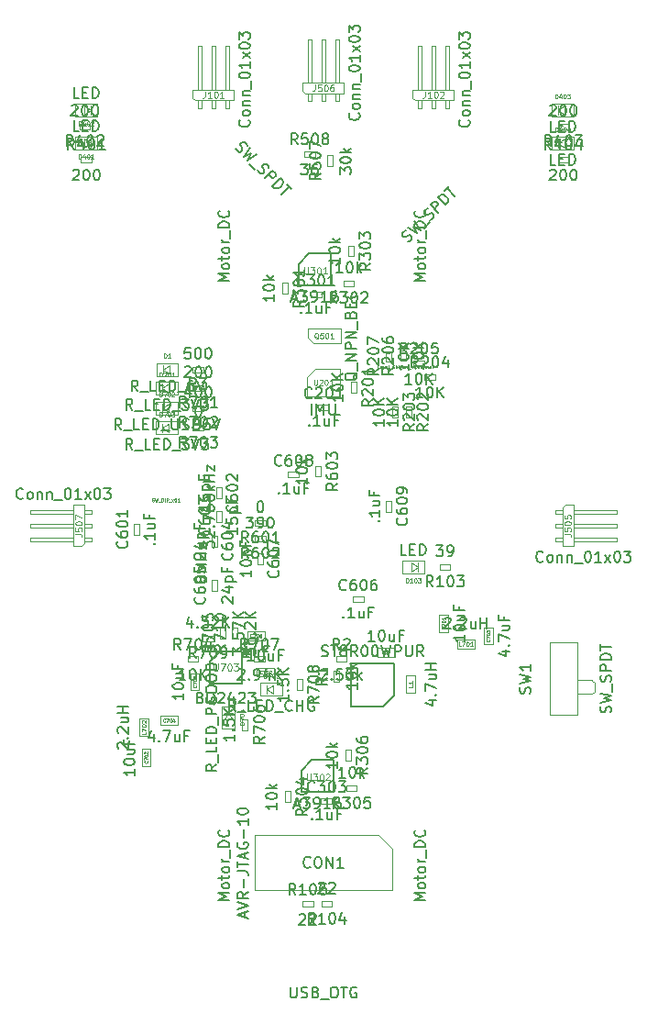
<source format=gbr>
G04 #@! TF.FileFunction,Other,Fab,Top*
%FSLAX46Y46*%
G04 Gerber Fmt 4.6, Leading zero omitted, Abs format (unit mm)*
G04 Created by KiCad (PCBNEW 4.0.7-e2-6376~58~ubuntu16.04.1) date Mon Apr 16 03:32:28 2018*
%MOMM*%
%LPD*%
G01*
G04 APERTURE LIST*
%ADD10C,0.100000*%
%ADD11C,0.150000*%
%ADD12C,0.125000*%
%ADD13C,0.075000*%
%ADD14C,0.090000*%
%ADD15C,0.060000*%
G04 APERTURE END LIST*
D10*
D11*
X146279000Y-113000000D02*
X147279000Y-112000000D01*
X146279000Y-115000000D02*
X146279000Y-113000000D01*
X149279000Y-115000000D02*
X146279000Y-115000000D01*
X149279000Y-112000000D02*
X149279000Y-115000000D01*
X147279000Y-112000000D02*
X149279000Y-112000000D01*
D10*
X155180500Y-149244000D02*
X153580500Y-149244000D01*
X153580500Y-149244000D02*
X153580500Y-148444000D01*
X153580500Y-148444000D02*
X155180500Y-148444000D01*
X155180500Y-148444000D02*
X155180500Y-149244000D01*
X148132000Y-126488000D02*
X148132000Y-125988000D01*
X149132000Y-126488000D02*
X148132000Y-126488000D01*
X149132000Y-125988000D02*
X149132000Y-126488000D01*
X148132000Y-125988000D02*
X149132000Y-125988000D01*
X147391500Y-116074000D02*
X147391500Y-115574000D01*
X148391500Y-116074000D02*
X147391500Y-116074000D01*
X148391500Y-115574000D02*
X148391500Y-116074000D01*
X147391500Y-115574000D02*
X148391500Y-115574000D01*
X148386000Y-162810000D02*
X148386000Y-162310000D01*
X149386000Y-162810000D02*
X148386000Y-162810000D01*
X149386000Y-162310000D02*
X149386000Y-162810000D01*
X148386000Y-162310000D02*
X149386000Y-162310000D01*
X131568000Y-137999000D02*
X131068000Y-137999000D01*
X131568000Y-136999000D02*
X131568000Y-137999000D01*
X131068000Y-136999000D02*
X131568000Y-136999000D01*
X131068000Y-137999000D02*
X131068000Y-136999000D01*
X138688000Y-133654000D02*
X139188000Y-133654000D01*
X138688000Y-134654000D02*
X138688000Y-133654000D01*
X139188000Y-134654000D02*
X138688000Y-134654000D01*
X139188000Y-133654000D02*
X139188000Y-134654000D01*
X139188000Y-136792500D02*
X138688000Y-136792500D01*
X139188000Y-135792500D02*
X139188000Y-136792500D01*
X138688000Y-135792500D02*
X139188000Y-135792500D01*
X138688000Y-136792500D02*
X138688000Y-135792500D01*
X138243500Y-138099000D02*
X138743500Y-138099000D01*
X138243500Y-139099000D02*
X138243500Y-138099000D01*
X138743500Y-139099000D02*
X138243500Y-139099000D01*
X138743500Y-138099000D02*
X138743500Y-139099000D01*
X138743500Y-143142500D02*
X138243500Y-143142500D01*
X138743500Y-142142500D02*
X138743500Y-143142500D01*
X138243500Y-142142500D02*
X138743500Y-142142500D01*
X138243500Y-143142500D02*
X138243500Y-142142500D01*
X151307000Y-144204500D02*
X151307000Y-143704500D01*
X152307000Y-144204500D02*
X151307000Y-144204500D01*
X152307000Y-143704500D02*
X152307000Y-144204500D01*
X151307000Y-143704500D02*
X152307000Y-143704500D01*
X142498000Y-139708000D02*
X142998000Y-139708000D01*
X142498000Y-140708000D02*
X142498000Y-139708000D01*
X142998000Y-140708000D02*
X142498000Y-140708000D01*
X142998000Y-139708000D02*
X142998000Y-140708000D01*
X145317500Y-132711000D02*
X145317500Y-132211000D01*
X146317500Y-132711000D02*
X145317500Y-132711000D01*
X146317500Y-132211000D02*
X146317500Y-132711000D01*
X145317500Y-132211000D02*
X146317500Y-132211000D01*
X154372500Y-134860500D02*
X154872500Y-134860500D01*
X154372500Y-135860500D02*
X154372500Y-134860500D01*
X154872500Y-135860500D02*
X154372500Y-135860500D01*
X154872500Y-134860500D02*
X154872500Y-135860500D01*
X159302500Y-146965000D02*
X159302500Y-145365000D01*
X159302500Y-145365000D02*
X160102500Y-145365000D01*
X160102500Y-145365000D02*
X160102500Y-146965000D01*
X160102500Y-146965000D02*
X159302500Y-146965000D01*
X132607000Y-157747500D02*
X132607000Y-159347500D01*
X132607000Y-159347500D02*
X131807000Y-159347500D01*
X131807000Y-159347500D02*
X131807000Y-157747500D01*
X131807000Y-157747500D02*
X132607000Y-157747500D01*
X163430000Y-148132000D02*
X163430000Y-146532000D01*
X163430000Y-146532000D02*
X164230000Y-146532000D01*
X164230000Y-146532000D02*
X164230000Y-148132000D01*
X164230000Y-148132000D02*
X163430000Y-148132000D01*
X133514500Y-154730500D02*
X135114500Y-154730500D01*
X135114500Y-154730500D02*
X135114500Y-155530500D01*
X135114500Y-155530500D02*
X133514500Y-155530500D01*
X133514500Y-155530500D02*
X133514500Y-154730500D01*
X137115500Y-150762500D02*
X137115500Y-152362500D01*
X137115500Y-152362500D02*
X136315500Y-152362500D01*
X136315500Y-152362500D02*
X136315500Y-150762500D01*
X136315500Y-150762500D02*
X137115500Y-150762500D01*
X141555000Y-146920000D02*
X143155000Y-146920000D01*
X143155000Y-146920000D02*
X143155000Y-147720000D01*
X143155000Y-147720000D02*
X141555000Y-147720000D01*
X141555000Y-147720000D02*
X141555000Y-146920000D01*
X144044000Y-151085500D02*
X142444000Y-151085500D01*
X142444000Y-151085500D02*
X142444000Y-150285500D01*
X142444000Y-150285500D02*
X144044000Y-150285500D01*
X144044000Y-150285500D02*
X144044000Y-151085500D01*
X154940000Y-167005000D02*
X154940000Y-170815000D01*
X154940000Y-170815000D02*
X142240000Y-170815000D01*
X142240000Y-170815000D02*
X142240000Y-165735000D01*
X142240000Y-165735000D02*
X153670000Y-165735000D01*
X153670000Y-165735000D02*
X154940000Y-167005000D01*
X157288000Y-141370000D02*
X157288000Y-140570000D01*
X157288000Y-140970000D02*
X156688000Y-141370000D01*
X156688000Y-140570000D02*
X157288000Y-140970000D01*
X156688000Y-141370000D02*
X156688000Y-140570000D01*
X155888000Y-140370000D02*
X157888000Y-140370000D01*
X155888000Y-141570000D02*
X155888000Y-140370000D01*
X157888000Y-141570000D02*
X155888000Y-141570000D01*
X157888000Y-140370000D02*
X157888000Y-141570000D01*
X127062000Y-102254000D02*
X127062000Y-101454000D01*
X127062000Y-101854000D02*
X126462000Y-102254000D01*
X126462000Y-101454000D02*
X127062000Y-101854000D01*
X126462000Y-102254000D02*
X126462000Y-101454000D01*
X125662000Y-101254000D02*
X127662000Y-101254000D01*
X125662000Y-102454000D02*
X125662000Y-101254000D01*
X127662000Y-102454000D02*
X125662000Y-102454000D01*
X127662000Y-101254000D02*
X127662000Y-102454000D01*
X127062000Y-99206000D02*
X127062000Y-98406000D01*
X127062000Y-98806000D02*
X126462000Y-99206000D01*
X126462000Y-98406000D02*
X127062000Y-98806000D01*
X126462000Y-99206000D02*
X126462000Y-98406000D01*
X125662000Y-98206000D02*
X127662000Y-98206000D01*
X125662000Y-99406000D02*
X125662000Y-98206000D01*
X127662000Y-99406000D02*
X125662000Y-99406000D01*
X127662000Y-98206000D02*
X127662000Y-99406000D01*
X170288000Y-98406000D02*
X170288000Y-99206000D01*
X170288000Y-98806000D02*
X170888000Y-98406000D01*
X170888000Y-99206000D02*
X170288000Y-98806000D01*
X170888000Y-98406000D02*
X170888000Y-99206000D01*
X171688000Y-99406000D02*
X169688000Y-99406000D01*
X171688000Y-98206000D02*
X171688000Y-99406000D01*
X169688000Y-98206000D02*
X171688000Y-98206000D01*
X169688000Y-99406000D02*
X169688000Y-98206000D01*
X170288000Y-101454000D02*
X170288000Y-102254000D01*
X170288000Y-101854000D02*
X170888000Y-101454000D01*
X170888000Y-102254000D02*
X170288000Y-101854000D01*
X170888000Y-101454000D02*
X170888000Y-102254000D01*
X171688000Y-102454000D02*
X169688000Y-102454000D01*
X171688000Y-101254000D02*
X171688000Y-102454000D01*
X169688000Y-101254000D02*
X171688000Y-101254000D01*
X169688000Y-102454000D02*
X169688000Y-101254000D01*
X133732500Y-124060000D02*
X133732500Y-124860000D01*
X133732500Y-124460000D02*
X134332500Y-124060000D01*
X134332500Y-124860000D02*
X133732500Y-124460000D01*
X134332500Y-124060000D02*
X134332500Y-124860000D01*
X135132500Y-125060000D02*
X133132500Y-125060000D01*
X135132500Y-123860000D02*
X135132500Y-125060000D01*
X133132500Y-123860000D02*
X135132500Y-123860000D01*
X133132500Y-125060000D02*
X133132500Y-123860000D01*
X133732500Y-125901500D02*
X133732500Y-126701500D01*
X133732500Y-126301500D02*
X134332500Y-125901500D01*
X134332500Y-126701500D02*
X133732500Y-126301500D01*
X134332500Y-125901500D02*
X134332500Y-126701500D01*
X135132500Y-126901500D02*
X133132500Y-126901500D01*
X135132500Y-125701500D02*
X135132500Y-126901500D01*
X133132500Y-125701500D02*
X135132500Y-125701500D01*
X133132500Y-126901500D02*
X133132500Y-125701500D01*
X133732500Y-127743000D02*
X133732500Y-128543000D01*
X133732500Y-128143000D02*
X134332500Y-127743000D01*
X134332500Y-128543000D02*
X133732500Y-128143000D01*
X134332500Y-127743000D02*
X134332500Y-128543000D01*
X135132500Y-128743000D02*
X133132500Y-128743000D01*
X135132500Y-127543000D02*
X135132500Y-128743000D01*
X133132500Y-127543000D02*
X135132500Y-127543000D01*
X133132500Y-128743000D02*
X133132500Y-127543000D01*
X140227000Y-154456000D02*
X139427000Y-154456000D01*
X139827000Y-154456000D02*
X140227000Y-155056000D01*
X139427000Y-155056000D02*
X139827000Y-154456000D01*
X140227000Y-155056000D02*
X139427000Y-155056000D01*
X139227000Y-155856000D02*
X139227000Y-153856000D01*
X140427000Y-155856000D02*
X139227000Y-155856000D01*
X140427000Y-153856000D02*
X140427000Y-155856000D01*
X139227000Y-153856000D02*
X140427000Y-153856000D01*
X143384500Y-151873000D02*
X143384500Y-152673000D01*
X143384500Y-152273000D02*
X143984500Y-151873000D01*
X143984500Y-152673000D02*
X143384500Y-152273000D01*
X143984500Y-151873000D02*
X143984500Y-152673000D01*
X144784500Y-152873000D02*
X142784500Y-152873000D01*
X144784500Y-151673000D02*
X144784500Y-152873000D01*
X142784500Y-151673000D02*
X144784500Y-151673000D01*
X142784500Y-152873000D02*
X142784500Y-151673000D01*
X136525000Y-97675000D02*
X136525000Y-96925000D01*
X136525000Y-96925000D02*
X140335000Y-96925000D01*
X140335000Y-96925000D02*
X140335000Y-97925000D01*
X140335000Y-97925000D02*
X136775000Y-97925000D01*
X136775000Y-97925000D02*
X136525000Y-97675000D01*
X136960000Y-98625000D02*
X136960000Y-97925000D01*
X136960000Y-98625000D02*
X137360000Y-98625000D01*
X137360000Y-98625000D02*
X137360000Y-97925000D01*
X136960000Y-96925000D02*
X136960000Y-92925000D01*
X136960000Y-92925000D02*
X137360000Y-92925000D01*
X137360000Y-96925000D02*
X137360000Y-92925000D01*
X138230000Y-98625000D02*
X138230000Y-97925000D01*
X138230000Y-98625000D02*
X138630000Y-98625000D01*
X138630000Y-98625000D02*
X138630000Y-97925000D01*
X138230000Y-96925000D02*
X138230000Y-92925000D01*
X138230000Y-92925000D02*
X138630000Y-92925000D01*
X138630000Y-96925000D02*
X138630000Y-92925000D01*
X139500000Y-98625000D02*
X139500000Y-97925000D01*
X139500000Y-98625000D02*
X139900000Y-98625000D01*
X139900000Y-98625000D02*
X139900000Y-97925000D01*
X139500000Y-96925000D02*
X139500000Y-92925000D01*
X139500000Y-92925000D02*
X139900000Y-92925000D01*
X139900000Y-96925000D02*
X139900000Y-92925000D01*
X156845000Y-97675000D02*
X156845000Y-96925000D01*
X156845000Y-96925000D02*
X160655000Y-96925000D01*
X160655000Y-96925000D02*
X160655000Y-97925000D01*
X160655000Y-97925000D02*
X157095000Y-97925000D01*
X157095000Y-97925000D02*
X156845000Y-97675000D01*
X157280000Y-98625000D02*
X157280000Y-97925000D01*
X157280000Y-98625000D02*
X157680000Y-98625000D01*
X157680000Y-98625000D02*
X157680000Y-97925000D01*
X157280000Y-96925000D02*
X157280000Y-92925000D01*
X157280000Y-92925000D02*
X157680000Y-92925000D01*
X157680000Y-96925000D02*
X157680000Y-92925000D01*
X158550000Y-98625000D02*
X158550000Y-97925000D01*
X158550000Y-98625000D02*
X158950000Y-98625000D01*
X158950000Y-98625000D02*
X158950000Y-97925000D01*
X158550000Y-96925000D02*
X158550000Y-92925000D01*
X158550000Y-92925000D02*
X158950000Y-92925000D01*
X158950000Y-96925000D02*
X158950000Y-92925000D01*
X159820000Y-98625000D02*
X159820000Y-97925000D01*
X159820000Y-98625000D02*
X160220000Y-98625000D01*
X160220000Y-98625000D02*
X160220000Y-97925000D01*
X159820000Y-96925000D02*
X159820000Y-92925000D01*
X159820000Y-92925000D02*
X160220000Y-92925000D01*
X160220000Y-96925000D02*
X160220000Y-92925000D01*
X170930000Y-135255000D02*
X171680000Y-135255000D01*
X171680000Y-135255000D02*
X171680000Y-139065000D01*
X171680000Y-139065000D02*
X170680000Y-139065000D01*
X170680000Y-139065000D02*
X170680000Y-135505000D01*
X170680000Y-135505000D02*
X170930000Y-135255000D01*
X169980000Y-135690000D02*
X170680000Y-135690000D01*
X169980000Y-135690000D02*
X169980000Y-136090000D01*
X169980000Y-136090000D02*
X170680000Y-136090000D01*
X171680000Y-135690000D02*
X175680000Y-135690000D01*
X175680000Y-135690000D02*
X175680000Y-136090000D01*
X171680000Y-136090000D02*
X175680000Y-136090000D01*
X169980000Y-136960000D02*
X170680000Y-136960000D01*
X169980000Y-136960000D02*
X169980000Y-137360000D01*
X169980000Y-137360000D02*
X170680000Y-137360000D01*
X171680000Y-136960000D02*
X175680000Y-136960000D01*
X175680000Y-136960000D02*
X175680000Y-137360000D01*
X171680000Y-137360000D02*
X175680000Y-137360000D01*
X169980000Y-138230000D02*
X170680000Y-138230000D01*
X169980000Y-138230000D02*
X169980000Y-138630000D01*
X169980000Y-138630000D02*
X170680000Y-138630000D01*
X171680000Y-138230000D02*
X175680000Y-138230000D01*
X175680000Y-138230000D02*
X175680000Y-138630000D01*
X171680000Y-138630000D02*
X175680000Y-138630000D01*
X146685000Y-97040000D02*
X146685000Y-96290000D01*
X146685000Y-96290000D02*
X150495000Y-96290000D01*
X150495000Y-96290000D02*
X150495000Y-97290000D01*
X150495000Y-97290000D02*
X146935000Y-97290000D01*
X146935000Y-97290000D02*
X146685000Y-97040000D01*
X147120000Y-97990000D02*
X147120000Y-97290000D01*
X147120000Y-97990000D02*
X147520000Y-97990000D01*
X147520000Y-97990000D02*
X147520000Y-97290000D01*
X147120000Y-96290000D02*
X147120000Y-92290000D01*
X147120000Y-92290000D02*
X147520000Y-92290000D01*
X147520000Y-96290000D02*
X147520000Y-92290000D01*
X148390000Y-97990000D02*
X148390000Y-97290000D01*
X148390000Y-97990000D02*
X148790000Y-97990000D01*
X148790000Y-97990000D02*
X148790000Y-97290000D01*
X148390000Y-96290000D02*
X148390000Y-92290000D01*
X148390000Y-92290000D02*
X148790000Y-92290000D01*
X148790000Y-96290000D02*
X148790000Y-92290000D01*
X149660000Y-97990000D02*
X149660000Y-97290000D01*
X149660000Y-97990000D02*
X150060000Y-97990000D01*
X150060000Y-97990000D02*
X150060000Y-97290000D01*
X149660000Y-96290000D02*
X149660000Y-92290000D01*
X149660000Y-92290000D02*
X150060000Y-92290000D01*
X150060000Y-96290000D02*
X150060000Y-92290000D01*
X126250000Y-139065000D02*
X125500000Y-139065000D01*
X125500000Y-139065000D02*
X125500000Y-135255000D01*
X125500000Y-135255000D02*
X126500000Y-135255000D01*
X126500000Y-135255000D02*
X126500000Y-138815000D01*
X126500000Y-138815000D02*
X126250000Y-139065000D01*
X127200000Y-138630000D02*
X126500000Y-138630000D01*
X127200000Y-138630000D02*
X127200000Y-138230000D01*
X127200000Y-138230000D02*
X126500000Y-138230000D01*
X125500000Y-138630000D02*
X121500000Y-138630000D01*
X121500000Y-138630000D02*
X121500000Y-138230000D01*
X125500000Y-138230000D02*
X121500000Y-138230000D01*
X127200000Y-137360000D02*
X126500000Y-137360000D01*
X127200000Y-137360000D02*
X127200000Y-136960000D01*
X127200000Y-136960000D02*
X126500000Y-136960000D01*
X125500000Y-137360000D02*
X121500000Y-137360000D01*
X121500000Y-137360000D02*
X121500000Y-136960000D01*
X125500000Y-136960000D02*
X121500000Y-136960000D01*
X127200000Y-136090000D02*
X126500000Y-136090000D01*
X127200000Y-136090000D02*
X127200000Y-135690000D01*
X127200000Y-135690000D02*
X126500000Y-135690000D01*
X125500000Y-136090000D02*
X121500000Y-136090000D01*
X121500000Y-136090000D02*
X121500000Y-135690000D01*
X125500000Y-135690000D02*
X121500000Y-135690000D01*
X157054500Y-152577000D02*
X156254500Y-152577000D01*
X157054500Y-150977000D02*
X157054500Y-152577000D01*
X156254500Y-150977000D02*
X157054500Y-150977000D01*
X156254500Y-152577000D02*
X156254500Y-150977000D01*
X162546500Y-147682000D02*
X162546500Y-148482000D01*
X160946500Y-147682000D02*
X162546500Y-147682000D01*
X160946500Y-148482000D02*
X160946500Y-147682000D01*
X162546500Y-148482000D02*
X160946500Y-148482000D01*
X131616500Y-154965500D02*
X132416500Y-154965500D01*
X131616500Y-156565500D02*
X131616500Y-154965500D01*
X132416500Y-156565500D02*
X131616500Y-156565500D01*
X132416500Y-154965500D02*
X132416500Y-156565500D01*
X147706000Y-120350000D02*
X150156000Y-120350000D01*
X147136000Y-119800000D02*
X147136000Y-118950000D01*
X147706000Y-120350000D02*
X147136000Y-119800000D01*
X147136000Y-118950000D02*
X150176000Y-118950000D01*
X150176000Y-120350000D02*
X150176000Y-118950000D01*
X150046500Y-151561000D02*
X149546500Y-151561000D01*
X150046500Y-150561000D02*
X150046500Y-151561000D01*
X149546500Y-150561000D02*
X150046500Y-150561000D01*
X149546500Y-151561000D02*
X149546500Y-150561000D01*
X149746500Y-149729000D02*
X149746500Y-149229000D01*
X150746500Y-149729000D02*
X149746500Y-149729000D01*
X150746500Y-149229000D02*
X150746500Y-149729000D01*
X149746500Y-149229000D02*
X150746500Y-149229000D01*
X160324000Y-140720000D02*
X160324000Y-141220000D01*
X159324000Y-140720000D02*
X160324000Y-140720000D01*
X159324000Y-141220000D02*
X159324000Y-140720000D01*
X160324000Y-141220000D02*
X159324000Y-141220000D01*
X149402000Y-171835000D02*
X149402000Y-172335000D01*
X148402000Y-171835000D02*
X149402000Y-171835000D01*
X148402000Y-172335000D02*
X148402000Y-171835000D01*
X149402000Y-172335000D02*
X148402000Y-172335000D01*
X146635000Y-172335000D02*
X146635000Y-171835000D01*
X147635000Y-172335000D02*
X146635000Y-172335000D01*
X147635000Y-171835000D02*
X147635000Y-172335000D01*
X146635000Y-171835000D02*
X147635000Y-171835000D01*
X151134000Y-123902000D02*
X151634000Y-123902000D01*
X151134000Y-124902000D02*
X151134000Y-123902000D01*
X151634000Y-124902000D02*
X151134000Y-124902000D01*
X151634000Y-123902000D02*
X151634000Y-124902000D01*
X156214000Y-126188000D02*
X156714000Y-126188000D01*
X156214000Y-127188000D02*
X156214000Y-126188000D01*
X156714000Y-127188000D02*
X156214000Y-127188000D01*
X156714000Y-126188000D02*
X156714000Y-127188000D01*
X154944000Y-126188000D02*
X155444000Y-126188000D01*
X154944000Y-127188000D02*
X154944000Y-126188000D01*
X155444000Y-127188000D02*
X154944000Y-127188000D01*
X155444000Y-126188000D02*
X155444000Y-127188000D01*
X157938000Y-123694000D02*
X157938000Y-123194000D01*
X158938000Y-123694000D02*
X157938000Y-123694000D01*
X158938000Y-123194000D02*
X158938000Y-123694000D01*
X157938000Y-123194000D02*
X158938000Y-123194000D01*
X156922000Y-122437999D02*
X156922000Y-121937999D01*
X157922000Y-122437999D02*
X156922000Y-122437999D01*
X157922000Y-121937999D02*
X157922000Y-122437999D01*
X156922000Y-121937999D02*
X157922000Y-121937999D01*
X156206000Y-121970000D02*
X155706000Y-121970000D01*
X156206000Y-120970000D02*
X156206000Y-121970000D01*
X155706000Y-120970000D02*
X156206000Y-120970000D01*
X155706000Y-121970000D02*
X155706000Y-120970000D01*
X154850000Y-122050000D02*
X154350000Y-122050000D01*
X154850000Y-121050000D02*
X154850000Y-122050000D01*
X154350000Y-121050000D02*
X154850000Y-121050000D01*
X154350000Y-122050000D02*
X154350000Y-121050000D01*
X144784000Y-114758000D02*
X145284000Y-114758000D01*
X144784000Y-115758000D02*
X144784000Y-114758000D01*
X145284000Y-115758000D02*
X144784000Y-115758000D01*
X145284000Y-114758000D02*
X145284000Y-115758000D01*
X151434000Y-114558000D02*
X151434000Y-115058000D01*
X150434000Y-114558000D02*
X151434000Y-114558000D01*
X150434000Y-115058000D02*
X150434000Y-114558000D01*
X151434000Y-115058000D02*
X150434000Y-115058000D01*
X150880000Y-111318000D02*
X151380000Y-111318000D01*
X150880000Y-112318000D02*
X150880000Y-111318000D01*
X151380000Y-112318000D02*
X150880000Y-112318000D01*
X151380000Y-111318000D02*
X151380000Y-112318000D01*
X145038000Y-161679000D02*
X145538000Y-161679000D01*
X145038000Y-162679000D02*
X145038000Y-161679000D01*
X145538000Y-162679000D02*
X145038000Y-162679000D01*
X145538000Y-161679000D02*
X145538000Y-162679000D01*
X151688000Y-161167000D02*
X151688000Y-161667000D01*
X150688000Y-161167000D02*
X151688000Y-161167000D01*
X150688000Y-161667000D02*
X150688000Y-161167000D01*
X151688000Y-161667000D02*
X150688000Y-161667000D01*
X150626000Y-157869000D02*
X151126000Y-157869000D01*
X150626000Y-158869000D02*
X150626000Y-157869000D01*
X151126000Y-158869000D02*
X150626000Y-158869000D01*
X151126000Y-157869000D02*
X151126000Y-158869000D01*
X126188000Y-103628000D02*
X126188000Y-103128000D01*
X127188000Y-103628000D02*
X126188000Y-103628000D01*
X127188000Y-103128000D02*
X127188000Y-103628000D01*
X126188000Y-103128000D02*
X127188000Y-103128000D01*
X127050000Y-100080000D02*
X127050000Y-100580000D01*
X126050000Y-100080000D02*
X127050000Y-100080000D01*
X126050000Y-100580000D02*
X126050000Y-100080000D01*
X127050000Y-100580000D02*
X126050000Y-100580000D01*
X171246000Y-100080000D02*
X171246000Y-100580000D01*
X170246000Y-100080000D02*
X171246000Y-100080000D01*
X170246000Y-100580000D02*
X170246000Y-100080000D01*
X171246000Y-100580000D02*
X170246000Y-100580000D01*
X170246000Y-103628000D02*
X170246000Y-103128000D01*
X171246000Y-103628000D02*
X170246000Y-103628000D01*
X171246000Y-103128000D02*
X171246000Y-103628000D01*
X170246000Y-103128000D02*
X171246000Y-103128000D01*
X149475000Y-104005000D02*
X148975000Y-104005000D01*
X149475000Y-103005000D02*
X149475000Y-104005000D01*
X148975000Y-103005000D02*
X149475000Y-103005000D01*
X148975000Y-104005000D02*
X148975000Y-103005000D01*
X146820000Y-103120000D02*
X146820000Y-102620000D01*
X147820000Y-103120000D02*
X146820000Y-103120000D01*
X147820000Y-102620000D02*
X147820000Y-103120000D01*
X146820000Y-102620000D02*
X147820000Y-102620000D01*
X143253500Y-136656000D02*
X143253500Y-137156000D01*
X142253500Y-136656000D02*
X143253500Y-136656000D01*
X142253500Y-137156000D02*
X142253500Y-136656000D01*
X143253500Y-137156000D02*
X142253500Y-137156000D01*
X143248000Y-138116500D02*
X143248000Y-138616500D01*
X142248000Y-138116500D02*
X143248000Y-138116500D01*
X142248000Y-138616500D02*
X142248000Y-138116500D01*
X143248000Y-138616500D02*
X142248000Y-138616500D01*
X147832000Y-131638000D02*
X148332000Y-131638000D01*
X147832000Y-132638000D02*
X147832000Y-131638000D01*
X148332000Y-132638000D02*
X147832000Y-132638000D01*
X148332000Y-131638000D02*
X148332000Y-132638000D01*
X137533000Y-124210000D02*
X137533000Y-124710000D01*
X136533000Y-124210000D02*
X137533000Y-124210000D01*
X136533000Y-124710000D02*
X136533000Y-124210000D01*
X137533000Y-124710000D02*
X136533000Y-124710000D01*
X137527500Y-126051500D02*
X137527500Y-126551500D01*
X136527500Y-126051500D02*
X137527500Y-126051500D01*
X136527500Y-126551500D02*
X136527500Y-126051500D01*
X137527500Y-126551500D02*
X136527500Y-126551500D01*
X137527500Y-127893000D02*
X137527500Y-128393000D01*
X136527500Y-127893000D02*
X137527500Y-127893000D01*
X136527500Y-128393000D02*
X136527500Y-127893000D01*
X137527500Y-128393000D02*
X136527500Y-128393000D01*
X136030500Y-149729000D02*
X136030500Y-149229000D01*
X137030500Y-149729000D02*
X136030500Y-149729000D01*
X137030500Y-149229000D02*
X137030500Y-149729000D01*
X136030500Y-149229000D02*
X137030500Y-149229000D01*
X139569000Y-147566000D02*
X139069000Y-147566000D01*
X139569000Y-146566000D02*
X139569000Y-147566000D01*
X139069000Y-146566000D02*
X139569000Y-146566000D01*
X139069000Y-147566000D02*
X139069000Y-146566000D01*
X141101000Y-155017000D02*
X141601000Y-155017000D01*
X141101000Y-156017000D02*
X141101000Y-155017000D01*
X141601000Y-156017000D02*
X141101000Y-156017000D01*
X141601000Y-155017000D02*
X141601000Y-156017000D01*
X142190000Y-149729000D02*
X142190000Y-149229000D01*
X143190000Y-149729000D02*
X142190000Y-149729000D01*
X143190000Y-149229000D02*
X143190000Y-149729000D01*
X142190000Y-149229000D02*
X143190000Y-149229000D01*
X146117500Y-151334000D02*
X146617500Y-151334000D01*
X146117500Y-152334000D02*
X146117500Y-151334000D01*
X146617500Y-152334000D02*
X146117500Y-152334000D01*
X146617500Y-151334000D02*
X146617500Y-152334000D01*
X138422000Y-147324000D02*
X138422000Y-147824000D01*
X137422000Y-147324000D02*
X138422000Y-147324000D01*
X137422000Y-147824000D02*
X137422000Y-147324000D01*
X138422000Y-147824000D02*
X137422000Y-147824000D01*
X140648500Y-147571500D02*
X140148500Y-147571500D01*
X140648500Y-146571500D02*
X140648500Y-147571500D01*
X140148500Y-146571500D02*
X140648500Y-146571500D01*
X140148500Y-147571500D02*
X140148500Y-146571500D01*
X172135000Y-152690000D02*
X173435000Y-152690000D01*
X173435000Y-152690000D02*
X173635000Y-152490000D01*
X173635000Y-152490000D02*
X173635000Y-151640000D01*
X173635000Y-151640000D02*
X173435000Y-151440000D01*
X173435000Y-151440000D02*
X173385000Y-151390000D01*
X173385000Y-151390000D02*
X172085000Y-151390000D01*
X169485000Y-154640000D02*
X172085000Y-154640000D01*
X172085000Y-154640000D02*
X172085000Y-147940000D01*
X172085000Y-147940000D02*
X169485000Y-147940000D01*
X169485000Y-147940000D02*
X169485000Y-154640000D01*
D11*
X154130000Y-153835000D02*
X151130000Y-153835000D01*
X151130000Y-153835000D02*
X151130000Y-149835000D01*
X151130000Y-149835000D02*
X155130000Y-149835000D01*
X155130000Y-149835000D02*
X155130000Y-152835000D01*
X155130000Y-152835000D02*
X154130000Y-153835000D01*
D10*
X147832500Y-122706000D02*
X147082500Y-123456000D01*
X147832500Y-122706000D02*
X150082500Y-122706000D01*
X150082500Y-122706000D02*
X150082500Y-125206000D01*
X150082500Y-125206000D02*
X147082500Y-125206000D01*
X147082500Y-125206000D02*
X147082500Y-123456000D01*
D11*
X146533000Y-159736000D02*
X147533000Y-158736000D01*
X146533000Y-161736000D02*
X146533000Y-159736000D01*
X149533000Y-161736000D02*
X146533000Y-161736000D01*
X149533000Y-158736000D02*
X149533000Y-161736000D01*
X147533000Y-158736000D02*
X149533000Y-158736000D01*
X139073000Y-148741000D02*
X141073000Y-148741000D01*
X141073000Y-148741000D02*
X141073000Y-151741000D01*
X141073000Y-151741000D02*
X138073000Y-151741000D01*
X138073000Y-151741000D02*
X138073000Y-149741000D01*
X138073000Y-149741000D02*
X139073000Y-148741000D01*
D10*
X133750000Y-122350000D02*
X133750000Y-123150000D01*
X133750000Y-122750000D02*
X134350000Y-122350000D01*
X134350000Y-123150000D02*
X133750000Y-122750000D01*
X134350000Y-122350000D02*
X134350000Y-123150000D01*
X135150000Y-123350000D02*
X133150000Y-123350000D01*
X135150000Y-122150000D02*
X135150000Y-123350000D01*
X133150000Y-122150000D02*
X135150000Y-122150000D01*
X133150000Y-123350000D02*
X133150000Y-122150000D01*
X137500000Y-122500000D02*
X137500000Y-123000000D01*
X136500000Y-122500000D02*
X137500000Y-122500000D01*
X136500000Y-123000000D02*
X136500000Y-122500000D01*
X137500000Y-123000000D02*
X136500000Y-123000000D01*
D11*
X145636143Y-116216667D02*
X146112334Y-116216667D01*
X145540905Y-116502381D02*
X145874238Y-115502381D01*
X146207572Y-116502381D01*
X146445667Y-115502381D02*
X147064715Y-115502381D01*
X146731381Y-115883333D01*
X146874239Y-115883333D01*
X146969477Y-115930952D01*
X147017096Y-115978571D01*
X147064715Y-116073810D01*
X147064715Y-116311905D01*
X147017096Y-116407143D01*
X146969477Y-116454762D01*
X146874239Y-116502381D01*
X146588524Y-116502381D01*
X146493286Y-116454762D01*
X146445667Y-116407143D01*
X147540905Y-116502381D02*
X147731381Y-116502381D01*
X147826620Y-116454762D01*
X147874239Y-116407143D01*
X147969477Y-116264286D01*
X148017096Y-116073810D01*
X148017096Y-115692857D01*
X147969477Y-115597619D01*
X147921858Y-115550000D01*
X147826620Y-115502381D01*
X147636143Y-115502381D01*
X147540905Y-115550000D01*
X147493286Y-115597619D01*
X147445667Y-115692857D01*
X147445667Y-115930952D01*
X147493286Y-116026190D01*
X147540905Y-116073810D01*
X147636143Y-116121429D01*
X147826620Y-116121429D01*
X147921858Y-116073810D01*
X147969477Y-116026190D01*
X148017096Y-115930952D01*
X148969477Y-116502381D02*
X148398048Y-116502381D01*
X148683762Y-116502381D02*
X148683762Y-115502381D01*
X148588524Y-115645238D01*
X148493286Y-115740476D01*
X148398048Y-115788095D01*
X149826620Y-115502381D02*
X149636143Y-115502381D01*
X149540905Y-115550000D01*
X149493286Y-115597619D01*
X149398048Y-115740476D01*
X149350429Y-115930952D01*
X149350429Y-116311905D01*
X149398048Y-116407143D01*
X149445667Y-116454762D01*
X149540905Y-116502381D01*
X149731382Y-116502381D01*
X149826620Y-116454762D01*
X149874239Y-116407143D01*
X149921858Y-116311905D01*
X149921858Y-116073810D01*
X149874239Y-115978571D01*
X149826620Y-115930952D01*
X149731382Y-115883333D01*
X149540905Y-115883333D01*
X149445667Y-115930952D01*
X149398048Y-115978571D01*
X149350429Y-116073810D01*
D12*
X146825428Y-113321429D02*
X146825428Y-113807143D01*
X146854000Y-113864286D01*
X146882571Y-113892857D01*
X146939714Y-113921429D01*
X147054000Y-113921429D01*
X147111142Y-113892857D01*
X147139714Y-113864286D01*
X147168285Y-113807143D01*
X147168285Y-113321429D01*
X147396856Y-113321429D02*
X147768285Y-113321429D01*
X147568285Y-113550000D01*
X147653999Y-113550000D01*
X147711142Y-113578571D01*
X147739713Y-113607143D01*
X147768285Y-113664286D01*
X147768285Y-113807143D01*
X147739713Y-113864286D01*
X147711142Y-113892857D01*
X147653999Y-113921429D01*
X147482571Y-113921429D01*
X147425428Y-113892857D01*
X147396856Y-113864286D01*
X148139714Y-113321429D02*
X148196857Y-113321429D01*
X148254000Y-113350000D01*
X148282571Y-113378571D01*
X148311142Y-113435714D01*
X148339714Y-113550000D01*
X148339714Y-113692857D01*
X148311142Y-113807143D01*
X148282571Y-113864286D01*
X148254000Y-113892857D01*
X148196857Y-113921429D01*
X148139714Y-113921429D01*
X148082571Y-113892857D01*
X148054000Y-113864286D01*
X148025428Y-113807143D01*
X147996857Y-113692857D01*
X147996857Y-113550000D01*
X148025428Y-113435714D01*
X148054000Y-113378571D01*
X148082571Y-113350000D01*
X148139714Y-113321429D01*
X148911143Y-113921429D02*
X148568286Y-113921429D01*
X148739714Y-113921429D02*
X148739714Y-113321429D01*
X148682571Y-113407143D01*
X148625429Y-113464286D01*
X148568286Y-113492857D01*
D11*
X153309072Y-147796381D02*
X152737643Y-147796381D01*
X153023357Y-147796381D02*
X153023357Y-146796381D01*
X152928119Y-146939238D01*
X152832881Y-147034476D01*
X152737643Y-147082095D01*
X153928119Y-146796381D02*
X154023358Y-146796381D01*
X154118596Y-146844000D01*
X154166215Y-146891619D01*
X154213834Y-146986857D01*
X154261453Y-147177333D01*
X154261453Y-147415429D01*
X154213834Y-147605905D01*
X154166215Y-147701143D01*
X154118596Y-147748762D01*
X154023358Y-147796381D01*
X153928119Y-147796381D01*
X153832881Y-147748762D01*
X153785262Y-147701143D01*
X153737643Y-147605905D01*
X153690024Y-147415429D01*
X153690024Y-147177333D01*
X153737643Y-146986857D01*
X153785262Y-146891619D01*
X153832881Y-146844000D01*
X153928119Y-146796381D01*
X155118596Y-147129714D02*
X155118596Y-147796381D01*
X154690024Y-147129714D02*
X154690024Y-147653524D01*
X154737643Y-147748762D01*
X154832881Y-147796381D01*
X154975739Y-147796381D01*
X155070977Y-147748762D01*
X155118596Y-147701143D01*
X155928120Y-147272571D02*
X155594786Y-147272571D01*
X155594786Y-147796381D02*
X155594786Y-146796381D01*
X156070977Y-146796381D01*
D13*
X154330500Y-148951143D02*
X154316214Y-148965429D01*
X154273357Y-148979714D01*
X154244786Y-148979714D01*
X154201929Y-148965429D01*
X154173357Y-148936857D01*
X154159072Y-148908286D01*
X154144786Y-148851143D01*
X154144786Y-148808286D01*
X154159072Y-148751143D01*
X154173357Y-148722571D01*
X154201929Y-148694000D01*
X154244786Y-148679714D01*
X154273357Y-148679714D01*
X154316214Y-148694000D01*
X154330500Y-148708286D01*
X154616214Y-148979714D02*
X154444786Y-148979714D01*
X154530500Y-148979714D02*
X154530500Y-148679714D01*
X154501929Y-148722571D01*
X154473357Y-148751143D01*
X154444786Y-148765429D01*
D11*
X147274857Y-127865143D02*
X147322476Y-127912762D01*
X147274857Y-127960381D01*
X147227238Y-127912762D01*
X147274857Y-127865143D01*
X147274857Y-127960381D01*
X148274857Y-127960381D02*
X147703428Y-127960381D01*
X147989142Y-127960381D02*
X147989142Y-126960381D01*
X147893904Y-127103238D01*
X147798666Y-127198476D01*
X147703428Y-127246095D01*
X149132000Y-127293714D02*
X149132000Y-127960381D01*
X148703428Y-127293714D02*
X148703428Y-127817524D01*
X148751047Y-127912762D01*
X148846285Y-127960381D01*
X148989143Y-127960381D01*
X149084381Y-127912762D01*
X149132000Y-127865143D01*
X149941524Y-127436571D02*
X149608190Y-127436571D01*
X149608190Y-127960381D02*
X149608190Y-126960381D01*
X150084381Y-126960381D01*
X147512953Y-125325143D02*
X147465334Y-125372762D01*
X147322477Y-125420381D01*
X147227239Y-125420381D01*
X147084381Y-125372762D01*
X146989143Y-125277524D01*
X146941524Y-125182286D01*
X146893905Y-124991810D01*
X146893905Y-124848952D01*
X146941524Y-124658476D01*
X146989143Y-124563238D01*
X147084381Y-124468000D01*
X147227239Y-124420381D01*
X147322477Y-124420381D01*
X147465334Y-124468000D01*
X147512953Y-124515619D01*
X147893905Y-124515619D02*
X147941524Y-124468000D01*
X148036762Y-124420381D01*
X148274858Y-124420381D01*
X148370096Y-124468000D01*
X148417715Y-124515619D01*
X148465334Y-124610857D01*
X148465334Y-124706095D01*
X148417715Y-124848952D01*
X147846286Y-125420381D01*
X148465334Y-125420381D01*
X149084381Y-124420381D02*
X149179620Y-124420381D01*
X149274858Y-124468000D01*
X149322477Y-124515619D01*
X149370096Y-124610857D01*
X149417715Y-124801333D01*
X149417715Y-125039429D01*
X149370096Y-125229905D01*
X149322477Y-125325143D01*
X149274858Y-125372762D01*
X149179620Y-125420381D01*
X149084381Y-125420381D01*
X148989143Y-125372762D01*
X148941524Y-125325143D01*
X148893905Y-125229905D01*
X148846286Y-125039429D01*
X148846286Y-124801333D01*
X148893905Y-124610857D01*
X148941524Y-124515619D01*
X148989143Y-124468000D01*
X149084381Y-124420381D01*
X150370096Y-125420381D02*
X149798667Y-125420381D01*
X150084381Y-125420381D02*
X150084381Y-124420381D01*
X149989143Y-124563238D01*
X149893905Y-124658476D01*
X149798667Y-124706095D01*
X146534357Y-117451143D02*
X146581976Y-117498762D01*
X146534357Y-117546381D01*
X146486738Y-117498762D01*
X146534357Y-117451143D01*
X146534357Y-117546381D01*
X147534357Y-117546381D02*
X146962928Y-117546381D01*
X147248642Y-117546381D02*
X147248642Y-116546381D01*
X147153404Y-116689238D01*
X147058166Y-116784476D01*
X146962928Y-116832095D01*
X148391500Y-116879714D02*
X148391500Y-117546381D01*
X147962928Y-116879714D02*
X147962928Y-117403524D01*
X148010547Y-117498762D01*
X148105785Y-117546381D01*
X148248643Y-117546381D01*
X148343881Y-117498762D01*
X148391500Y-117451143D01*
X149201024Y-117022571D02*
X148867690Y-117022571D01*
X148867690Y-117546381D02*
X148867690Y-116546381D01*
X149343881Y-116546381D01*
X146772453Y-114911143D02*
X146724834Y-114958762D01*
X146581977Y-115006381D01*
X146486739Y-115006381D01*
X146343881Y-114958762D01*
X146248643Y-114863524D01*
X146201024Y-114768286D01*
X146153405Y-114577810D01*
X146153405Y-114434952D01*
X146201024Y-114244476D01*
X146248643Y-114149238D01*
X146343881Y-114054000D01*
X146486739Y-114006381D01*
X146581977Y-114006381D01*
X146724834Y-114054000D01*
X146772453Y-114101619D01*
X147105786Y-114006381D02*
X147724834Y-114006381D01*
X147391500Y-114387333D01*
X147534358Y-114387333D01*
X147629596Y-114434952D01*
X147677215Y-114482571D01*
X147724834Y-114577810D01*
X147724834Y-114815905D01*
X147677215Y-114911143D01*
X147629596Y-114958762D01*
X147534358Y-115006381D01*
X147248643Y-115006381D01*
X147153405Y-114958762D01*
X147105786Y-114911143D01*
X148343881Y-114006381D02*
X148439120Y-114006381D01*
X148534358Y-114054000D01*
X148581977Y-114101619D01*
X148629596Y-114196857D01*
X148677215Y-114387333D01*
X148677215Y-114625429D01*
X148629596Y-114815905D01*
X148581977Y-114911143D01*
X148534358Y-114958762D01*
X148439120Y-115006381D01*
X148343881Y-115006381D01*
X148248643Y-114958762D01*
X148201024Y-114911143D01*
X148153405Y-114815905D01*
X148105786Y-114625429D01*
X148105786Y-114387333D01*
X148153405Y-114196857D01*
X148201024Y-114101619D01*
X148248643Y-114054000D01*
X148343881Y-114006381D01*
X149629596Y-115006381D02*
X149058167Y-115006381D01*
X149343881Y-115006381D02*
X149343881Y-114006381D01*
X149248643Y-114149238D01*
X149153405Y-114244476D01*
X149058167Y-114292095D01*
X147528857Y-164187143D02*
X147576476Y-164234762D01*
X147528857Y-164282381D01*
X147481238Y-164234762D01*
X147528857Y-164187143D01*
X147528857Y-164282381D01*
X148528857Y-164282381D02*
X147957428Y-164282381D01*
X148243142Y-164282381D02*
X148243142Y-163282381D01*
X148147904Y-163425238D01*
X148052666Y-163520476D01*
X147957428Y-163568095D01*
X149386000Y-163615714D02*
X149386000Y-164282381D01*
X148957428Y-163615714D02*
X148957428Y-164139524D01*
X149005047Y-164234762D01*
X149100285Y-164282381D01*
X149243143Y-164282381D01*
X149338381Y-164234762D01*
X149386000Y-164187143D01*
X150195524Y-163758571D02*
X149862190Y-163758571D01*
X149862190Y-164282381D02*
X149862190Y-163282381D01*
X150338381Y-163282381D01*
X147766953Y-161647143D02*
X147719334Y-161694762D01*
X147576477Y-161742381D01*
X147481239Y-161742381D01*
X147338381Y-161694762D01*
X147243143Y-161599524D01*
X147195524Y-161504286D01*
X147147905Y-161313810D01*
X147147905Y-161170952D01*
X147195524Y-160980476D01*
X147243143Y-160885238D01*
X147338381Y-160790000D01*
X147481239Y-160742381D01*
X147576477Y-160742381D01*
X147719334Y-160790000D01*
X147766953Y-160837619D01*
X148100286Y-160742381D02*
X148719334Y-160742381D01*
X148386000Y-161123333D01*
X148528858Y-161123333D01*
X148624096Y-161170952D01*
X148671715Y-161218571D01*
X148719334Y-161313810D01*
X148719334Y-161551905D01*
X148671715Y-161647143D01*
X148624096Y-161694762D01*
X148528858Y-161742381D01*
X148243143Y-161742381D01*
X148147905Y-161694762D01*
X148100286Y-161647143D01*
X149338381Y-160742381D02*
X149433620Y-160742381D01*
X149528858Y-160790000D01*
X149576477Y-160837619D01*
X149624096Y-160932857D01*
X149671715Y-161123333D01*
X149671715Y-161361429D01*
X149624096Y-161551905D01*
X149576477Y-161647143D01*
X149528858Y-161694762D01*
X149433620Y-161742381D01*
X149338381Y-161742381D01*
X149243143Y-161694762D01*
X149195524Y-161647143D01*
X149147905Y-161551905D01*
X149100286Y-161361429D01*
X149100286Y-161123333D01*
X149147905Y-160932857D01*
X149195524Y-160837619D01*
X149243143Y-160790000D01*
X149338381Y-160742381D01*
X150005048Y-160742381D02*
X150624096Y-160742381D01*
X150290762Y-161123333D01*
X150433620Y-161123333D01*
X150528858Y-161170952D01*
X150576477Y-161218571D01*
X150624096Y-161313810D01*
X150624096Y-161551905D01*
X150576477Y-161647143D01*
X150528858Y-161694762D01*
X150433620Y-161742381D01*
X150147905Y-161742381D01*
X150052667Y-161694762D01*
X150005048Y-161647143D01*
X132945143Y-138856143D02*
X132992762Y-138808524D01*
X133040381Y-138856143D01*
X132992762Y-138903762D01*
X132945143Y-138856143D01*
X133040381Y-138856143D01*
X133040381Y-137856143D02*
X133040381Y-138427572D01*
X133040381Y-138141858D02*
X132040381Y-138141858D01*
X132183238Y-138237096D01*
X132278476Y-138332334D01*
X132326095Y-138427572D01*
X132373714Y-136999000D02*
X133040381Y-136999000D01*
X132373714Y-137427572D02*
X132897524Y-137427572D01*
X132992762Y-137379953D01*
X133040381Y-137284715D01*
X133040381Y-137141857D01*
X132992762Y-137046619D01*
X132945143Y-136999000D01*
X132516571Y-136189476D02*
X132516571Y-136522810D01*
X133040381Y-136522810D02*
X132040381Y-136522810D01*
X132040381Y-136046619D01*
X130405143Y-138618047D02*
X130452762Y-138665666D01*
X130500381Y-138808523D01*
X130500381Y-138903761D01*
X130452762Y-139046619D01*
X130357524Y-139141857D01*
X130262286Y-139189476D01*
X130071810Y-139237095D01*
X129928952Y-139237095D01*
X129738476Y-139189476D01*
X129643238Y-139141857D01*
X129548000Y-139046619D01*
X129500381Y-138903761D01*
X129500381Y-138808523D01*
X129548000Y-138665666D01*
X129595619Y-138618047D01*
X129500381Y-137760904D02*
X129500381Y-137951381D01*
X129548000Y-138046619D01*
X129595619Y-138094238D01*
X129738476Y-138189476D01*
X129928952Y-138237095D01*
X130309905Y-138237095D01*
X130405143Y-138189476D01*
X130452762Y-138141857D01*
X130500381Y-138046619D01*
X130500381Y-137856142D01*
X130452762Y-137760904D01*
X130405143Y-137713285D01*
X130309905Y-137665666D01*
X130071810Y-137665666D01*
X129976571Y-137713285D01*
X129928952Y-137760904D01*
X129881333Y-137856142D01*
X129881333Y-138046619D01*
X129928952Y-138141857D01*
X129976571Y-138189476D01*
X130071810Y-138237095D01*
X129500381Y-137046619D02*
X129500381Y-136951380D01*
X129548000Y-136856142D01*
X129595619Y-136808523D01*
X129690857Y-136760904D01*
X129881333Y-136713285D01*
X130119429Y-136713285D01*
X130309905Y-136760904D01*
X130405143Y-136808523D01*
X130452762Y-136856142D01*
X130500381Y-136951380D01*
X130500381Y-137046619D01*
X130452762Y-137141857D01*
X130405143Y-137189476D01*
X130309905Y-137237095D01*
X130119429Y-137284714D01*
X129881333Y-137284714D01*
X129690857Y-137237095D01*
X129595619Y-137189476D01*
X129548000Y-137141857D01*
X129500381Y-137046619D01*
X130500381Y-135760904D02*
X130500381Y-136332333D01*
X130500381Y-136046619D02*
X129500381Y-136046619D01*
X129643238Y-136141857D01*
X129738476Y-136237095D01*
X129786095Y-136332333D01*
X138120381Y-135225428D02*
X138120381Y-135796857D01*
X138120381Y-135511143D02*
X137120381Y-135511143D01*
X137263238Y-135606381D01*
X137358476Y-135701619D01*
X137406095Y-135796857D01*
X137120381Y-134320666D02*
X137120381Y-134796857D01*
X137596571Y-134844476D01*
X137548952Y-134796857D01*
X137501333Y-134701619D01*
X137501333Y-134463523D01*
X137548952Y-134368285D01*
X137596571Y-134320666D01*
X137691810Y-134273047D01*
X137929905Y-134273047D01*
X138025143Y-134320666D01*
X138072762Y-134368285D01*
X138120381Y-134463523D01*
X138120381Y-134701619D01*
X138072762Y-134796857D01*
X138025143Y-134844476D01*
X137453714Y-133844476D02*
X138453714Y-133844476D01*
X137501333Y-133844476D02*
X137453714Y-133749238D01*
X137453714Y-133558761D01*
X137501333Y-133463523D01*
X137548952Y-133415904D01*
X137644190Y-133368285D01*
X137929905Y-133368285D01*
X138025143Y-133415904D01*
X138072762Y-133463523D01*
X138120381Y-133558761D01*
X138120381Y-133749238D01*
X138072762Y-133844476D01*
X137596571Y-132606380D02*
X137596571Y-132939714D01*
X138120381Y-132939714D02*
X137120381Y-132939714D01*
X137120381Y-132463523D01*
X140565143Y-135273047D02*
X140612762Y-135320666D01*
X140660381Y-135463523D01*
X140660381Y-135558761D01*
X140612762Y-135701619D01*
X140517524Y-135796857D01*
X140422286Y-135844476D01*
X140231810Y-135892095D01*
X140088952Y-135892095D01*
X139898476Y-135844476D01*
X139803238Y-135796857D01*
X139708000Y-135701619D01*
X139660381Y-135558761D01*
X139660381Y-135463523D01*
X139708000Y-135320666D01*
X139755619Y-135273047D01*
X139660381Y-134415904D02*
X139660381Y-134606381D01*
X139708000Y-134701619D01*
X139755619Y-134749238D01*
X139898476Y-134844476D01*
X140088952Y-134892095D01*
X140469905Y-134892095D01*
X140565143Y-134844476D01*
X140612762Y-134796857D01*
X140660381Y-134701619D01*
X140660381Y-134511142D01*
X140612762Y-134415904D01*
X140565143Y-134368285D01*
X140469905Y-134320666D01*
X140231810Y-134320666D01*
X140136571Y-134368285D01*
X140088952Y-134415904D01*
X140041333Y-134511142D01*
X140041333Y-134701619D01*
X140088952Y-134796857D01*
X140136571Y-134844476D01*
X140231810Y-134892095D01*
X139660381Y-133701619D02*
X139660381Y-133606380D01*
X139708000Y-133511142D01*
X139755619Y-133463523D01*
X139850857Y-133415904D01*
X140041333Y-133368285D01*
X140279429Y-133368285D01*
X140469905Y-133415904D01*
X140565143Y-133463523D01*
X140612762Y-133511142D01*
X140660381Y-133606380D01*
X140660381Y-133701619D01*
X140612762Y-133796857D01*
X140565143Y-133844476D01*
X140469905Y-133892095D01*
X140279429Y-133939714D01*
X140041333Y-133939714D01*
X139850857Y-133892095D01*
X139755619Y-133844476D01*
X139708000Y-133796857D01*
X139660381Y-133701619D01*
X139755619Y-132987333D02*
X139708000Y-132939714D01*
X139660381Y-132844476D01*
X139660381Y-132606380D01*
X139708000Y-132511142D01*
X139755619Y-132463523D01*
X139850857Y-132415904D01*
X139946095Y-132415904D01*
X140088952Y-132463523D01*
X140660381Y-133034952D01*
X140660381Y-132415904D01*
X140660381Y-137363928D02*
X140660381Y-137935357D01*
X140660381Y-137649643D02*
X139660381Y-137649643D01*
X139803238Y-137744881D01*
X139898476Y-137840119D01*
X139946095Y-137935357D01*
X139660381Y-136459166D02*
X139660381Y-136935357D01*
X140136571Y-136982976D01*
X140088952Y-136935357D01*
X140041333Y-136840119D01*
X140041333Y-136602023D01*
X140088952Y-136506785D01*
X140136571Y-136459166D01*
X140231810Y-136411547D01*
X140469905Y-136411547D01*
X140565143Y-136459166D01*
X140612762Y-136506785D01*
X140660381Y-136602023D01*
X140660381Y-136840119D01*
X140612762Y-136935357D01*
X140565143Y-136982976D01*
X139993714Y-135982976D02*
X140993714Y-135982976D01*
X140041333Y-135982976D02*
X139993714Y-135887738D01*
X139993714Y-135697261D01*
X140041333Y-135602023D01*
X140088952Y-135554404D01*
X140184190Y-135506785D01*
X140469905Y-135506785D01*
X140565143Y-135554404D01*
X140612762Y-135602023D01*
X140660381Y-135697261D01*
X140660381Y-135887738D01*
X140612762Y-135982976D01*
X140136571Y-134744880D02*
X140136571Y-135078214D01*
X140660381Y-135078214D02*
X139660381Y-135078214D01*
X139660381Y-134602023D01*
X138025143Y-137411547D02*
X138072762Y-137459166D01*
X138120381Y-137602023D01*
X138120381Y-137697261D01*
X138072762Y-137840119D01*
X137977524Y-137935357D01*
X137882286Y-137982976D01*
X137691810Y-138030595D01*
X137548952Y-138030595D01*
X137358476Y-137982976D01*
X137263238Y-137935357D01*
X137168000Y-137840119D01*
X137120381Y-137697261D01*
X137120381Y-137602023D01*
X137168000Y-137459166D01*
X137215619Y-137411547D01*
X137120381Y-136554404D02*
X137120381Y-136744881D01*
X137168000Y-136840119D01*
X137215619Y-136887738D01*
X137358476Y-136982976D01*
X137548952Y-137030595D01*
X137929905Y-137030595D01*
X138025143Y-136982976D01*
X138072762Y-136935357D01*
X138120381Y-136840119D01*
X138120381Y-136649642D01*
X138072762Y-136554404D01*
X138025143Y-136506785D01*
X137929905Y-136459166D01*
X137691810Y-136459166D01*
X137596571Y-136506785D01*
X137548952Y-136554404D01*
X137501333Y-136649642D01*
X137501333Y-136840119D01*
X137548952Y-136935357D01*
X137596571Y-136982976D01*
X137691810Y-137030595D01*
X137120381Y-135840119D02*
X137120381Y-135744880D01*
X137168000Y-135649642D01*
X137215619Y-135602023D01*
X137310857Y-135554404D01*
X137501333Y-135506785D01*
X137739429Y-135506785D01*
X137929905Y-135554404D01*
X138025143Y-135602023D01*
X138072762Y-135649642D01*
X138120381Y-135744880D01*
X138120381Y-135840119D01*
X138072762Y-135935357D01*
X138025143Y-135982976D01*
X137929905Y-136030595D01*
X137739429Y-136078214D01*
X137501333Y-136078214D01*
X137310857Y-136030595D01*
X137215619Y-135982976D01*
X137168000Y-135935357D01*
X137120381Y-135840119D01*
X137120381Y-135173452D02*
X137120381Y-134554404D01*
X137501333Y-134887738D01*
X137501333Y-134744880D01*
X137548952Y-134649642D01*
X137596571Y-134602023D01*
X137691810Y-134554404D01*
X137929905Y-134554404D01*
X138025143Y-134602023D01*
X138072762Y-134649642D01*
X138120381Y-134744880D01*
X138120381Y-135030595D01*
X138072762Y-135125833D01*
X138025143Y-135173452D01*
X136771119Y-140241857D02*
X136723500Y-140194238D01*
X136675881Y-140099000D01*
X136675881Y-139860904D01*
X136723500Y-139765666D01*
X136771119Y-139718047D01*
X136866357Y-139670428D01*
X136961595Y-139670428D01*
X137104452Y-139718047D01*
X137675881Y-140289476D01*
X137675881Y-139670428D01*
X137009214Y-138813285D02*
X137675881Y-138813285D01*
X136628262Y-139051381D02*
X137342548Y-139289476D01*
X137342548Y-138670428D01*
X137009214Y-138289476D02*
X138009214Y-138289476D01*
X137056833Y-138289476D02*
X137009214Y-138194238D01*
X137009214Y-138003761D01*
X137056833Y-137908523D01*
X137104452Y-137860904D01*
X137199690Y-137813285D01*
X137485405Y-137813285D01*
X137580643Y-137860904D01*
X137628262Y-137908523D01*
X137675881Y-138003761D01*
X137675881Y-138194238D01*
X137628262Y-138289476D01*
X137152071Y-137051380D02*
X137152071Y-137384714D01*
X137675881Y-137384714D02*
X136675881Y-137384714D01*
X136675881Y-136908523D01*
X140120643Y-139718047D02*
X140168262Y-139765666D01*
X140215881Y-139908523D01*
X140215881Y-140003761D01*
X140168262Y-140146619D01*
X140073024Y-140241857D01*
X139977786Y-140289476D01*
X139787310Y-140337095D01*
X139644452Y-140337095D01*
X139453976Y-140289476D01*
X139358738Y-140241857D01*
X139263500Y-140146619D01*
X139215881Y-140003761D01*
X139215881Y-139908523D01*
X139263500Y-139765666D01*
X139311119Y-139718047D01*
X139215881Y-138860904D02*
X139215881Y-139051381D01*
X139263500Y-139146619D01*
X139311119Y-139194238D01*
X139453976Y-139289476D01*
X139644452Y-139337095D01*
X140025405Y-139337095D01*
X140120643Y-139289476D01*
X140168262Y-139241857D01*
X140215881Y-139146619D01*
X140215881Y-138956142D01*
X140168262Y-138860904D01*
X140120643Y-138813285D01*
X140025405Y-138765666D01*
X139787310Y-138765666D01*
X139692071Y-138813285D01*
X139644452Y-138860904D01*
X139596833Y-138956142D01*
X139596833Y-139146619D01*
X139644452Y-139241857D01*
X139692071Y-139289476D01*
X139787310Y-139337095D01*
X139215881Y-138146619D02*
X139215881Y-138051380D01*
X139263500Y-137956142D01*
X139311119Y-137908523D01*
X139406357Y-137860904D01*
X139596833Y-137813285D01*
X139834929Y-137813285D01*
X140025405Y-137860904D01*
X140120643Y-137908523D01*
X140168262Y-137956142D01*
X140215881Y-138051380D01*
X140215881Y-138146619D01*
X140168262Y-138241857D01*
X140120643Y-138289476D01*
X140025405Y-138337095D01*
X139834929Y-138384714D01*
X139596833Y-138384714D01*
X139406357Y-138337095D01*
X139311119Y-138289476D01*
X139263500Y-138241857D01*
X139215881Y-138146619D01*
X139549214Y-136956142D02*
X140215881Y-136956142D01*
X139168262Y-137194238D02*
X139882548Y-137432333D01*
X139882548Y-136813285D01*
X139311119Y-144285357D02*
X139263500Y-144237738D01*
X139215881Y-144142500D01*
X139215881Y-143904404D01*
X139263500Y-143809166D01*
X139311119Y-143761547D01*
X139406357Y-143713928D01*
X139501595Y-143713928D01*
X139644452Y-143761547D01*
X140215881Y-144332976D01*
X140215881Y-143713928D01*
X139549214Y-142856785D02*
X140215881Y-142856785D01*
X139168262Y-143094881D02*
X139882548Y-143332976D01*
X139882548Y-142713928D01*
X139549214Y-142332976D02*
X140549214Y-142332976D01*
X139596833Y-142332976D02*
X139549214Y-142237738D01*
X139549214Y-142047261D01*
X139596833Y-141952023D01*
X139644452Y-141904404D01*
X139739690Y-141856785D01*
X140025405Y-141856785D01*
X140120643Y-141904404D01*
X140168262Y-141952023D01*
X140215881Y-142047261D01*
X140215881Y-142237738D01*
X140168262Y-142332976D01*
X139692071Y-141094880D02*
X139692071Y-141428214D01*
X140215881Y-141428214D02*
X139215881Y-141428214D01*
X139215881Y-140952023D01*
X137580643Y-143761547D02*
X137628262Y-143809166D01*
X137675881Y-143952023D01*
X137675881Y-144047261D01*
X137628262Y-144190119D01*
X137533024Y-144285357D01*
X137437786Y-144332976D01*
X137247310Y-144380595D01*
X137104452Y-144380595D01*
X136913976Y-144332976D01*
X136818738Y-144285357D01*
X136723500Y-144190119D01*
X136675881Y-144047261D01*
X136675881Y-143952023D01*
X136723500Y-143809166D01*
X136771119Y-143761547D01*
X136675881Y-142904404D02*
X136675881Y-143094881D01*
X136723500Y-143190119D01*
X136771119Y-143237738D01*
X136913976Y-143332976D01*
X137104452Y-143380595D01*
X137485405Y-143380595D01*
X137580643Y-143332976D01*
X137628262Y-143285357D01*
X137675881Y-143190119D01*
X137675881Y-142999642D01*
X137628262Y-142904404D01*
X137580643Y-142856785D01*
X137485405Y-142809166D01*
X137247310Y-142809166D01*
X137152071Y-142856785D01*
X137104452Y-142904404D01*
X137056833Y-142999642D01*
X137056833Y-143190119D01*
X137104452Y-143285357D01*
X137152071Y-143332976D01*
X137247310Y-143380595D01*
X136675881Y-142190119D02*
X136675881Y-142094880D01*
X136723500Y-141999642D01*
X136771119Y-141952023D01*
X136866357Y-141904404D01*
X137056833Y-141856785D01*
X137294929Y-141856785D01*
X137485405Y-141904404D01*
X137580643Y-141952023D01*
X137628262Y-141999642D01*
X137675881Y-142094880D01*
X137675881Y-142190119D01*
X137628262Y-142285357D01*
X137580643Y-142332976D01*
X137485405Y-142380595D01*
X137294929Y-142428214D01*
X137056833Y-142428214D01*
X136866357Y-142380595D01*
X136771119Y-142332976D01*
X136723500Y-142285357D01*
X136675881Y-142190119D01*
X136675881Y-140952023D02*
X136675881Y-141428214D01*
X137152071Y-141475833D01*
X137104452Y-141428214D01*
X137056833Y-141332976D01*
X137056833Y-141094880D01*
X137104452Y-140999642D01*
X137152071Y-140952023D01*
X137247310Y-140904404D01*
X137485405Y-140904404D01*
X137580643Y-140952023D01*
X137628262Y-140999642D01*
X137675881Y-141094880D01*
X137675881Y-141332976D01*
X137628262Y-141428214D01*
X137580643Y-141475833D01*
X150449857Y-145581643D02*
X150497476Y-145629262D01*
X150449857Y-145676881D01*
X150402238Y-145629262D01*
X150449857Y-145581643D01*
X150449857Y-145676881D01*
X151449857Y-145676881D02*
X150878428Y-145676881D01*
X151164142Y-145676881D02*
X151164142Y-144676881D01*
X151068904Y-144819738D01*
X150973666Y-144914976D01*
X150878428Y-144962595D01*
X152307000Y-145010214D02*
X152307000Y-145676881D01*
X151878428Y-145010214D02*
X151878428Y-145534024D01*
X151926047Y-145629262D01*
X152021285Y-145676881D01*
X152164143Y-145676881D01*
X152259381Y-145629262D01*
X152307000Y-145581643D01*
X153116524Y-145153071D02*
X152783190Y-145153071D01*
X152783190Y-145676881D02*
X152783190Y-144676881D01*
X153259381Y-144676881D01*
X150687953Y-143041643D02*
X150640334Y-143089262D01*
X150497477Y-143136881D01*
X150402239Y-143136881D01*
X150259381Y-143089262D01*
X150164143Y-142994024D01*
X150116524Y-142898786D01*
X150068905Y-142708310D01*
X150068905Y-142565452D01*
X150116524Y-142374976D01*
X150164143Y-142279738D01*
X150259381Y-142184500D01*
X150402239Y-142136881D01*
X150497477Y-142136881D01*
X150640334Y-142184500D01*
X150687953Y-142232119D01*
X151545096Y-142136881D02*
X151354619Y-142136881D01*
X151259381Y-142184500D01*
X151211762Y-142232119D01*
X151116524Y-142374976D01*
X151068905Y-142565452D01*
X151068905Y-142946405D01*
X151116524Y-143041643D01*
X151164143Y-143089262D01*
X151259381Y-143136881D01*
X151449858Y-143136881D01*
X151545096Y-143089262D01*
X151592715Y-143041643D01*
X151640334Y-142946405D01*
X151640334Y-142708310D01*
X151592715Y-142613071D01*
X151545096Y-142565452D01*
X151449858Y-142517833D01*
X151259381Y-142517833D01*
X151164143Y-142565452D01*
X151116524Y-142613071D01*
X151068905Y-142708310D01*
X152259381Y-142136881D02*
X152354620Y-142136881D01*
X152449858Y-142184500D01*
X152497477Y-142232119D01*
X152545096Y-142327357D01*
X152592715Y-142517833D01*
X152592715Y-142755929D01*
X152545096Y-142946405D01*
X152497477Y-143041643D01*
X152449858Y-143089262D01*
X152354620Y-143136881D01*
X152259381Y-143136881D01*
X152164143Y-143089262D01*
X152116524Y-143041643D01*
X152068905Y-142946405D01*
X152021286Y-142755929D01*
X152021286Y-142517833D01*
X152068905Y-142327357D01*
X152116524Y-142232119D01*
X152164143Y-142184500D01*
X152259381Y-142136881D01*
X153449858Y-142136881D02*
X153259381Y-142136881D01*
X153164143Y-142184500D01*
X153116524Y-142232119D01*
X153021286Y-142374976D01*
X152973667Y-142565452D01*
X152973667Y-142946405D01*
X153021286Y-143041643D01*
X153068905Y-143089262D01*
X153164143Y-143136881D01*
X153354620Y-143136881D01*
X153449858Y-143089262D01*
X153497477Y-143041643D01*
X153545096Y-142946405D01*
X153545096Y-142708310D01*
X153497477Y-142613071D01*
X153449858Y-142565452D01*
X153354620Y-142517833D01*
X153164143Y-142517833D01*
X153068905Y-142565452D01*
X153021286Y-142613071D01*
X152973667Y-142708310D01*
X141930381Y-141279428D02*
X141930381Y-141850857D01*
X141930381Y-141565143D02*
X140930381Y-141565143D01*
X141073238Y-141660381D01*
X141168476Y-141755619D01*
X141216095Y-141850857D01*
X140930381Y-140660381D02*
X140930381Y-140565142D01*
X140978000Y-140469904D01*
X141025619Y-140422285D01*
X141120857Y-140374666D01*
X141311333Y-140327047D01*
X141549429Y-140327047D01*
X141739905Y-140374666D01*
X141835143Y-140422285D01*
X141882762Y-140469904D01*
X141930381Y-140565142D01*
X141930381Y-140660381D01*
X141882762Y-140755619D01*
X141835143Y-140803238D01*
X141739905Y-140850857D01*
X141549429Y-140898476D01*
X141311333Y-140898476D01*
X141120857Y-140850857D01*
X141025619Y-140803238D01*
X140978000Y-140755619D01*
X140930381Y-140660381D01*
X141263714Y-139898476D02*
X141930381Y-139898476D01*
X141358952Y-139898476D02*
X141311333Y-139850857D01*
X141263714Y-139755619D01*
X141263714Y-139612761D01*
X141311333Y-139517523D01*
X141406571Y-139469904D01*
X141930381Y-139469904D01*
X141406571Y-138660380D02*
X141406571Y-138993714D01*
X141930381Y-138993714D02*
X140930381Y-138993714D01*
X140930381Y-138517523D01*
X144375143Y-141327047D02*
X144422762Y-141374666D01*
X144470381Y-141517523D01*
X144470381Y-141612761D01*
X144422762Y-141755619D01*
X144327524Y-141850857D01*
X144232286Y-141898476D01*
X144041810Y-141946095D01*
X143898952Y-141946095D01*
X143708476Y-141898476D01*
X143613238Y-141850857D01*
X143518000Y-141755619D01*
X143470381Y-141612761D01*
X143470381Y-141517523D01*
X143518000Y-141374666D01*
X143565619Y-141327047D01*
X143470381Y-140469904D02*
X143470381Y-140660381D01*
X143518000Y-140755619D01*
X143565619Y-140803238D01*
X143708476Y-140898476D01*
X143898952Y-140946095D01*
X144279905Y-140946095D01*
X144375143Y-140898476D01*
X144422762Y-140850857D01*
X144470381Y-140755619D01*
X144470381Y-140565142D01*
X144422762Y-140469904D01*
X144375143Y-140422285D01*
X144279905Y-140374666D01*
X144041810Y-140374666D01*
X143946571Y-140422285D01*
X143898952Y-140469904D01*
X143851333Y-140565142D01*
X143851333Y-140755619D01*
X143898952Y-140850857D01*
X143946571Y-140898476D01*
X144041810Y-140946095D01*
X143470381Y-139755619D02*
X143470381Y-139660380D01*
X143518000Y-139565142D01*
X143565619Y-139517523D01*
X143660857Y-139469904D01*
X143851333Y-139422285D01*
X144089429Y-139422285D01*
X144279905Y-139469904D01*
X144375143Y-139517523D01*
X144422762Y-139565142D01*
X144470381Y-139660380D01*
X144470381Y-139755619D01*
X144422762Y-139850857D01*
X144375143Y-139898476D01*
X144279905Y-139946095D01*
X144089429Y-139993714D01*
X143851333Y-139993714D01*
X143660857Y-139946095D01*
X143565619Y-139898476D01*
X143518000Y-139850857D01*
X143470381Y-139755619D01*
X143470381Y-139088952D02*
X143470381Y-138422285D01*
X144470381Y-138850857D01*
X144460357Y-134088143D02*
X144507976Y-134135762D01*
X144460357Y-134183381D01*
X144412738Y-134135762D01*
X144460357Y-134088143D01*
X144460357Y-134183381D01*
X145460357Y-134183381D02*
X144888928Y-134183381D01*
X145174642Y-134183381D02*
X145174642Y-133183381D01*
X145079404Y-133326238D01*
X144984166Y-133421476D01*
X144888928Y-133469095D01*
X146317500Y-133516714D02*
X146317500Y-134183381D01*
X145888928Y-133516714D02*
X145888928Y-134040524D01*
X145936547Y-134135762D01*
X146031785Y-134183381D01*
X146174643Y-134183381D01*
X146269881Y-134135762D01*
X146317500Y-134088143D01*
X147127024Y-133659571D02*
X146793690Y-133659571D01*
X146793690Y-134183381D02*
X146793690Y-133183381D01*
X147269881Y-133183381D01*
X144698453Y-131548143D02*
X144650834Y-131595762D01*
X144507977Y-131643381D01*
X144412739Y-131643381D01*
X144269881Y-131595762D01*
X144174643Y-131500524D01*
X144127024Y-131405286D01*
X144079405Y-131214810D01*
X144079405Y-131071952D01*
X144127024Y-130881476D01*
X144174643Y-130786238D01*
X144269881Y-130691000D01*
X144412739Y-130643381D01*
X144507977Y-130643381D01*
X144650834Y-130691000D01*
X144698453Y-130738619D01*
X145555596Y-130643381D02*
X145365119Y-130643381D01*
X145269881Y-130691000D01*
X145222262Y-130738619D01*
X145127024Y-130881476D01*
X145079405Y-131071952D01*
X145079405Y-131452905D01*
X145127024Y-131548143D01*
X145174643Y-131595762D01*
X145269881Y-131643381D01*
X145460358Y-131643381D01*
X145555596Y-131595762D01*
X145603215Y-131548143D01*
X145650834Y-131452905D01*
X145650834Y-131214810D01*
X145603215Y-131119571D01*
X145555596Y-131071952D01*
X145460358Y-131024333D01*
X145269881Y-131024333D01*
X145174643Y-131071952D01*
X145127024Y-131119571D01*
X145079405Y-131214810D01*
X146269881Y-130643381D02*
X146365120Y-130643381D01*
X146460358Y-130691000D01*
X146507977Y-130738619D01*
X146555596Y-130833857D01*
X146603215Y-131024333D01*
X146603215Y-131262429D01*
X146555596Y-131452905D01*
X146507977Y-131548143D01*
X146460358Y-131595762D01*
X146365120Y-131643381D01*
X146269881Y-131643381D01*
X146174643Y-131595762D01*
X146127024Y-131548143D01*
X146079405Y-131452905D01*
X146031786Y-131262429D01*
X146031786Y-131024333D01*
X146079405Y-130833857D01*
X146127024Y-130738619D01*
X146174643Y-130691000D01*
X146269881Y-130643381D01*
X147174643Y-131071952D02*
X147079405Y-131024333D01*
X147031786Y-130976714D01*
X146984167Y-130881476D01*
X146984167Y-130833857D01*
X147031786Y-130738619D01*
X147079405Y-130691000D01*
X147174643Y-130643381D01*
X147365120Y-130643381D01*
X147460358Y-130691000D01*
X147507977Y-130738619D01*
X147555596Y-130833857D01*
X147555596Y-130881476D01*
X147507977Y-130976714D01*
X147460358Y-131024333D01*
X147365120Y-131071952D01*
X147174643Y-131071952D01*
X147079405Y-131119571D01*
X147031786Y-131167190D01*
X146984167Y-131262429D01*
X146984167Y-131452905D01*
X147031786Y-131548143D01*
X147079405Y-131595762D01*
X147174643Y-131643381D01*
X147365120Y-131643381D01*
X147460358Y-131595762D01*
X147507977Y-131548143D01*
X147555596Y-131452905D01*
X147555596Y-131262429D01*
X147507977Y-131167190D01*
X147460358Y-131119571D01*
X147365120Y-131071952D01*
X153709643Y-136717643D02*
X153757262Y-136670024D01*
X153804881Y-136717643D01*
X153757262Y-136765262D01*
X153709643Y-136717643D01*
X153804881Y-136717643D01*
X153804881Y-135717643D02*
X153804881Y-136289072D01*
X153804881Y-136003358D02*
X152804881Y-136003358D01*
X152947738Y-136098596D01*
X153042976Y-136193834D01*
X153090595Y-136289072D01*
X153138214Y-134860500D02*
X153804881Y-134860500D01*
X153138214Y-135289072D02*
X153662024Y-135289072D01*
X153757262Y-135241453D01*
X153804881Y-135146215D01*
X153804881Y-135003357D01*
X153757262Y-134908119D01*
X153709643Y-134860500D01*
X153281071Y-134050976D02*
X153281071Y-134384310D01*
X153804881Y-134384310D02*
X152804881Y-134384310D01*
X152804881Y-133908119D01*
X156249643Y-136479547D02*
X156297262Y-136527166D01*
X156344881Y-136670023D01*
X156344881Y-136765261D01*
X156297262Y-136908119D01*
X156202024Y-137003357D01*
X156106786Y-137050976D01*
X155916310Y-137098595D01*
X155773452Y-137098595D01*
X155582976Y-137050976D01*
X155487738Y-137003357D01*
X155392500Y-136908119D01*
X155344881Y-136765261D01*
X155344881Y-136670023D01*
X155392500Y-136527166D01*
X155440119Y-136479547D01*
X155344881Y-135622404D02*
X155344881Y-135812881D01*
X155392500Y-135908119D01*
X155440119Y-135955738D01*
X155582976Y-136050976D01*
X155773452Y-136098595D01*
X156154405Y-136098595D01*
X156249643Y-136050976D01*
X156297262Y-136003357D01*
X156344881Y-135908119D01*
X156344881Y-135717642D01*
X156297262Y-135622404D01*
X156249643Y-135574785D01*
X156154405Y-135527166D01*
X155916310Y-135527166D01*
X155821071Y-135574785D01*
X155773452Y-135622404D01*
X155725833Y-135717642D01*
X155725833Y-135908119D01*
X155773452Y-136003357D01*
X155821071Y-136050976D01*
X155916310Y-136098595D01*
X155344881Y-134908119D02*
X155344881Y-134812880D01*
X155392500Y-134717642D01*
X155440119Y-134670023D01*
X155535357Y-134622404D01*
X155725833Y-134574785D01*
X155963929Y-134574785D01*
X156154405Y-134622404D01*
X156249643Y-134670023D01*
X156297262Y-134717642D01*
X156344881Y-134812880D01*
X156344881Y-134908119D01*
X156297262Y-135003357D01*
X156249643Y-135050976D01*
X156154405Y-135098595D01*
X155963929Y-135146214D01*
X155725833Y-135146214D01*
X155535357Y-135098595D01*
X155440119Y-135050976D01*
X155392500Y-135003357D01*
X155344881Y-134908119D01*
X156344881Y-134098595D02*
X156344881Y-133908119D01*
X156297262Y-133812880D01*
X156249643Y-133765261D01*
X156106786Y-133670023D01*
X155916310Y-133622404D01*
X155535357Y-133622404D01*
X155440119Y-133670023D01*
X155392500Y-133717642D01*
X155344881Y-133812880D01*
X155344881Y-134003357D01*
X155392500Y-134098595D01*
X155440119Y-134146214D01*
X155535357Y-134193833D01*
X155773452Y-134193833D01*
X155868690Y-134146214D01*
X155916310Y-134098595D01*
X155963929Y-134003357D01*
X155963929Y-133812880D01*
X155916310Y-133717642D01*
X155868690Y-133670023D01*
X155773452Y-133622404D01*
X161654881Y-147236428D02*
X161654881Y-147807857D01*
X161654881Y-147522143D02*
X160654881Y-147522143D01*
X160797738Y-147617381D01*
X160892976Y-147712619D01*
X160940595Y-147807857D01*
X160654881Y-146617381D02*
X160654881Y-146522142D01*
X160702500Y-146426904D01*
X160750119Y-146379285D01*
X160845357Y-146331666D01*
X161035833Y-146284047D01*
X161273929Y-146284047D01*
X161464405Y-146331666D01*
X161559643Y-146379285D01*
X161607262Y-146426904D01*
X161654881Y-146522142D01*
X161654881Y-146617381D01*
X161607262Y-146712619D01*
X161559643Y-146760238D01*
X161464405Y-146807857D01*
X161273929Y-146855476D01*
X161035833Y-146855476D01*
X160845357Y-146807857D01*
X160750119Y-146760238D01*
X160702500Y-146712619D01*
X160654881Y-146617381D01*
X160988214Y-145426904D02*
X161654881Y-145426904D01*
X160988214Y-145855476D02*
X161512024Y-145855476D01*
X161607262Y-145807857D01*
X161654881Y-145712619D01*
X161654881Y-145569761D01*
X161607262Y-145474523D01*
X161559643Y-145426904D01*
X161131071Y-144617380D02*
X161131071Y-144950714D01*
X161654881Y-144950714D02*
X160654881Y-144950714D01*
X160654881Y-144474523D01*
D13*
X159809643Y-146500714D02*
X159823929Y-146515000D01*
X159838214Y-146557857D01*
X159838214Y-146586428D01*
X159823929Y-146629285D01*
X159795357Y-146657857D01*
X159766786Y-146672142D01*
X159709643Y-146686428D01*
X159666786Y-146686428D01*
X159609643Y-146672142D01*
X159581071Y-146657857D01*
X159552500Y-146629285D01*
X159538214Y-146586428D01*
X159538214Y-146557857D01*
X159552500Y-146515000D01*
X159566786Y-146500714D01*
X159538214Y-146400714D02*
X159538214Y-146200714D01*
X159838214Y-146329285D01*
X159538214Y-146029286D02*
X159538214Y-146000714D01*
X159552500Y-145972143D01*
X159566786Y-145957857D01*
X159595357Y-145943571D01*
X159652500Y-145929286D01*
X159723929Y-145929286D01*
X159781071Y-145943571D01*
X159809643Y-145957857D01*
X159823929Y-145972143D01*
X159838214Y-146000714D01*
X159838214Y-146029286D01*
X159823929Y-146057857D01*
X159809643Y-146072143D01*
X159781071Y-146086428D01*
X159723929Y-146100714D01*
X159652500Y-146100714D01*
X159595357Y-146086428D01*
X159566786Y-146072143D01*
X159552500Y-146057857D01*
X159538214Y-146029286D01*
X159838214Y-145643572D02*
X159838214Y-145815000D01*
X159838214Y-145729286D02*
X159538214Y-145729286D01*
X159581071Y-145757857D01*
X159609643Y-145786429D01*
X159623929Y-145815000D01*
D11*
X131159381Y-159618928D02*
X131159381Y-160190357D01*
X131159381Y-159904643D02*
X130159381Y-159904643D01*
X130302238Y-159999881D01*
X130397476Y-160095119D01*
X130445095Y-160190357D01*
X130159381Y-158999881D02*
X130159381Y-158904642D01*
X130207000Y-158809404D01*
X130254619Y-158761785D01*
X130349857Y-158714166D01*
X130540333Y-158666547D01*
X130778429Y-158666547D01*
X130968905Y-158714166D01*
X131064143Y-158761785D01*
X131111762Y-158809404D01*
X131159381Y-158904642D01*
X131159381Y-158999881D01*
X131111762Y-159095119D01*
X131064143Y-159142738D01*
X130968905Y-159190357D01*
X130778429Y-159237976D01*
X130540333Y-159237976D01*
X130349857Y-159190357D01*
X130254619Y-159142738D01*
X130207000Y-159095119D01*
X130159381Y-158999881D01*
X130492714Y-157809404D02*
X131159381Y-157809404D01*
X130492714Y-158237976D02*
X131016524Y-158237976D01*
X131111762Y-158190357D01*
X131159381Y-158095119D01*
X131159381Y-157952261D01*
X131111762Y-157857023D01*
X131064143Y-157809404D01*
X130635571Y-156999880D02*
X130635571Y-157333214D01*
X131159381Y-157333214D02*
X130159381Y-157333214D01*
X130159381Y-156857023D01*
D13*
X132314143Y-158883214D02*
X132328429Y-158897500D01*
X132342714Y-158940357D01*
X132342714Y-158968928D01*
X132328429Y-159011785D01*
X132299857Y-159040357D01*
X132271286Y-159054642D01*
X132214143Y-159068928D01*
X132171286Y-159068928D01*
X132114143Y-159054642D01*
X132085571Y-159040357D01*
X132057000Y-159011785D01*
X132042714Y-158968928D01*
X132042714Y-158940357D01*
X132057000Y-158897500D01*
X132071286Y-158883214D01*
X132042714Y-158783214D02*
X132042714Y-158583214D01*
X132342714Y-158711785D01*
X132042714Y-158411786D02*
X132042714Y-158383214D01*
X132057000Y-158354643D01*
X132071286Y-158340357D01*
X132099857Y-158326071D01*
X132157000Y-158311786D01*
X132228429Y-158311786D01*
X132285571Y-158326071D01*
X132314143Y-158340357D01*
X132328429Y-158354643D01*
X132342714Y-158383214D01*
X132342714Y-158411786D01*
X132328429Y-158440357D01*
X132314143Y-158454643D01*
X132285571Y-158468928D01*
X132228429Y-158483214D01*
X132157000Y-158483214D01*
X132099857Y-158468928D01*
X132071286Y-158454643D01*
X132057000Y-158440357D01*
X132042714Y-158411786D01*
X132071286Y-158197500D02*
X132057000Y-158183214D01*
X132042714Y-158154643D01*
X132042714Y-158083214D01*
X132057000Y-158054643D01*
X132071286Y-158040357D01*
X132099857Y-158026072D01*
X132128429Y-158026072D01*
X132171286Y-158040357D01*
X132342714Y-158211786D01*
X132342714Y-158026072D01*
D11*
X165115714Y-148736761D02*
X165782381Y-148736761D01*
X164734762Y-148974857D02*
X165449048Y-149212952D01*
X165449048Y-148593904D01*
X165687143Y-148212952D02*
X165734762Y-148165333D01*
X165782381Y-148212952D01*
X165734762Y-148260571D01*
X165687143Y-148212952D01*
X165782381Y-148212952D01*
X164782381Y-147832000D02*
X164782381Y-147165333D01*
X165782381Y-147593905D01*
X165115714Y-146355809D02*
X165782381Y-146355809D01*
X165115714Y-146784381D02*
X165639524Y-146784381D01*
X165734762Y-146736762D01*
X165782381Y-146641524D01*
X165782381Y-146498666D01*
X165734762Y-146403428D01*
X165687143Y-146355809D01*
X165258571Y-145546285D02*
X165258571Y-145879619D01*
X165782381Y-145879619D02*
X164782381Y-145879619D01*
X164782381Y-145403428D01*
D13*
X163937143Y-147667714D02*
X163951429Y-147682000D01*
X163965714Y-147724857D01*
X163965714Y-147753428D01*
X163951429Y-147796285D01*
X163922857Y-147824857D01*
X163894286Y-147839142D01*
X163837143Y-147853428D01*
X163794286Y-147853428D01*
X163737143Y-147839142D01*
X163708571Y-147824857D01*
X163680000Y-147796285D01*
X163665714Y-147753428D01*
X163665714Y-147724857D01*
X163680000Y-147682000D01*
X163694286Y-147667714D01*
X163665714Y-147567714D02*
X163665714Y-147367714D01*
X163965714Y-147496285D01*
X163665714Y-147196286D02*
X163665714Y-147167714D01*
X163680000Y-147139143D01*
X163694286Y-147124857D01*
X163722857Y-147110571D01*
X163780000Y-147096286D01*
X163851429Y-147096286D01*
X163908571Y-147110571D01*
X163937143Y-147124857D01*
X163951429Y-147139143D01*
X163965714Y-147167714D01*
X163965714Y-147196286D01*
X163951429Y-147224857D01*
X163937143Y-147239143D01*
X163908571Y-147253428D01*
X163851429Y-147267714D01*
X163780000Y-147267714D01*
X163722857Y-147253428D01*
X163694286Y-147239143D01*
X163680000Y-147224857D01*
X163665714Y-147196286D01*
X163665714Y-146996286D02*
X163665714Y-146810572D01*
X163780000Y-146910572D01*
X163780000Y-146867714D01*
X163794286Y-146839143D01*
X163808571Y-146824857D01*
X163837143Y-146810572D01*
X163908571Y-146810572D01*
X163937143Y-146824857D01*
X163951429Y-146839143D01*
X163965714Y-146867714D01*
X163965714Y-146953429D01*
X163951429Y-146982000D01*
X163937143Y-146996286D01*
D11*
X132909739Y-156416214D02*
X132909739Y-157082881D01*
X132671643Y-156035262D02*
X132433548Y-156749548D01*
X133052596Y-156749548D01*
X133433548Y-156987643D02*
X133481167Y-157035262D01*
X133433548Y-157082881D01*
X133385929Y-157035262D01*
X133433548Y-156987643D01*
X133433548Y-157082881D01*
X133814500Y-156082881D02*
X134481167Y-156082881D01*
X134052595Y-157082881D01*
X135290691Y-156416214D02*
X135290691Y-157082881D01*
X134862119Y-156416214D02*
X134862119Y-156940024D01*
X134909738Y-157035262D01*
X135004976Y-157082881D01*
X135147834Y-157082881D01*
X135243072Y-157035262D01*
X135290691Y-156987643D01*
X136100215Y-156559071D02*
X135766881Y-156559071D01*
X135766881Y-157082881D02*
X135766881Y-156082881D01*
X136243072Y-156082881D01*
D13*
X133978786Y-155237643D02*
X133964500Y-155251929D01*
X133921643Y-155266214D01*
X133893072Y-155266214D01*
X133850215Y-155251929D01*
X133821643Y-155223357D01*
X133807358Y-155194786D01*
X133793072Y-155137643D01*
X133793072Y-155094786D01*
X133807358Y-155037643D01*
X133821643Y-155009071D01*
X133850215Y-154980500D01*
X133893072Y-154966214D01*
X133921643Y-154966214D01*
X133964500Y-154980500D01*
X133978786Y-154994786D01*
X134078786Y-154966214D02*
X134278786Y-154966214D01*
X134150215Y-155266214D01*
X134450214Y-154966214D02*
X134478786Y-154966214D01*
X134507357Y-154980500D01*
X134521643Y-154994786D01*
X134535929Y-155023357D01*
X134550214Y-155080500D01*
X134550214Y-155151929D01*
X134535929Y-155209071D01*
X134521643Y-155237643D01*
X134507357Y-155251929D01*
X134478786Y-155266214D01*
X134450214Y-155266214D01*
X134421643Y-155251929D01*
X134407357Y-155237643D01*
X134393072Y-155209071D01*
X134378786Y-155151929D01*
X134378786Y-155080500D01*
X134393072Y-155023357D01*
X134407357Y-154994786D01*
X134421643Y-154980500D01*
X134450214Y-154966214D01*
X134807357Y-155066214D02*
X134807357Y-155266214D01*
X134735928Y-154951929D02*
X134664500Y-155166214D01*
X134850214Y-155166214D01*
D11*
X135667881Y-152633928D02*
X135667881Y-153205357D01*
X135667881Y-152919643D02*
X134667881Y-152919643D01*
X134810738Y-153014881D01*
X134905976Y-153110119D01*
X134953595Y-153205357D01*
X134667881Y-152014881D02*
X134667881Y-151919642D01*
X134715500Y-151824404D01*
X134763119Y-151776785D01*
X134858357Y-151729166D01*
X135048833Y-151681547D01*
X135286929Y-151681547D01*
X135477405Y-151729166D01*
X135572643Y-151776785D01*
X135620262Y-151824404D01*
X135667881Y-151919642D01*
X135667881Y-152014881D01*
X135620262Y-152110119D01*
X135572643Y-152157738D01*
X135477405Y-152205357D01*
X135286929Y-152252976D01*
X135048833Y-152252976D01*
X134858357Y-152205357D01*
X134763119Y-152157738D01*
X134715500Y-152110119D01*
X134667881Y-152014881D01*
X135001214Y-150824404D02*
X135667881Y-150824404D01*
X135001214Y-151252976D02*
X135525024Y-151252976D01*
X135620262Y-151205357D01*
X135667881Y-151110119D01*
X135667881Y-150967261D01*
X135620262Y-150872023D01*
X135572643Y-150824404D01*
X135144071Y-150014880D02*
X135144071Y-150348214D01*
X135667881Y-150348214D02*
X134667881Y-150348214D01*
X134667881Y-149872023D01*
D13*
X136822643Y-151898214D02*
X136836929Y-151912500D01*
X136851214Y-151955357D01*
X136851214Y-151983928D01*
X136836929Y-152026785D01*
X136808357Y-152055357D01*
X136779786Y-152069642D01*
X136722643Y-152083928D01*
X136679786Y-152083928D01*
X136622643Y-152069642D01*
X136594071Y-152055357D01*
X136565500Y-152026785D01*
X136551214Y-151983928D01*
X136551214Y-151955357D01*
X136565500Y-151912500D01*
X136579786Y-151898214D01*
X136551214Y-151798214D02*
X136551214Y-151598214D01*
X136851214Y-151726785D01*
X136551214Y-151426786D02*
X136551214Y-151398214D01*
X136565500Y-151369643D01*
X136579786Y-151355357D01*
X136608357Y-151341071D01*
X136665500Y-151326786D01*
X136736929Y-151326786D01*
X136794071Y-151341071D01*
X136822643Y-151355357D01*
X136836929Y-151369643D01*
X136851214Y-151398214D01*
X136851214Y-151426786D01*
X136836929Y-151455357D01*
X136822643Y-151469643D01*
X136794071Y-151483928D01*
X136736929Y-151498214D01*
X136665500Y-151498214D01*
X136608357Y-151483928D01*
X136579786Y-151469643D01*
X136565500Y-151455357D01*
X136551214Y-151426786D01*
X136551214Y-151055357D02*
X136551214Y-151198214D01*
X136694071Y-151212500D01*
X136679786Y-151198214D01*
X136665500Y-151169643D01*
X136665500Y-151098214D01*
X136679786Y-151069643D01*
X136694071Y-151055357D01*
X136722643Y-151041072D01*
X136794071Y-151041072D01*
X136822643Y-151055357D01*
X136836929Y-151069643D01*
X136851214Y-151098214D01*
X136851214Y-151169643D01*
X136836929Y-151198214D01*
X136822643Y-151212500D01*
D11*
X141759762Y-149272381D02*
X141188333Y-149272381D01*
X141474047Y-149272381D02*
X141474047Y-148272381D01*
X141378809Y-148415238D01*
X141283571Y-148510476D01*
X141188333Y-148558095D01*
X142616905Y-148605714D02*
X142616905Y-149272381D01*
X142188333Y-148605714D02*
X142188333Y-149129524D01*
X142235952Y-149224762D01*
X142331190Y-149272381D01*
X142474048Y-149272381D01*
X142569286Y-149224762D01*
X142616905Y-149177143D01*
X143426429Y-148748571D02*
X143093095Y-148748571D01*
X143093095Y-149272381D02*
X143093095Y-148272381D01*
X143569286Y-148272381D01*
D13*
X142019286Y-147427143D02*
X142005000Y-147441429D01*
X141962143Y-147455714D01*
X141933572Y-147455714D01*
X141890715Y-147441429D01*
X141862143Y-147412857D01*
X141847858Y-147384286D01*
X141833572Y-147327143D01*
X141833572Y-147284286D01*
X141847858Y-147227143D01*
X141862143Y-147198571D01*
X141890715Y-147170000D01*
X141933572Y-147155714D01*
X141962143Y-147155714D01*
X142005000Y-147170000D01*
X142019286Y-147184286D01*
X142119286Y-147155714D02*
X142319286Y-147155714D01*
X142190715Y-147455714D01*
X142490714Y-147155714D02*
X142519286Y-147155714D01*
X142547857Y-147170000D01*
X142562143Y-147184286D01*
X142576429Y-147212857D01*
X142590714Y-147270000D01*
X142590714Y-147341429D01*
X142576429Y-147398571D01*
X142562143Y-147427143D01*
X142547857Y-147441429D01*
X142519286Y-147455714D01*
X142490714Y-147455714D01*
X142462143Y-147441429D01*
X142447857Y-147427143D01*
X142433572Y-147398571D01*
X142419286Y-147341429D01*
X142419286Y-147270000D01*
X142433572Y-147212857D01*
X142447857Y-147184286D01*
X142462143Y-147170000D01*
X142490714Y-147155714D01*
X142847857Y-147155714D02*
X142790714Y-147155714D01*
X142762143Y-147170000D01*
X142747857Y-147184286D01*
X142719286Y-147227143D01*
X142705000Y-147284286D01*
X142705000Y-147398571D01*
X142719286Y-147427143D01*
X142733571Y-147441429D01*
X142762143Y-147455714D01*
X142819286Y-147455714D01*
X142847857Y-147441429D01*
X142862143Y-147427143D01*
X142876428Y-147398571D01*
X142876428Y-147327143D01*
X142862143Y-147298571D01*
X142847857Y-147284286D01*
X142819286Y-147270000D01*
X142762143Y-147270000D01*
X142733571Y-147284286D01*
X142719286Y-147298571D01*
X142705000Y-147327143D01*
D11*
X142172572Y-149637881D02*
X141601143Y-149637881D01*
X141886857Y-149637881D02*
X141886857Y-148637881D01*
X141791619Y-148780738D01*
X141696381Y-148875976D01*
X141601143Y-148923595D01*
X142791619Y-148637881D02*
X142886858Y-148637881D01*
X142982096Y-148685500D01*
X143029715Y-148733119D01*
X143077334Y-148828357D01*
X143124953Y-149018833D01*
X143124953Y-149256929D01*
X143077334Y-149447405D01*
X143029715Y-149542643D01*
X142982096Y-149590262D01*
X142886858Y-149637881D01*
X142791619Y-149637881D01*
X142696381Y-149590262D01*
X142648762Y-149542643D01*
X142601143Y-149447405D01*
X142553524Y-149256929D01*
X142553524Y-149018833D01*
X142601143Y-148828357D01*
X142648762Y-148733119D01*
X142696381Y-148685500D01*
X142791619Y-148637881D01*
X143982096Y-148971214D02*
X143982096Y-149637881D01*
X143553524Y-148971214D02*
X143553524Y-149495024D01*
X143601143Y-149590262D01*
X143696381Y-149637881D01*
X143839239Y-149637881D01*
X143934477Y-149590262D01*
X143982096Y-149542643D01*
X144791620Y-149114071D02*
X144458286Y-149114071D01*
X144458286Y-149637881D02*
X144458286Y-148637881D01*
X144934477Y-148637881D01*
D13*
X142908286Y-150792643D02*
X142894000Y-150806929D01*
X142851143Y-150821214D01*
X142822572Y-150821214D01*
X142779715Y-150806929D01*
X142751143Y-150778357D01*
X142736858Y-150749786D01*
X142722572Y-150692643D01*
X142722572Y-150649786D01*
X142736858Y-150592643D01*
X142751143Y-150564071D01*
X142779715Y-150535500D01*
X142822572Y-150521214D01*
X142851143Y-150521214D01*
X142894000Y-150535500D01*
X142908286Y-150549786D01*
X143008286Y-150521214D02*
X143208286Y-150521214D01*
X143079715Y-150821214D01*
X143379714Y-150521214D02*
X143408286Y-150521214D01*
X143436857Y-150535500D01*
X143451143Y-150549786D01*
X143465429Y-150578357D01*
X143479714Y-150635500D01*
X143479714Y-150706929D01*
X143465429Y-150764071D01*
X143451143Y-150792643D01*
X143436857Y-150806929D01*
X143408286Y-150821214D01*
X143379714Y-150821214D01*
X143351143Y-150806929D01*
X143336857Y-150792643D01*
X143322572Y-150764071D01*
X143308286Y-150706929D01*
X143308286Y-150635500D01*
X143322572Y-150578357D01*
X143336857Y-150549786D01*
X143351143Y-150535500D01*
X143379714Y-150521214D01*
X143579714Y-150521214D02*
X143779714Y-150521214D01*
X143651143Y-150821214D01*
D11*
X141346667Y-173322619D02*
X141346667Y-172846428D01*
X141632381Y-173417857D02*
X140632381Y-173084524D01*
X141632381Y-172751190D01*
X140632381Y-172560714D02*
X141632381Y-172227381D01*
X140632381Y-171894047D01*
X141632381Y-170989285D02*
X141156190Y-171322619D01*
X141632381Y-171560714D02*
X140632381Y-171560714D01*
X140632381Y-171179761D01*
X140680000Y-171084523D01*
X140727619Y-171036904D01*
X140822857Y-170989285D01*
X140965714Y-170989285D01*
X141060952Y-171036904D01*
X141108571Y-171084523D01*
X141156190Y-171179761D01*
X141156190Y-171560714D01*
X141251429Y-170560714D02*
X141251429Y-169798809D01*
X140632381Y-169036904D02*
X141346667Y-169036904D01*
X141489524Y-169084524D01*
X141584762Y-169179762D01*
X141632381Y-169322619D01*
X141632381Y-169417857D01*
X140632381Y-168703571D02*
X140632381Y-168132142D01*
X141632381Y-168417857D02*
X140632381Y-168417857D01*
X141346667Y-167846428D02*
X141346667Y-167370237D01*
X141632381Y-167941666D02*
X140632381Y-167608333D01*
X141632381Y-167274999D01*
X140680000Y-166417856D02*
X140632381Y-166513094D01*
X140632381Y-166655951D01*
X140680000Y-166798809D01*
X140775238Y-166894047D01*
X140870476Y-166941666D01*
X141060952Y-166989285D01*
X141203810Y-166989285D01*
X141394286Y-166941666D01*
X141489524Y-166894047D01*
X141584762Y-166798809D01*
X141632381Y-166655951D01*
X141632381Y-166560713D01*
X141584762Y-166417856D01*
X141537143Y-166370237D01*
X141203810Y-166370237D01*
X141203810Y-166560713D01*
X141251429Y-165941666D02*
X141251429Y-165179761D01*
X141632381Y-164179761D02*
X141632381Y-164751190D01*
X141632381Y-164465476D02*
X140632381Y-164465476D01*
X140775238Y-164560714D01*
X140870476Y-164655952D01*
X140918095Y-164751190D01*
X140632381Y-163560714D02*
X140632381Y-163465475D01*
X140680000Y-163370237D01*
X140727619Y-163322618D01*
X140822857Y-163274999D01*
X141013333Y-163227380D01*
X141251429Y-163227380D01*
X141441905Y-163274999D01*
X141537143Y-163322618D01*
X141584762Y-163370237D01*
X141632381Y-163465475D01*
X141632381Y-163560714D01*
X141584762Y-163655952D01*
X141537143Y-163703571D01*
X141441905Y-163751190D01*
X141251429Y-163798809D01*
X141013333Y-163798809D01*
X140822857Y-163751190D01*
X140727619Y-163703571D01*
X140680000Y-163655952D01*
X140632381Y-163560714D01*
X147375715Y-168632143D02*
X147328096Y-168679762D01*
X147185239Y-168727381D01*
X147090001Y-168727381D01*
X146947143Y-168679762D01*
X146851905Y-168584524D01*
X146804286Y-168489286D01*
X146756667Y-168298810D01*
X146756667Y-168155952D01*
X146804286Y-167965476D01*
X146851905Y-167870238D01*
X146947143Y-167775000D01*
X147090001Y-167727381D01*
X147185239Y-167727381D01*
X147328096Y-167775000D01*
X147375715Y-167822619D01*
X147994762Y-167727381D02*
X148185239Y-167727381D01*
X148280477Y-167775000D01*
X148375715Y-167870238D01*
X148423334Y-168060714D01*
X148423334Y-168394048D01*
X148375715Y-168584524D01*
X148280477Y-168679762D01*
X148185239Y-168727381D01*
X147994762Y-168727381D01*
X147899524Y-168679762D01*
X147804286Y-168584524D01*
X147756667Y-168394048D01*
X147756667Y-168060714D01*
X147804286Y-167870238D01*
X147899524Y-167775000D01*
X147994762Y-167727381D01*
X148851905Y-168727381D02*
X148851905Y-167727381D01*
X149423334Y-168727381D01*
X149423334Y-167727381D01*
X150423334Y-168727381D02*
X149851905Y-168727381D01*
X150137619Y-168727381D02*
X150137619Y-167727381D01*
X150042381Y-167870238D01*
X149947143Y-167965476D01*
X149851905Y-168013095D01*
X156245143Y-139872381D02*
X155768952Y-139872381D01*
X155768952Y-138872381D01*
X156578476Y-139348571D02*
X156911810Y-139348571D01*
X157054667Y-139872381D02*
X156578476Y-139872381D01*
X156578476Y-138872381D01*
X157054667Y-138872381D01*
X157483238Y-139872381D02*
X157483238Y-138872381D01*
X157721333Y-138872381D01*
X157864191Y-138920000D01*
X157959429Y-139015238D01*
X158007048Y-139110476D01*
X158054667Y-139300952D01*
X158054667Y-139443810D01*
X158007048Y-139634286D01*
X157959429Y-139729524D01*
X157864191Y-139824762D01*
X157721333Y-139872381D01*
X157483238Y-139872381D01*
D10*
X156211810Y-142400952D02*
X156211810Y-142000952D01*
X156307048Y-142000952D01*
X156364191Y-142020000D01*
X156402286Y-142058095D01*
X156421334Y-142096190D01*
X156440382Y-142172381D01*
X156440382Y-142229524D01*
X156421334Y-142305714D01*
X156402286Y-142343810D01*
X156364191Y-142381905D01*
X156307048Y-142400952D01*
X156211810Y-142400952D01*
X156821334Y-142400952D02*
X156592762Y-142400952D01*
X156707048Y-142400952D02*
X156707048Y-142000952D01*
X156668953Y-142058095D01*
X156630858Y-142096190D01*
X156592762Y-142115238D01*
X157068953Y-142000952D02*
X157107048Y-142000952D01*
X157145143Y-142020000D01*
X157164191Y-142039048D01*
X157183238Y-142077143D01*
X157202286Y-142153333D01*
X157202286Y-142248571D01*
X157183238Y-142324762D01*
X157164191Y-142362857D01*
X157145143Y-142381905D01*
X157107048Y-142400952D01*
X157068953Y-142400952D01*
X157030857Y-142381905D01*
X157011810Y-142362857D01*
X156992762Y-142324762D01*
X156973714Y-142248571D01*
X156973714Y-142153333D01*
X156992762Y-142077143D01*
X157011810Y-142039048D01*
X157030857Y-142020000D01*
X157068953Y-142000952D01*
X157335619Y-142000952D02*
X157583238Y-142000952D01*
X157449905Y-142153333D01*
X157507047Y-142153333D01*
X157545143Y-142172381D01*
X157564190Y-142191429D01*
X157583238Y-142229524D01*
X157583238Y-142324762D01*
X157564190Y-142362857D01*
X157545143Y-142381905D01*
X157507047Y-142400952D01*
X157392762Y-142400952D01*
X157354666Y-142381905D01*
X157335619Y-142362857D01*
D11*
X126019143Y-100756381D02*
X125542952Y-100756381D01*
X125542952Y-99756381D01*
X126352476Y-100232571D02*
X126685810Y-100232571D01*
X126828667Y-100756381D02*
X126352476Y-100756381D01*
X126352476Y-99756381D01*
X126828667Y-99756381D01*
X127257238Y-100756381D02*
X127257238Y-99756381D01*
X127495333Y-99756381D01*
X127638191Y-99804000D01*
X127733429Y-99899238D01*
X127781048Y-99994476D01*
X127828667Y-100184952D01*
X127828667Y-100327810D01*
X127781048Y-100518286D01*
X127733429Y-100613524D01*
X127638191Y-100708762D01*
X127495333Y-100756381D01*
X127257238Y-100756381D01*
D10*
X125985810Y-103284952D02*
X125985810Y-102884952D01*
X126081048Y-102884952D01*
X126138191Y-102904000D01*
X126176286Y-102942095D01*
X126195334Y-102980190D01*
X126214382Y-103056381D01*
X126214382Y-103113524D01*
X126195334Y-103189714D01*
X126176286Y-103227810D01*
X126138191Y-103265905D01*
X126081048Y-103284952D01*
X125985810Y-103284952D01*
X126557239Y-103018286D02*
X126557239Y-103284952D01*
X126462001Y-102865905D02*
X126366762Y-103151619D01*
X126614382Y-103151619D01*
X126842953Y-102884952D02*
X126881048Y-102884952D01*
X126919143Y-102904000D01*
X126938191Y-102923048D01*
X126957238Y-102961143D01*
X126976286Y-103037333D01*
X126976286Y-103132571D01*
X126957238Y-103208762D01*
X126938191Y-103246857D01*
X126919143Y-103265905D01*
X126881048Y-103284952D01*
X126842953Y-103284952D01*
X126804857Y-103265905D01*
X126785810Y-103246857D01*
X126766762Y-103208762D01*
X126747714Y-103132571D01*
X126747714Y-103037333D01*
X126766762Y-102961143D01*
X126785810Y-102923048D01*
X126804857Y-102904000D01*
X126842953Y-102884952D01*
X127357238Y-103284952D02*
X127128666Y-103284952D01*
X127242952Y-103284952D02*
X127242952Y-102884952D01*
X127204857Y-102942095D01*
X127166762Y-102980190D01*
X127128666Y-102999238D01*
D11*
X126019143Y-97708381D02*
X125542952Y-97708381D01*
X125542952Y-96708381D01*
X126352476Y-97184571D02*
X126685810Y-97184571D01*
X126828667Y-97708381D02*
X126352476Y-97708381D01*
X126352476Y-96708381D01*
X126828667Y-96708381D01*
X127257238Y-97708381D02*
X127257238Y-96708381D01*
X127495333Y-96708381D01*
X127638191Y-96756000D01*
X127733429Y-96851238D01*
X127781048Y-96946476D01*
X127828667Y-97136952D01*
X127828667Y-97279810D01*
X127781048Y-97470286D01*
X127733429Y-97565524D01*
X127638191Y-97660762D01*
X127495333Y-97708381D01*
X127257238Y-97708381D01*
D10*
X125985810Y-100236952D02*
X125985810Y-99836952D01*
X126081048Y-99836952D01*
X126138191Y-99856000D01*
X126176286Y-99894095D01*
X126195334Y-99932190D01*
X126214382Y-100008381D01*
X126214382Y-100065524D01*
X126195334Y-100141714D01*
X126176286Y-100179810D01*
X126138191Y-100217905D01*
X126081048Y-100236952D01*
X125985810Y-100236952D01*
X126557239Y-99970286D02*
X126557239Y-100236952D01*
X126462001Y-99817905D02*
X126366762Y-100103619D01*
X126614382Y-100103619D01*
X126842953Y-99836952D02*
X126881048Y-99836952D01*
X126919143Y-99856000D01*
X126938191Y-99875048D01*
X126957238Y-99913143D01*
X126976286Y-99989333D01*
X126976286Y-100084571D01*
X126957238Y-100160762D01*
X126938191Y-100198857D01*
X126919143Y-100217905D01*
X126881048Y-100236952D01*
X126842953Y-100236952D01*
X126804857Y-100217905D01*
X126785810Y-100198857D01*
X126766762Y-100160762D01*
X126747714Y-100084571D01*
X126747714Y-99989333D01*
X126766762Y-99913143D01*
X126785810Y-99875048D01*
X126804857Y-99856000D01*
X126842953Y-99836952D01*
X127128666Y-99875048D02*
X127147714Y-99856000D01*
X127185809Y-99836952D01*
X127281047Y-99836952D01*
X127319143Y-99856000D01*
X127338190Y-99875048D01*
X127357238Y-99913143D01*
X127357238Y-99951238D01*
X127338190Y-100008381D01*
X127109619Y-100236952D01*
X127357238Y-100236952D01*
D11*
X170045143Y-100808381D02*
X169568952Y-100808381D01*
X169568952Y-99808381D01*
X170378476Y-100284571D02*
X170711810Y-100284571D01*
X170854667Y-100808381D02*
X170378476Y-100808381D01*
X170378476Y-99808381D01*
X170854667Y-99808381D01*
X171283238Y-100808381D02*
X171283238Y-99808381D01*
X171521333Y-99808381D01*
X171664191Y-99856000D01*
X171759429Y-99951238D01*
X171807048Y-100046476D01*
X171854667Y-100236952D01*
X171854667Y-100379810D01*
X171807048Y-100570286D01*
X171759429Y-100665524D01*
X171664191Y-100760762D01*
X171521333Y-100808381D01*
X171283238Y-100808381D01*
D10*
X170011810Y-97736952D02*
X170011810Y-97336952D01*
X170107048Y-97336952D01*
X170164191Y-97356000D01*
X170202286Y-97394095D01*
X170221334Y-97432190D01*
X170240382Y-97508381D01*
X170240382Y-97565524D01*
X170221334Y-97641714D01*
X170202286Y-97679810D01*
X170164191Y-97717905D01*
X170107048Y-97736952D01*
X170011810Y-97736952D01*
X170583239Y-97470286D02*
X170583239Y-97736952D01*
X170488001Y-97317905D02*
X170392762Y-97603619D01*
X170640382Y-97603619D01*
X170868953Y-97336952D02*
X170907048Y-97336952D01*
X170945143Y-97356000D01*
X170964191Y-97375048D01*
X170983238Y-97413143D01*
X171002286Y-97489333D01*
X171002286Y-97584571D01*
X170983238Y-97660762D01*
X170964191Y-97698857D01*
X170945143Y-97717905D01*
X170907048Y-97736952D01*
X170868953Y-97736952D01*
X170830857Y-97717905D01*
X170811810Y-97698857D01*
X170792762Y-97660762D01*
X170773714Y-97584571D01*
X170773714Y-97489333D01*
X170792762Y-97413143D01*
X170811810Y-97375048D01*
X170830857Y-97356000D01*
X170868953Y-97336952D01*
X171135619Y-97336952D02*
X171383238Y-97336952D01*
X171249905Y-97489333D01*
X171307047Y-97489333D01*
X171345143Y-97508381D01*
X171364190Y-97527429D01*
X171383238Y-97565524D01*
X171383238Y-97660762D01*
X171364190Y-97698857D01*
X171345143Y-97717905D01*
X171307047Y-97736952D01*
X171192762Y-97736952D01*
X171154666Y-97717905D01*
X171135619Y-97698857D01*
D11*
X170045143Y-103856381D02*
X169568952Y-103856381D01*
X169568952Y-102856381D01*
X170378476Y-103332571D02*
X170711810Y-103332571D01*
X170854667Y-103856381D02*
X170378476Y-103856381D01*
X170378476Y-102856381D01*
X170854667Y-102856381D01*
X171283238Y-103856381D02*
X171283238Y-102856381D01*
X171521333Y-102856381D01*
X171664191Y-102904000D01*
X171759429Y-102999238D01*
X171807048Y-103094476D01*
X171854667Y-103284952D01*
X171854667Y-103427810D01*
X171807048Y-103618286D01*
X171759429Y-103713524D01*
X171664191Y-103808762D01*
X171521333Y-103856381D01*
X171283238Y-103856381D01*
D10*
X170011810Y-100784952D02*
X170011810Y-100384952D01*
X170107048Y-100384952D01*
X170164191Y-100404000D01*
X170202286Y-100442095D01*
X170221334Y-100480190D01*
X170240382Y-100556381D01*
X170240382Y-100613524D01*
X170221334Y-100689714D01*
X170202286Y-100727810D01*
X170164191Y-100765905D01*
X170107048Y-100784952D01*
X170011810Y-100784952D01*
X170583239Y-100518286D02*
X170583239Y-100784952D01*
X170488001Y-100365905D02*
X170392762Y-100651619D01*
X170640382Y-100651619D01*
X170868953Y-100384952D02*
X170907048Y-100384952D01*
X170945143Y-100404000D01*
X170964191Y-100423048D01*
X170983238Y-100461143D01*
X171002286Y-100537333D01*
X171002286Y-100632571D01*
X170983238Y-100708762D01*
X170964191Y-100746857D01*
X170945143Y-100765905D01*
X170907048Y-100784952D01*
X170868953Y-100784952D01*
X170830857Y-100765905D01*
X170811810Y-100746857D01*
X170792762Y-100708762D01*
X170773714Y-100632571D01*
X170773714Y-100537333D01*
X170792762Y-100461143D01*
X170811810Y-100423048D01*
X170830857Y-100404000D01*
X170868953Y-100384952D01*
X171345143Y-100518286D02*
X171345143Y-100784952D01*
X171249905Y-100365905D02*
X171154666Y-100651619D01*
X171402286Y-100651619D01*
D11*
X130942024Y-126462381D02*
X130608690Y-125986190D01*
X130370595Y-126462381D02*
X130370595Y-125462381D01*
X130751548Y-125462381D01*
X130846786Y-125510000D01*
X130894405Y-125557619D01*
X130942024Y-125652857D01*
X130942024Y-125795714D01*
X130894405Y-125890952D01*
X130846786Y-125938571D01*
X130751548Y-125986190D01*
X130370595Y-125986190D01*
X131132500Y-126557619D02*
X131894405Y-126557619D01*
X132608691Y-126462381D02*
X132132500Y-126462381D01*
X132132500Y-125462381D01*
X132942024Y-125938571D02*
X133275358Y-125938571D01*
X133418215Y-126462381D02*
X132942024Y-126462381D01*
X132942024Y-125462381D01*
X133418215Y-125462381D01*
X133846786Y-126462381D02*
X133846786Y-125462381D01*
X134084881Y-125462381D01*
X134227739Y-125510000D01*
X134322977Y-125605238D01*
X134370596Y-125700476D01*
X134418215Y-125890952D01*
X134418215Y-126033810D01*
X134370596Y-126224286D01*
X134322977Y-126319524D01*
X134227739Y-126414762D01*
X134084881Y-126462381D01*
X133846786Y-126462381D01*
X134608691Y-126557619D02*
X135370596Y-126557619D01*
X135513453Y-125462381D02*
X136132501Y-125462381D01*
X135799167Y-125843333D01*
X135942025Y-125843333D01*
X136037263Y-125890952D01*
X136084882Y-125938571D01*
X136132501Y-126033810D01*
X136132501Y-126271905D01*
X136084882Y-126367143D01*
X136037263Y-126414762D01*
X135942025Y-126462381D01*
X135656310Y-126462381D01*
X135561072Y-126414762D01*
X135513453Y-126367143D01*
X136418215Y-125462381D02*
X136751548Y-126462381D01*
X137084882Y-125462381D01*
X137322977Y-125462381D02*
X137942025Y-125462381D01*
X137608691Y-125843333D01*
X137751549Y-125843333D01*
X137846787Y-125890952D01*
X137894406Y-125938571D01*
X137942025Y-126033810D01*
X137942025Y-126271905D01*
X137894406Y-126367143D01*
X137846787Y-126414762D01*
X137751549Y-126462381D01*
X137465834Y-126462381D01*
X137370596Y-126414762D01*
X137322977Y-126367143D01*
D10*
X133456310Y-123390952D02*
X133456310Y-122990952D01*
X133551548Y-122990952D01*
X133608691Y-123010000D01*
X133646786Y-123048095D01*
X133665834Y-123086190D01*
X133684882Y-123162381D01*
X133684882Y-123219524D01*
X133665834Y-123295714D01*
X133646786Y-123333810D01*
X133608691Y-123371905D01*
X133551548Y-123390952D01*
X133456310Y-123390952D01*
X133818215Y-122990952D02*
X134084882Y-122990952D01*
X133913453Y-123390952D01*
X134313453Y-122990952D02*
X134351548Y-122990952D01*
X134389643Y-123010000D01*
X134408691Y-123029048D01*
X134427738Y-123067143D01*
X134446786Y-123143333D01*
X134446786Y-123238571D01*
X134427738Y-123314762D01*
X134408691Y-123352857D01*
X134389643Y-123371905D01*
X134351548Y-123390952D01*
X134313453Y-123390952D01*
X134275357Y-123371905D01*
X134256310Y-123352857D01*
X134237262Y-123314762D01*
X134218214Y-123238571D01*
X134218214Y-123143333D01*
X134237262Y-123067143D01*
X134256310Y-123029048D01*
X134275357Y-123010000D01*
X134313453Y-122990952D01*
X134827738Y-123390952D02*
X134599166Y-123390952D01*
X134713452Y-123390952D02*
X134713452Y-122990952D01*
X134675357Y-123048095D01*
X134637262Y-123086190D01*
X134599166Y-123105238D01*
D11*
X129918214Y-128303881D02*
X129584880Y-127827690D01*
X129346785Y-128303881D02*
X129346785Y-127303881D01*
X129727738Y-127303881D01*
X129822976Y-127351500D01*
X129870595Y-127399119D01*
X129918214Y-127494357D01*
X129918214Y-127637214D01*
X129870595Y-127732452D01*
X129822976Y-127780071D01*
X129727738Y-127827690D01*
X129346785Y-127827690D01*
X130108690Y-128399119D02*
X130870595Y-128399119D01*
X131584881Y-128303881D02*
X131108690Y-128303881D01*
X131108690Y-127303881D01*
X131918214Y-127780071D02*
X132251548Y-127780071D01*
X132394405Y-128303881D02*
X131918214Y-128303881D01*
X131918214Y-127303881D01*
X132394405Y-127303881D01*
X132822976Y-128303881D02*
X132822976Y-127303881D01*
X133061071Y-127303881D01*
X133203929Y-127351500D01*
X133299167Y-127446738D01*
X133346786Y-127541976D01*
X133394405Y-127732452D01*
X133394405Y-127875310D01*
X133346786Y-128065786D01*
X133299167Y-128161024D01*
X133203929Y-128256262D01*
X133061071Y-128303881D01*
X132822976Y-128303881D01*
X133584881Y-128399119D02*
X134346786Y-128399119D01*
X134584881Y-127303881D02*
X134584881Y-128113405D01*
X134632500Y-128208643D01*
X134680119Y-128256262D01*
X134775357Y-128303881D01*
X134965834Y-128303881D01*
X135061072Y-128256262D01*
X135108691Y-128208643D01*
X135156310Y-128113405D01*
X135156310Y-127303881D01*
X135584881Y-128256262D02*
X135727738Y-128303881D01*
X135965834Y-128303881D01*
X136061072Y-128256262D01*
X136108691Y-128208643D01*
X136156310Y-128113405D01*
X136156310Y-128018167D01*
X136108691Y-127922929D01*
X136061072Y-127875310D01*
X135965834Y-127827690D01*
X135775357Y-127780071D01*
X135680119Y-127732452D01*
X135632500Y-127684833D01*
X135584881Y-127589595D01*
X135584881Y-127494357D01*
X135632500Y-127399119D01*
X135680119Y-127351500D01*
X135775357Y-127303881D01*
X136013453Y-127303881D01*
X136156310Y-127351500D01*
X136918215Y-127780071D02*
X137061072Y-127827690D01*
X137108691Y-127875310D01*
X137156310Y-127970548D01*
X137156310Y-128113405D01*
X137108691Y-128208643D01*
X137061072Y-128256262D01*
X136965834Y-128303881D01*
X136584881Y-128303881D01*
X136584881Y-127303881D01*
X136918215Y-127303881D01*
X137013453Y-127351500D01*
X137061072Y-127399119D01*
X137108691Y-127494357D01*
X137108691Y-127589595D01*
X137061072Y-127684833D01*
X137013453Y-127732452D01*
X136918215Y-127780071D01*
X136584881Y-127780071D01*
X138061072Y-127303881D02*
X137584881Y-127303881D01*
X137537262Y-127780071D01*
X137584881Y-127732452D01*
X137680119Y-127684833D01*
X137918215Y-127684833D01*
X138013453Y-127732452D01*
X138061072Y-127780071D01*
X138108691Y-127875310D01*
X138108691Y-128113405D01*
X138061072Y-128208643D01*
X138013453Y-128256262D01*
X137918215Y-128303881D01*
X137680119Y-128303881D01*
X137584881Y-128256262D01*
X137537262Y-128208643D01*
X138394405Y-127303881D02*
X138727738Y-128303881D01*
X139061072Y-127303881D01*
D10*
X133456310Y-125232452D02*
X133456310Y-124832452D01*
X133551548Y-124832452D01*
X133608691Y-124851500D01*
X133646786Y-124889595D01*
X133665834Y-124927690D01*
X133684882Y-125003881D01*
X133684882Y-125061024D01*
X133665834Y-125137214D01*
X133646786Y-125175310D01*
X133608691Y-125213405D01*
X133551548Y-125232452D01*
X133456310Y-125232452D01*
X133818215Y-124832452D02*
X134084882Y-124832452D01*
X133913453Y-125232452D01*
X134313453Y-124832452D02*
X134351548Y-124832452D01*
X134389643Y-124851500D01*
X134408691Y-124870548D01*
X134427738Y-124908643D01*
X134446786Y-124984833D01*
X134446786Y-125080071D01*
X134427738Y-125156262D01*
X134408691Y-125194357D01*
X134389643Y-125213405D01*
X134351548Y-125232452D01*
X134313453Y-125232452D01*
X134275357Y-125213405D01*
X134256310Y-125194357D01*
X134237262Y-125156262D01*
X134218214Y-125080071D01*
X134218214Y-124984833D01*
X134237262Y-124908643D01*
X134256310Y-124870548D01*
X134275357Y-124851500D01*
X134313453Y-124832452D01*
X134599166Y-124870548D02*
X134618214Y-124851500D01*
X134656309Y-124832452D01*
X134751547Y-124832452D01*
X134789643Y-124851500D01*
X134808690Y-124870548D01*
X134827738Y-124908643D01*
X134827738Y-124946738D01*
X134808690Y-125003881D01*
X134580119Y-125232452D01*
X134827738Y-125232452D01*
D11*
X130942024Y-130145381D02*
X130608690Y-129669190D01*
X130370595Y-130145381D02*
X130370595Y-129145381D01*
X130751548Y-129145381D01*
X130846786Y-129193000D01*
X130894405Y-129240619D01*
X130942024Y-129335857D01*
X130942024Y-129478714D01*
X130894405Y-129573952D01*
X130846786Y-129621571D01*
X130751548Y-129669190D01*
X130370595Y-129669190D01*
X131132500Y-130240619D02*
X131894405Y-130240619D01*
X132608691Y-130145381D02*
X132132500Y-130145381D01*
X132132500Y-129145381D01*
X132942024Y-129621571D02*
X133275358Y-129621571D01*
X133418215Y-130145381D02*
X132942024Y-130145381D01*
X132942024Y-129145381D01*
X133418215Y-129145381D01*
X133846786Y-130145381D02*
X133846786Y-129145381D01*
X134084881Y-129145381D01*
X134227739Y-129193000D01*
X134322977Y-129288238D01*
X134370596Y-129383476D01*
X134418215Y-129573952D01*
X134418215Y-129716810D01*
X134370596Y-129907286D01*
X134322977Y-130002524D01*
X134227739Y-130097762D01*
X134084881Y-130145381D01*
X133846786Y-130145381D01*
X134608691Y-130240619D02*
X135370596Y-130240619D01*
X135513453Y-129145381D02*
X136132501Y-129145381D01*
X135799167Y-129526333D01*
X135942025Y-129526333D01*
X136037263Y-129573952D01*
X136084882Y-129621571D01*
X136132501Y-129716810D01*
X136132501Y-129954905D01*
X136084882Y-130050143D01*
X136037263Y-130097762D01*
X135942025Y-130145381D01*
X135656310Y-130145381D01*
X135561072Y-130097762D01*
X135513453Y-130050143D01*
X136418215Y-129145381D02*
X136751548Y-130145381D01*
X137084882Y-129145381D01*
X137322977Y-129145381D02*
X137942025Y-129145381D01*
X137608691Y-129526333D01*
X137751549Y-129526333D01*
X137846787Y-129573952D01*
X137894406Y-129621571D01*
X137942025Y-129716810D01*
X137942025Y-129954905D01*
X137894406Y-130050143D01*
X137846787Y-130097762D01*
X137751549Y-130145381D01*
X137465834Y-130145381D01*
X137370596Y-130097762D01*
X137322977Y-130050143D01*
D10*
X133456310Y-127073952D02*
X133456310Y-126673952D01*
X133551548Y-126673952D01*
X133608691Y-126693000D01*
X133646786Y-126731095D01*
X133665834Y-126769190D01*
X133684882Y-126845381D01*
X133684882Y-126902524D01*
X133665834Y-126978714D01*
X133646786Y-127016810D01*
X133608691Y-127054905D01*
X133551548Y-127073952D01*
X133456310Y-127073952D01*
X133818215Y-126673952D02*
X134084882Y-126673952D01*
X133913453Y-127073952D01*
X134313453Y-126673952D02*
X134351548Y-126673952D01*
X134389643Y-126693000D01*
X134408691Y-126712048D01*
X134427738Y-126750143D01*
X134446786Y-126826333D01*
X134446786Y-126921571D01*
X134427738Y-126997762D01*
X134408691Y-127035857D01*
X134389643Y-127054905D01*
X134351548Y-127073952D01*
X134313453Y-127073952D01*
X134275357Y-127054905D01*
X134256310Y-127035857D01*
X134237262Y-126997762D01*
X134218214Y-126921571D01*
X134218214Y-126826333D01*
X134237262Y-126750143D01*
X134256310Y-126712048D01*
X134275357Y-126693000D01*
X134313453Y-126673952D01*
X134580119Y-126673952D02*
X134827738Y-126673952D01*
X134694405Y-126826333D01*
X134751547Y-126826333D01*
X134789643Y-126845381D01*
X134808690Y-126864429D01*
X134827738Y-126902524D01*
X134827738Y-126997762D01*
X134808690Y-127035857D01*
X134789643Y-127054905D01*
X134751547Y-127073952D01*
X134637262Y-127073952D01*
X134599166Y-127054905D01*
X134580119Y-127035857D01*
D11*
X138729381Y-159213143D02*
X138253190Y-159546477D01*
X138729381Y-159784572D02*
X137729381Y-159784572D01*
X137729381Y-159403619D01*
X137777000Y-159308381D01*
X137824619Y-159260762D01*
X137919857Y-159213143D01*
X138062714Y-159213143D01*
X138157952Y-159260762D01*
X138205571Y-159308381D01*
X138253190Y-159403619D01*
X138253190Y-159784572D01*
X138824619Y-159022667D02*
X138824619Y-158260762D01*
X138729381Y-157546476D02*
X138729381Y-158022667D01*
X137729381Y-158022667D01*
X138205571Y-157213143D02*
X138205571Y-156879809D01*
X138729381Y-156736952D02*
X138729381Y-157213143D01*
X137729381Y-157213143D01*
X137729381Y-156736952D01*
X138729381Y-156308381D02*
X137729381Y-156308381D01*
X137729381Y-156070286D01*
X137777000Y-155927428D01*
X137872238Y-155832190D01*
X137967476Y-155784571D01*
X138157952Y-155736952D01*
X138300810Y-155736952D01*
X138491286Y-155784571D01*
X138586524Y-155832190D01*
X138681762Y-155927428D01*
X138729381Y-156070286D01*
X138729381Y-156308381D01*
X138824619Y-155546476D02*
X138824619Y-154784571D01*
X138729381Y-154546476D02*
X137729381Y-154546476D01*
X137729381Y-154165523D01*
X137777000Y-154070285D01*
X137824619Y-154022666D01*
X137919857Y-153975047D01*
X138062714Y-153975047D01*
X138157952Y-154022666D01*
X138205571Y-154070285D01*
X138253190Y-154165523D01*
X138253190Y-154546476D01*
X137777000Y-153022666D02*
X137729381Y-153117904D01*
X137729381Y-153260761D01*
X137777000Y-153403619D01*
X137872238Y-153498857D01*
X137967476Y-153546476D01*
X138157952Y-153594095D01*
X138300810Y-153594095D01*
X138491286Y-153546476D01*
X138586524Y-153498857D01*
X138681762Y-153403619D01*
X138729381Y-153260761D01*
X138729381Y-153165523D01*
X138681762Y-153022666D01*
X138634143Y-152975047D01*
X138300810Y-152975047D01*
X138300810Y-153165523D01*
X137729381Y-152356000D02*
X137729381Y-152165523D01*
X137777000Y-152070285D01*
X137872238Y-151975047D01*
X138062714Y-151927428D01*
X138396048Y-151927428D01*
X138586524Y-151975047D01*
X138681762Y-152070285D01*
X138729381Y-152165523D01*
X138729381Y-152356000D01*
X138681762Y-152451238D01*
X138586524Y-152546476D01*
X138396048Y-152594095D01*
X138062714Y-152594095D01*
X137872238Y-152546476D01*
X137777000Y-152451238D01*
X137729381Y-152356000D01*
X137729381Y-151308381D02*
X137729381Y-151117904D01*
X137777000Y-151022666D01*
X137872238Y-150927428D01*
X138062714Y-150879809D01*
X138396048Y-150879809D01*
X138586524Y-150927428D01*
X138681762Y-151022666D01*
X138729381Y-151117904D01*
X138729381Y-151308381D01*
X138681762Y-151403619D01*
X138586524Y-151498857D01*
X138396048Y-151546476D01*
X138062714Y-151546476D01*
X137872238Y-151498857D01*
X137777000Y-151403619D01*
X137729381Y-151308381D01*
X138729381Y-150451238D02*
X137729381Y-150451238D01*
X137729381Y-150213143D01*
X137777000Y-150070285D01*
X137872238Y-149975047D01*
X137967476Y-149927428D01*
X138157952Y-149879809D01*
X138300810Y-149879809D01*
X138491286Y-149927428D01*
X138586524Y-149975047D01*
X138681762Y-150070285D01*
X138729381Y-150213143D01*
X138729381Y-150451238D01*
D10*
X141257952Y-155532190D02*
X140857952Y-155532190D01*
X140857952Y-155436952D01*
X140877000Y-155379809D01*
X140915095Y-155341714D01*
X140953190Y-155322666D01*
X141029381Y-155303618D01*
X141086524Y-155303618D01*
X141162714Y-155322666D01*
X141200810Y-155341714D01*
X141238905Y-155379809D01*
X141257952Y-155436952D01*
X141257952Y-155532190D01*
X140857952Y-155170285D02*
X140857952Y-154903618D01*
X141257952Y-155075047D01*
X140857952Y-154675047D02*
X140857952Y-154636952D01*
X140877000Y-154598857D01*
X140896048Y-154579809D01*
X140934143Y-154560762D01*
X141010333Y-154541714D01*
X141105571Y-154541714D01*
X141181762Y-154560762D01*
X141219857Y-154579809D01*
X141238905Y-154598857D01*
X141257952Y-154636952D01*
X141257952Y-154675047D01*
X141238905Y-154713143D01*
X141219857Y-154732190D01*
X141181762Y-154751238D01*
X141105571Y-154770286D01*
X141010333Y-154770286D01*
X140934143Y-154751238D01*
X140896048Y-154732190D01*
X140877000Y-154713143D01*
X140857952Y-154675047D01*
X140991286Y-154198857D02*
X141257952Y-154198857D01*
X140838905Y-154294095D02*
X141124619Y-154389334D01*
X141124619Y-154141714D01*
D11*
X140451167Y-154275381D02*
X140117833Y-153799190D01*
X139879738Y-154275381D02*
X139879738Y-153275381D01*
X140260691Y-153275381D01*
X140355929Y-153323000D01*
X140403548Y-153370619D01*
X140451167Y-153465857D01*
X140451167Y-153608714D01*
X140403548Y-153703952D01*
X140355929Y-153751571D01*
X140260691Y-153799190D01*
X139879738Y-153799190D01*
X140641643Y-154370619D02*
X141403548Y-154370619D01*
X142117834Y-154275381D02*
X141641643Y-154275381D01*
X141641643Y-153275381D01*
X142451167Y-153751571D02*
X142784501Y-153751571D01*
X142927358Y-154275381D02*
X142451167Y-154275381D01*
X142451167Y-153275381D01*
X142927358Y-153275381D01*
X143355929Y-154275381D02*
X143355929Y-153275381D01*
X143594024Y-153275381D01*
X143736882Y-153323000D01*
X143832120Y-153418238D01*
X143879739Y-153513476D01*
X143927358Y-153703952D01*
X143927358Y-153846810D01*
X143879739Y-154037286D01*
X143832120Y-154132524D01*
X143736882Y-154227762D01*
X143594024Y-154275381D01*
X143355929Y-154275381D01*
X144117834Y-154370619D02*
X144879739Y-154370619D01*
X145689263Y-154180143D02*
X145641644Y-154227762D01*
X145498787Y-154275381D01*
X145403549Y-154275381D01*
X145260691Y-154227762D01*
X145165453Y-154132524D01*
X145117834Y-154037286D01*
X145070215Y-153846810D01*
X145070215Y-153703952D01*
X145117834Y-153513476D01*
X145165453Y-153418238D01*
X145260691Y-153323000D01*
X145403549Y-153275381D01*
X145498787Y-153275381D01*
X145641644Y-153323000D01*
X145689263Y-153370619D01*
X146117834Y-154275381D02*
X146117834Y-153275381D01*
X146117834Y-153751571D02*
X146689263Y-153751571D01*
X146689263Y-154275381D02*
X146689263Y-153275381D01*
X147689263Y-153323000D02*
X147594025Y-153275381D01*
X147451168Y-153275381D01*
X147308310Y-153323000D01*
X147213072Y-153418238D01*
X147165453Y-153513476D01*
X147117834Y-153703952D01*
X147117834Y-153846810D01*
X147165453Y-154037286D01*
X147213072Y-154132524D01*
X147308310Y-154227762D01*
X147451168Y-154275381D01*
X147546406Y-154275381D01*
X147689263Y-154227762D01*
X147736882Y-154180143D01*
X147736882Y-153846810D01*
X147546406Y-153846810D01*
D10*
X143108310Y-151203952D02*
X143108310Y-150803952D01*
X143203548Y-150803952D01*
X143260691Y-150823000D01*
X143298786Y-150861095D01*
X143317834Y-150899190D01*
X143336882Y-150975381D01*
X143336882Y-151032524D01*
X143317834Y-151108714D01*
X143298786Y-151146810D01*
X143260691Y-151184905D01*
X143203548Y-151203952D01*
X143108310Y-151203952D01*
X143470215Y-150803952D02*
X143736882Y-150803952D01*
X143565453Y-151203952D01*
X143965453Y-150803952D02*
X144003548Y-150803952D01*
X144041643Y-150823000D01*
X144060691Y-150842048D01*
X144079738Y-150880143D01*
X144098786Y-150956333D01*
X144098786Y-151051571D01*
X144079738Y-151127762D01*
X144060691Y-151165857D01*
X144041643Y-151184905D01*
X144003548Y-151203952D01*
X143965453Y-151203952D01*
X143927357Y-151184905D01*
X143908310Y-151165857D01*
X143889262Y-151127762D01*
X143870214Y-151051571D01*
X143870214Y-150956333D01*
X143889262Y-150880143D01*
X143908310Y-150842048D01*
X143927357Y-150823000D01*
X143965453Y-150803952D01*
X144460690Y-150803952D02*
X144270214Y-150803952D01*
X144251166Y-150994429D01*
X144270214Y-150975381D01*
X144308309Y-150956333D01*
X144403547Y-150956333D01*
X144441643Y-150975381D01*
X144460690Y-150994429D01*
X144479738Y-151032524D01*
X144479738Y-151127762D01*
X144460690Y-151165857D01*
X144441643Y-151184905D01*
X144403547Y-151203952D01*
X144308309Y-151203952D01*
X144270214Y-151184905D01*
X144251166Y-151165857D01*
D11*
X141692143Y-99730595D02*
X141739762Y-99778214D01*
X141787381Y-99921071D01*
X141787381Y-100016309D01*
X141739762Y-100159167D01*
X141644524Y-100254405D01*
X141549286Y-100302024D01*
X141358810Y-100349643D01*
X141215952Y-100349643D01*
X141025476Y-100302024D01*
X140930238Y-100254405D01*
X140835000Y-100159167D01*
X140787381Y-100016309D01*
X140787381Y-99921071D01*
X140835000Y-99778214D01*
X140882619Y-99730595D01*
X141787381Y-99159167D02*
X141739762Y-99254405D01*
X141692143Y-99302024D01*
X141596905Y-99349643D01*
X141311190Y-99349643D01*
X141215952Y-99302024D01*
X141168333Y-99254405D01*
X141120714Y-99159167D01*
X141120714Y-99016309D01*
X141168333Y-98921071D01*
X141215952Y-98873452D01*
X141311190Y-98825833D01*
X141596905Y-98825833D01*
X141692143Y-98873452D01*
X141739762Y-98921071D01*
X141787381Y-99016309D01*
X141787381Y-99159167D01*
X141120714Y-98397262D02*
X141787381Y-98397262D01*
X141215952Y-98397262D02*
X141168333Y-98349643D01*
X141120714Y-98254405D01*
X141120714Y-98111547D01*
X141168333Y-98016309D01*
X141263571Y-97968690D01*
X141787381Y-97968690D01*
X141120714Y-97492500D02*
X141787381Y-97492500D01*
X141215952Y-97492500D02*
X141168333Y-97444881D01*
X141120714Y-97349643D01*
X141120714Y-97206785D01*
X141168333Y-97111547D01*
X141263571Y-97063928D01*
X141787381Y-97063928D01*
X141882619Y-96825833D02*
X141882619Y-96063928D01*
X140787381Y-95635357D02*
X140787381Y-95540118D01*
X140835000Y-95444880D01*
X140882619Y-95397261D01*
X140977857Y-95349642D01*
X141168333Y-95302023D01*
X141406429Y-95302023D01*
X141596905Y-95349642D01*
X141692143Y-95397261D01*
X141739762Y-95444880D01*
X141787381Y-95540118D01*
X141787381Y-95635357D01*
X141739762Y-95730595D01*
X141692143Y-95778214D01*
X141596905Y-95825833D01*
X141406429Y-95873452D01*
X141168333Y-95873452D01*
X140977857Y-95825833D01*
X140882619Y-95778214D01*
X140835000Y-95730595D01*
X140787381Y-95635357D01*
X141787381Y-94349642D02*
X141787381Y-94921071D01*
X141787381Y-94635357D02*
X140787381Y-94635357D01*
X140930238Y-94730595D01*
X141025476Y-94825833D01*
X141073095Y-94921071D01*
X141787381Y-94016309D02*
X141120714Y-93492499D01*
X141120714Y-94016309D02*
X141787381Y-93492499D01*
X140787381Y-92921071D02*
X140787381Y-92825832D01*
X140835000Y-92730594D01*
X140882619Y-92682975D01*
X140977857Y-92635356D01*
X141168333Y-92587737D01*
X141406429Y-92587737D01*
X141596905Y-92635356D01*
X141692143Y-92682975D01*
X141739762Y-92730594D01*
X141787381Y-92825832D01*
X141787381Y-92921071D01*
X141739762Y-93016309D01*
X141692143Y-93063928D01*
X141596905Y-93111547D01*
X141406429Y-93159166D01*
X141168333Y-93159166D01*
X140977857Y-93111547D01*
X140882619Y-93063928D01*
X140835000Y-93016309D01*
X140787381Y-92921071D01*
X140787381Y-92254404D02*
X140787381Y-91635356D01*
X141168333Y-91968690D01*
X141168333Y-91825832D01*
X141215952Y-91730594D01*
X141263571Y-91682975D01*
X141358810Y-91635356D01*
X141596905Y-91635356D01*
X141692143Y-91682975D01*
X141739762Y-91730594D01*
X141787381Y-91825832D01*
X141787381Y-92111547D01*
X141739762Y-92206785D01*
X141692143Y-92254404D01*
D14*
X137658571Y-97096429D02*
X137658571Y-97525000D01*
X137629999Y-97610714D01*
X137572856Y-97667857D01*
X137487142Y-97696429D01*
X137429999Y-97696429D01*
X138258571Y-97696429D02*
X137915714Y-97696429D01*
X138087142Y-97696429D02*
X138087142Y-97096429D01*
X138029999Y-97182143D01*
X137972857Y-97239286D01*
X137915714Y-97267857D01*
X138630000Y-97096429D02*
X138687143Y-97096429D01*
X138744286Y-97125000D01*
X138772857Y-97153571D01*
X138801428Y-97210714D01*
X138830000Y-97325000D01*
X138830000Y-97467857D01*
X138801428Y-97582143D01*
X138772857Y-97639286D01*
X138744286Y-97667857D01*
X138687143Y-97696429D01*
X138630000Y-97696429D01*
X138572857Y-97667857D01*
X138544286Y-97639286D01*
X138515714Y-97582143D01*
X138487143Y-97467857D01*
X138487143Y-97325000D01*
X138515714Y-97210714D01*
X138544286Y-97153571D01*
X138572857Y-97125000D01*
X138630000Y-97096429D01*
X139401429Y-97696429D02*
X139058572Y-97696429D01*
X139230000Y-97696429D02*
X139230000Y-97096429D01*
X139172857Y-97182143D01*
X139115715Y-97239286D01*
X139058572Y-97267857D01*
D11*
X162012143Y-99730595D02*
X162059762Y-99778214D01*
X162107381Y-99921071D01*
X162107381Y-100016309D01*
X162059762Y-100159167D01*
X161964524Y-100254405D01*
X161869286Y-100302024D01*
X161678810Y-100349643D01*
X161535952Y-100349643D01*
X161345476Y-100302024D01*
X161250238Y-100254405D01*
X161155000Y-100159167D01*
X161107381Y-100016309D01*
X161107381Y-99921071D01*
X161155000Y-99778214D01*
X161202619Y-99730595D01*
X162107381Y-99159167D02*
X162059762Y-99254405D01*
X162012143Y-99302024D01*
X161916905Y-99349643D01*
X161631190Y-99349643D01*
X161535952Y-99302024D01*
X161488333Y-99254405D01*
X161440714Y-99159167D01*
X161440714Y-99016309D01*
X161488333Y-98921071D01*
X161535952Y-98873452D01*
X161631190Y-98825833D01*
X161916905Y-98825833D01*
X162012143Y-98873452D01*
X162059762Y-98921071D01*
X162107381Y-99016309D01*
X162107381Y-99159167D01*
X161440714Y-98397262D02*
X162107381Y-98397262D01*
X161535952Y-98397262D02*
X161488333Y-98349643D01*
X161440714Y-98254405D01*
X161440714Y-98111547D01*
X161488333Y-98016309D01*
X161583571Y-97968690D01*
X162107381Y-97968690D01*
X161440714Y-97492500D02*
X162107381Y-97492500D01*
X161535952Y-97492500D02*
X161488333Y-97444881D01*
X161440714Y-97349643D01*
X161440714Y-97206785D01*
X161488333Y-97111547D01*
X161583571Y-97063928D01*
X162107381Y-97063928D01*
X162202619Y-96825833D02*
X162202619Y-96063928D01*
X161107381Y-95635357D02*
X161107381Y-95540118D01*
X161155000Y-95444880D01*
X161202619Y-95397261D01*
X161297857Y-95349642D01*
X161488333Y-95302023D01*
X161726429Y-95302023D01*
X161916905Y-95349642D01*
X162012143Y-95397261D01*
X162059762Y-95444880D01*
X162107381Y-95540118D01*
X162107381Y-95635357D01*
X162059762Y-95730595D01*
X162012143Y-95778214D01*
X161916905Y-95825833D01*
X161726429Y-95873452D01*
X161488333Y-95873452D01*
X161297857Y-95825833D01*
X161202619Y-95778214D01*
X161155000Y-95730595D01*
X161107381Y-95635357D01*
X162107381Y-94349642D02*
X162107381Y-94921071D01*
X162107381Y-94635357D02*
X161107381Y-94635357D01*
X161250238Y-94730595D01*
X161345476Y-94825833D01*
X161393095Y-94921071D01*
X162107381Y-94016309D02*
X161440714Y-93492499D01*
X161440714Y-94016309D02*
X162107381Y-93492499D01*
X161107381Y-92921071D02*
X161107381Y-92825832D01*
X161155000Y-92730594D01*
X161202619Y-92682975D01*
X161297857Y-92635356D01*
X161488333Y-92587737D01*
X161726429Y-92587737D01*
X161916905Y-92635356D01*
X162012143Y-92682975D01*
X162059762Y-92730594D01*
X162107381Y-92825832D01*
X162107381Y-92921071D01*
X162059762Y-93016309D01*
X162012143Y-93063928D01*
X161916905Y-93111547D01*
X161726429Y-93159166D01*
X161488333Y-93159166D01*
X161297857Y-93111547D01*
X161202619Y-93063928D01*
X161155000Y-93016309D01*
X161107381Y-92921071D01*
X161107381Y-92254404D02*
X161107381Y-91635356D01*
X161488333Y-91968690D01*
X161488333Y-91825832D01*
X161535952Y-91730594D01*
X161583571Y-91682975D01*
X161678810Y-91635356D01*
X161916905Y-91635356D01*
X162012143Y-91682975D01*
X162059762Y-91730594D01*
X162107381Y-91825832D01*
X162107381Y-92111547D01*
X162059762Y-92206785D01*
X162012143Y-92254404D01*
D14*
X157978571Y-97096429D02*
X157978571Y-97525000D01*
X157949999Y-97610714D01*
X157892856Y-97667857D01*
X157807142Y-97696429D01*
X157749999Y-97696429D01*
X158578571Y-97696429D02*
X158235714Y-97696429D01*
X158407142Y-97696429D02*
X158407142Y-97096429D01*
X158349999Y-97182143D01*
X158292857Y-97239286D01*
X158235714Y-97267857D01*
X158950000Y-97096429D02*
X159007143Y-97096429D01*
X159064286Y-97125000D01*
X159092857Y-97153571D01*
X159121428Y-97210714D01*
X159150000Y-97325000D01*
X159150000Y-97467857D01*
X159121428Y-97582143D01*
X159092857Y-97639286D01*
X159064286Y-97667857D01*
X159007143Y-97696429D01*
X158950000Y-97696429D01*
X158892857Y-97667857D01*
X158864286Y-97639286D01*
X158835714Y-97582143D01*
X158807143Y-97467857D01*
X158807143Y-97325000D01*
X158835714Y-97210714D01*
X158864286Y-97153571D01*
X158892857Y-97125000D01*
X158950000Y-97096429D01*
X159378572Y-97153571D02*
X159407143Y-97125000D01*
X159464286Y-97096429D01*
X159607143Y-97096429D01*
X159664286Y-97125000D01*
X159692857Y-97153571D01*
X159721429Y-97210714D01*
X159721429Y-97267857D01*
X159692857Y-97353571D01*
X159350000Y-97696429D01*
X159721429Y-97696429D01*
D11*
X145542381Y-179722381D02*
X145542381Y-180531905D01*
X145590000Y-180627143D01*
X145637619Y-180674762D01*
X145732857Y-180722381D01*
X145923334Y-180722381D01*
X146018572Y-180674762D01*
X146066191Y-180627143D01*
X146113810Y-180531905D01*
X146113810Y-179722381D01*
X146542381Y-180674762D02*
X146685238Y-180722381D01*
X146923334Y-180722381D01*
X147018572Y-180674762D01*
X147066191Y-180627143D01*
X147113810Y-180531905D01*
X147113810Y-180436667D01*
X147066191Y-180341429D01*
X147018572Y-180293810D01*
X146923334Y-180246190D01*
X146732857Y-180198571D01*
X146637619Y-180150952D01*
X146590000Y-180103333D01*
X146542381Y-180008095D01*
X146542381Y-179912857D01*
X146590000Y-179817619D01*
X146637619Y-179770000D01*
X146732857Y-179722381D01*
X146970953Y-179722381D01*
X147113810Y-179770000D01*
X147875715Y-180198571D02*
X148018572Y-180246190D01*
X148066191Y-180293810D01*
X148113810Y-180389048D01*
X148113810Y-180531905D01*
X148066191Y-180627143D01*
X148018572Y-180674762D01*
X147923334Y-180722381D01*
X147542381Y-180722381D01*
X147542381Y-179722381D01*
X147875715Y-179722381D01*
X147970953Y-179770000D01*
X148018572Y-179817619D01*
X148066191Y-179912857D01*
X148066191Y-180008095D01*
X148018572Y-180103333D01*
X147970953Y-180150952D01*
X147875715Y-180198571D01*
X147542381Y-180198571D01*
X148304286Y-180817619D02*
X149066191Y-180817619D01*
X149494762Y-179722381D02*
X149685239Y-179722381D01*
X149780477Y-179770000D01*
X149875715Y-179865238D01*
X149923334Y-180055714D01*
X149923334Y-180389048D01*
X149875715Y-180579524D01*
X149780477Y-180674762D01*
X149685239Y-180722381D01*
X149494762Y-180722381D01*
X149399524Y-180674762D01*
X149304286Y-180579524D01*
X149256667Y-180389048D01*
X149256667Y-180055714D01*
X149304286Y-179865238D01*
X149399524Y-179770000D01*
X149494762Y-179722381D01*
X150209048Y-179722381D02*
X150780477Y-179722381D01*
X150494762Y-180722381D02*
X150494762Y-179722381D01*
X151637620Y-179770000D02*
X151542382Y-179722381D01*
X151399525Y-179722381D01*
X151256667Y-179770000D01*
X151161429Y-179865238D01*
X151113810Y-179960476D01*
X151066191Y-180150952D01*
X151066191Y-180293810D01*
X151113810Y-180484286D01*
X151161429Y-180579524D01*
X151256667Y-180674762D01*
X151399525Y-180722381D01*
X151494763Y-180722381D01*
X151637620Y-180674762D01*
X151685239Y-180627143D01*
X151685239Y-180293810D01*
X151494763Y-180293810D01*
X168874405Y-140422143D02*
X168826786Y-140469762D01*
X168683929Y-140517381D01*
X168588691Y-140517381D01*
X168445833Y-140469762D01*
X168350595Y-140374524D01*
X168302976Y-140279286D01*
X168255357Y-140088810D01*
X168255357Y-139945952D01*
X168302976Y-139755476D01*
X168350595Y-139660238D01*
X168445833Y-139565000D01*
X168588691Y-139517381D01*
X168683929Y-139517381D01*
X168826786Y-139565000D01*
X168874405Y-139612619D01*
X169445833Y-140517381D02*
X169350595Y-140469762D01*
X169302976Y-140422143D01*
X169255357Y-140326905D01*
X169255357Y-140041190D01*
X169302976Y-139945952D01*
X169350595Y-139898333D01*
X169445833Y-139850714D01*
X169588691Y-139850714D01*
X169683929Y-139898333D01*
X169731548Y-139945952D01*
X169779167Y-140041190D01*
X169779167Y-140326905D01*
X169731548Y-140422143D01*
X169683929Y-140469762D01*
X169588691Y-140517381D01*
X169445833Y-140517381D01*
X170207738Y-139850714D02*
X170207738Y-140517381D01*
X170207738Y-139945952D02*
X170255357Y-139898333D01*
X170350595Y-139850714D01*
X170493453Y-139850714D01*
X170588691Y-139898333D01*
X170636310Y-139993571D01*
X170636310Y-140517381D01*
X171112500Y-139850714D02*
X171112500Y-140517381D01*
X171112500Y-139945952D02*
X171160119Y-139898333D01*
X171255357Y-139850714D01*
X171398215Y-139850714D01*
X171493453Y-139898333D01*
X171541072Y-139993571D01*
X171541072Y-140517381D01*
X171779167Y-140612619D02*
X172541072Y-140612619D01*
X172969643Y-139517381D02*
X173064882Y-139517381D01*
X173160120Y-139565000D01*
X173207739Y-139612619D01*
X173255358Y-139707857D01*
X173302977Y-139898333D01*
X173302977Y-140136429D01*
X173255358Y-140326905D01*
X173207739Y-140422143D01*
X173160120Y-140469762D01*
X173064882Y-140517381D01*
X172969643Y-140517381D01*
X172874405Y-140469762D01*
X172826786Y-140422143D01*
X172779167Y-140326905D01*
X172731548Y-140136429D01*
X172731548Y-139898333D01*
X172779167Y-139707857D01*
X172826786Y-139612619D01*
X172874405Y-139565000D01*
X172969643Y-139517381D01*
X174255358Y-140517381D02*
X173683929Y-140517381D01*
X173969643Y-140517381D02*
X173969643Y-139517381D01*
X173874405Y-139660238D01*
X173779167Y-139755476D01*
X173683929Y-139803095D01*
X174588691Y-140517381D02*
X175112501Y-139850714D01*
X174588691Y-139850714D02*
X175112501Y-140517381D01*
X175683929Y-139517381D02*
X175779168Y-139517381D01*
X175874406Y-139565000D01*
X175922025Y-139612619D01*
X175969644Y-139707857D01*
X176017263Y-139898333D01*
X176017263Y-140136429D01*
X175969644Y-140326905D01*
X175922025Y-140422143D01*
X175874406Y-140469762D01*
X175779168Y-140517381D01*
X175683929Y-140517381D01*
X175588691Y-140469762D01*
X175541072Y-140422143D01*
X175493453Y-140326905D01*
X175445834Y-140136429D01*
X175445834Y-139898333D01*
X175493453Y-139707857D01*
X175541072Y-139612619D01*
X175588691Y-139565000D01*
X175683929Y-139517381D01*
X176350596Y-139517381D02*
X176969644Y-139517381D01*
X176636310Y-139898333D01*
X176779168Y-139898333D01*
X176874406Y-139945952D01*
X176922025Y-139993571D01*
X176969644Y-140088810D01*
X176969644Y-140326905D01*
X176922025Y-140422143D01*
X176874406Y-140469762D01*
X176779168Y-140517381D01*
X176493453Y-140517381D01*
X176398215Y-140469762D01*
X176350596Y-140422143D01*
D14*
X170851429Y-137931429D02*
X171280000Y-137931429D01*
X171365714Y-137960001D01*
X171422857Y-138017144D01*
X171451429Y-138102858D01*
X171451429Y-138160001D01*
X170851429Y-137360001D02*
X170851429Y-137645715D01*
X171137143Y-137674286D01*
X171108571Y-137645715D01*
X171080000Y-137588572D01*
X171080000Y-137445715D01*
X171108571Y-137388572D01*
X171137143Y-137360001D01*
X171194286Y-137331429D01*
X171337143Y-137331429D01*
X171394286Y-137360001D01*
X171422857Y-137388572D01*
X171451429Y-137445715D01*
X171451429Y-137588572D01*
X171422857Y-137645715D01*
X171394286Y-137674286D01*
X170851429Y-136960000D02*
X170851429Y-136902857D01*
X170880000Y-136845714D01*
X170908571Y-136817143D01*
X170965714Y-136788572D01*
X171080000Y-136760000D01*
X171222857Y-136760000D01*
X171337143Y-136788572D01*
X171394286Y-136817143D01*
X171422857Y-136845714D01*
X171451429Y-136902857D01*
X171451429Y-136960000D01*
X171422857Y-137017143D01*
X171394286Y-137045714D01*
X171337143Y-137074286D01*
X171222857Y-137102857D01*
X171080000Y-137102857D01*
X170965714Y-137074286D01*
X170908571Y-137045714D01*
X170880000Y-137017143D01*
X170851429Y-136960000D01*
X170851429Y-136217143D02*
X170851429Y-136502857D01*
X171137143Y-136531428D01*
X171108571Y-136502857D01*
X171080000Y-136445714D01*
X171080000Y-136302857D01*
X171108571Y-136245714D01*
X171137143Y-136217143D01*
X171194286Y-136188571D01*
X171337143Y-136188571D01*
X171394286Y-136217143D01*
X171422857Y-136245714D01*
X171451429Y-136302857D01*
X171451429Y-136445714D01*
X171422857Y-136502857D01*
X171394286Y-136531428D01*
D11*
X151852143Y-99095595D02*
X151899762Y-99143214D01*
X151947381Y-99286071D01*
X151947381Y-99381309D01*
X151899762Y-99524167D01*
X151804524Y-99619405D01*
X151709286Y-99667024D01*
X151518810Y-99714643D01*
X151375952Y-99714643D01*
X151185476Y-99667024D01*
X151090238Y-99619405D01*
X150995000Y-99524167D01*
X150947381Y-99381309D01*
X150947381Y-99286071D01*
X150995000Y-99143214D01*
X151042619Y-99095595D01*
X151947381Y-98524167D02*
X151899762Y-98619405D01*
X151852143Y-98667024D01*
X151756905Y-98714643D01*
X151471190Y-98714643D01*
X151375952Y-98667024D01*
X151328333Y-98619405D01*
X151280714Y-98524167D01*
X151280714Y-98381309D01*
X151328333Y-98286071D01*
X151375952Y-98238452D01*
X151471190Y-98190833D01*
X151756905Y-98190833D01*
X151852143Y-98238452D01*
X151899762Y-98286071D01*
X151947381Y-98381309D01*
X151947381Y-98524167D01*
X151280714Y-97762262D02*
X151947381Y-97762262D01*
X151375952Y-97762262D02*
X151328333Y-97714643D01*
X151280714Y-97619405D01*
X151280714Y-97476547D01*
X151328333Y-97381309D01*
X151423571Y-97333690D01*
X151947381Y-97333690D01*
X151280714Y-96857500D02*
X151947381Y-96857500D01*
X151375952Y-96857500D02*
X151328333Y-96809881D01*
X151280714Y-96714643D01*
X151280714Y-96571785D01*
X151328333Y-96476547D01*
X151423571Y-96428928D01*
X151947381Y-96428928D01*
X152042619Y-96190833D02*
X152042619Y-95428928D01*
X150947381Y-95000357D02*
X150947381Y-94905118D01*
X150995000Y-94809880D01*
X151042619Y-94762261D01*
X151137857Y-94714642D01*
X151328333Y-94667023D01*
X151566429Y-94667023D01*
X151756905Y-94714642D01*
X151852143Y-94762261D01*
X151899762Y-94809880D01*
X151947381Y-94905118D01*
X151947381Y-95000357D01*
X151899762Y-95095595D01*
X151852143Y-95143214D01*
X151756905Y-95190833D01*
X151566429Y-95238452D01*
X151328333Y-95238452D01*
X151137857Y-95190833D01*
X151042619Y-95143214D01*
X150995000Y-95095595D01*
X150947381Y-95000357D01*
X151947381Y-93714642D02*
X151947381Y-94286071D01*
X151947381Y-94000357D02*
X150947381Y-94000357D01*
X151090238Y-94095595D01*
X151185476Y-94190833D01*
X151233095Y-94286071D01*
X151947381Y-93381309D02*
X151280714Y-92857499D01*
X151280714Y-93381309D02*
X151947381Y-92857499D01*
X150947381Y-92286071D02*
X150947381Y-92190832D01*
X150995000Y-92095594D01*
X151042619Y-92047975D01*
X151137857Y-92000356D01*
X151328333Y-91952737D01*
X151566429Y-91952737D01*
X151756905Y-92000356D01*
X151852143Y-92047975D01*
X151899762Y-92095594D01*
X151947381Y-92190832D01*
X151947381Y-92286071D01*
X151899762Y-92381309D01*
X151852143Y-92428928D01*
X151756905Y-92476547D01*
X151566429Y-92524166D01*
X151328333Y-92524166D01*
X151137857Y-92476547D01*
X151042619Y-92428928D01*
X150995000Y-92381309D01*
X150947381Y-92286071D01*
X150947381Y-91619404D02*
X150947381Y-91000356D01*
X151328333Y-91333690D01*
X151328333Y-91190832D01*
X151375952Y-91095594D01*
X151423571Y-91047975D01*
X151518810Y-91000356D01*
X151756905Y-91000356D01*
X151852143Y-91047975D01*
X151899762Y-91095594D01*
X151947381Y-91190832D01*
X151947381Y-91476547D01*
X151899762Y-91571785D01*
X151852143Y-91619404D01*
D14*
X147818571Y-96461429D02*
X147818571Y-96890000D01*
X147789999Y-96975714D01*
X147732856Y-97032857D01*
X147647142Y-97061429D01*
X147589999Y-97061429D01*
X148389999Y-96461429D02*
X148104285Y-96461429D01*
X148075714Y-96747143D01*
X148104285Y-96718571D01*
X148161428Y-96690000D01*
X148304285Y-96690000D01*
X148361428Y-96718571D01*
X148389999Y-96747143D01*
X148418571Y-96804286D01*
X148418571Y-96947143D01*
X148389999Y-97004286D01*
X148361428Y-97032857D01*
X148304285Y-97061429D01*
X148161428Y-97061429D01*
X148104285Y-97032857D01*
X148075714Y-97004286D01*
X148790000Y-96461429D02*
X148847143Y-96461429D01*
X148904286Y-96490000D01*
X148932857Y-96518571D01*
X148961428Y-96575714D01*
X148990000Y-96690000D01*
X148990000Y-96832857D01*
X148961428Y-96947143D01*
X148932857Y-97004286D01*
X148904286Y-97032857D01*
X148847143Y-97061429D01*
X148790000Y-97061429D01*
X148732857Y-97032857D01*
X148704286Y-97004286D01*
X148675714Y-96947143D01*
X148647143Y-96832857D01*
X148647143Y-96690000D01*
X148675714Y-96575714D01*
X148704286Y-96518571D01*
X148732857Y-96490000D01*
X148790000Y-96461429D01*
X149504286Y-96461429D02*
X149390000Y-96461429D01*
X149332857Y-96490000D01*
X149304286Y-96518571D01*
X149247143Y-96604286D01*
X149218572Y-96718571D01*
X149218572Y-96947143D01*
X149247143Y-97004286D01*
X149275715Y-97032857D01*
X149332857Y-97061429D01*
X149447143Y-97061429D01*
X149504286Y-97032857D01*
X149532857Y-97004286D01*
X149561429Y-96947143D01*
X149561429Y-96804286D01*
X149532857Y-96747143D01*
X149504286Y-96718571D01*
X149447143Y-96690000D01*
X149332857Y-96690000D01*
X149275715Y-96718571D01*
X149247143Y-96747143D01*
X149218572Y-96804286D01*
D11*
X120829405Y-134612143D02*
X120781786Y-134659762D01*
X120638929Y-134707381D01*
X120543691Y-134707381D01*
X120400833Y-134659762D01*
X120305595Y-134564524D01*
X120257976Y-134469286D01*
X120210357Y-134278810D01*
X120210357Y-134135952D01*
X120257976Y-133945476D01*
X120305595Y-133850238D01*
X120400833Y-133755000D01*
X120543691Y-133707381D01*
X120638929Y-133707381D01*
X120781786Y-133755000D01*
X120829405Y-133802619D01*
X121400833Y-134707381D02*
X121305595Y-134659762D01*
X121257976Y-134612143D01*
X121210357Y-134516905D01*
X121210357Y-134231190D01*
X121257976Y-134135952D01*
X121305595Y-134088333D01*
X121400833Y-134040714D01*
X121543691Y-134040714D01*
X121638929Y-134088333D01*
X121686548Y-134135952D01*
X121734167Y-134231190D01*
X121734167Y-134516905D01*
X121686548Y-134612143D01*
X121638929Y-134659762D01*
X121543691Y-134707381D01*
X121400833Y-134707381D01*
X122162738Y-134040714D02*
X122162738Y-134707381D01*
X122162738Y-134135952D02*
X122210357Y-134088333D01*
X122305595Y-134040714D01*
X122448453Y-134040714D01*
X122543691Y-134088333D01*
X122591310Y-134183571D01*
X122591310Y-134707381D01*
X123067500Y-134040714D02*
X123067500Y-134707381D01*
X123067500Y-134135952D02*
X123115119Y-134088333D01*
X123210357Y-134040714D01*
X123353215Y-134040714D01*
X123448453Y-134088333D01*
X123496072Y-134183571D01*
X123496072Y-134707381D01*
X123734167Y-134802619D02*
X124496072Y-134802619D01*
X124924643Y-133707381D02*
X125019882Y-133707381D01*
X125115120Y-133755000D01*
X125162739Y-133802619D01*
X125210358Y-133897857D01*
X125257977Y-134088333D01*
X125257977Y-134326429D01*
X125210358Y-134516905D01*
X125162739Y-134612143D01*
X125115120Y-134659762D01*
X125019882Y-134707381D01*
X124924643Y-134707381D01*
X124829405Y-134659762D01*
X124781786Y-134612143D01*
X124734167Y-134516905D01*
X124686548Y-134326429D01*
X124686548Y-134088333D01*
X124734167Y-133897857D01*
X124781786Y-133802619D01*
X124829405Y-133755000D01*
X124924643Y-133707381D01*
X126210358Y-134707381D02*
X125638929Y-134707381D01*
X125924643Y-134707381D02*
X125924643Y-133707381D01*
X125829405Y-133850238D01*
X125734167Y-133945476D01*
X125638929Y-133993095D01*
X126543691Y-134707381D02*
X127067501Y-134040714D01*
X126543691Y-134040714D02*
X127067501Y-134707381D01*
X127638929Y-133707381D02*
X127734168Y-133707381D01*
X127829406Y-133755000D01*
X127877025Y-133802619D01*
X127924644Y-133897857D01*
X127972263Y-134088333D01*
X127972263Y-134326429D01*
X127924644Y-134516905D01*
X127877025Y-134612143D01*
X127829406Y-134659762D01*
X127734168Y-134707381D01*
X127638929Y-134707381D01*
X127543691Y-134659762D01*
X127496072Y-134612143D01*
X127448453Y-134516905D01*
X127400834Y-134326429D01*
X127400834Y-134088333D01*
X127448453Y-133897857D01*
X127496072Y-133802619D01*
X127543691Y-133755000D01*
X127638929Y-133707381D01*
X128305596Y-133707381D02*
X128924644Y-133707381D01*
X128591310Y-134088333D01*
X128734168Y-134088333D01*
X128829406Y-134135952D01*
X128877025Y-134183571D01*
X128924644Y-134278810D01*
X128924644Y-134516905D01*
X128877025Y-134612143D01*
X128829406Y-134659762D01*
X128734168Y-134707381D01*
X128448453Y-134707381D01*
X128353215Y-134659762D01*
X128305596Y-134612143D01*
D14*
X125671429Y-137931429D02*
X126100000Y-137931429D01*
X126185714Y-137960001D01*
X126242857Y-138017144D01*
X126271429Y-138102858D01*
X126271429Y-138160001D01*
X125671429Y-137360001D02*
X125671429Y-137645715D01*
X125957143Y-137674286D01*
X125928571Y-137645715D01*
X125900000Y-137588572D01*
X125900000Y-137445715D01*
X125928571Y-137388572D01*
X125957143Y-137360001D01*
X126014286Y-137331429D01*
X126157143Y-137331429D01*
X126214286Y-137360001D01*
X126242857Y-137388572D01*
X126271429Y-137445715D01*
X126271429Y-137588572D01*
X126242857Y-137645715D01*
X126214286Y-137674286D01*
X125671429Y-136960000D02*
X125671429Y-136902857D01*
X125700000Y-136845714D01*
X125728571Y-136817143D01*
X125785714Y-136788572D01*
X125900000Y-136760000D01*
X126042857Y-136760000D01*
X126157143Y-136788572D01*
X126214286Y-136817143D01*
X126242857Y-136845714D01*
X126271429Y-136902857D01*
X126271429Y-136960000D01*
X126242857Y-137017143D01*
X126214286Y-137045714D01*
X126157143Y-137074286D01*
X126042857Y-137102857D01*
X125900000Y-137102857D01*
X125785714Y-137074286D01*
X125728571Y-137045714D01*
X125700000Y-137017143D01*
X125671429Y-136960000D01*
X125671429Y-136560000D02*
X125671429Y-136160000D01*
X126271429Y-136417143D01*
D11*
X158340214Y-153276999D02*
X159006881Y-153276999D01*
X157959262Y-153515095D02*
X158673548Y-153753190D01*
X158673548Y-153134142D01*
X158911643Y-152753190D02*
X158959262Y-152705571D01*
X159006881Y-152753190D01*
X158959262Y-152800809D01*
X158911643Y-152753190D01*
X159006881Y-152753190D01*
X158006881Y-152372238D02*
X158006881Y-151705571D01*
X159006881Y-152134143D01*
X158340214Y-150896047D02*
X159006881Y-150896047D01*
X158340214Y-151324619D02*
X158864024Y-151324619D01*
X158959262Y-151277000D01*
X159006881Y-151181762D01*
X159006881Y-151038904D01*
X158959262Y-150943666D01*
X158911643Y-150896047D01*
X159006881Y-150419857D02*
X158006881Y-150419857D01*
X158483071Y-150419857D02*
X158483071Y-149848428D01*
X159006881Y-149848428D02*
X158006881Y-149848428D01*
D13*
X156835452Y-151843667D02*
X156835452Y-152034143D01*
X156435452Y-152034143D01*
X156835452Y-151500809D02*
X156835452Y-151729381D01*
X156835452Y-151615095D02*
X156435452Y-151615095D01*
X156492595Y-151653190D01*
X156530690Y-151691285D01*
X156549738Y-151729381D01*
D11*
X159770310Y-145729619D02*
X159817929Y-145682000D01*
X159913167Y-145634381D01*
X160151263Y-145634381D01*
X160246501Y-145682000D01*
X160294120Y-145729619D01*
X160341739Y-145824857D01*
X160341739Y-145920095D01*
X160294120Y-146062952D01*
X159722691Y-146634381D01*
X160341739Y-146634381D01*
X160770310Y-146539143D02*
X160817929Y-146586762D01*
X160770310Y-146634381D01*
X160722691Y-146586762D01*
X160770310Y-146539143D01*
X160770310Y-146634381D01*
X161198881Y-145729619D02*
X161246500Y-145682000D01*
X161341738Y-145634381D01*
X161579834Y-145634381D01*
X161675072Y-145682000D01*
X161722691Y-145729619D01*
X161770310Y-145824857D01*
X161770310Y-145920095D01*
X161722691Y-146062952D01*
X161151262Y-146634381D01*
X161770310Y-146634381D01*
X162627453Y-145967714D02*
X162627453Y-146634381D01*
X162198881Y-145967714D02*
X162198881Y-146491524D01*
X162246500Y-146586762D01*
X162341738Y-146634381D01*
X162484596Y-146634381D01*
X162579834Y-146586762D01*
X162627453Y-146539143D01*
X163103643Y-146634381D02*
X163103643Y-145634381D01*
X163103643Y-146110571D02*
X163675072Y-146110571D01*
X163675072Y-146634381D02*
X163675072Y-145634381D01*
D13*
X161298881Y-148262952D02*
X161108405Y-148262952D01*
X161108405Y-147862952D01*
X161394120Y-147862952D02*
X161660787Y-147862952D01*
X161489358Y-148262952D01*
X161889358Y-147862952D02*
X161927453Y-147862952D01*
X161965548Y-147882000D01*
X161984596Y-147901048D01*
X162003643Y-147939143D01*
X162022691Y-148015333D01*
X162022691Y-148110571D01*
X162003643Y-148186762D01*
X161984596Y-148224857D01*
X161965548Y-148243905D01*
X161927453Y-148262952D01*
X161889358Y-148262952D01*
X161851262Y-148243905D01*
X161832215Y-148224857D01*
X161813167Y-148186762D01*
X161794119Y-148110571D01*
X161794119Y-148015333D01*
X161813167Y-147939143D01*
X161832215Y-147901048D01*
X161851262Y-147882000D01*
X161889358Y-147862952D01*
X162403643Y-148262952D02*
X162175071Y-148262952D01*
X162289357Y-148262952D02*
X162289357Y-147862952D01*
X162251262Y-147920095D01*
X162213167Y-147958190D01*
X162175071Y-147977238D01*
D11*
X129664119Y-157741690D02*
X129616500Y-157694071D01*
X129568881Y-157598833D01*
X129568881Y-157360737D01*
X129616500Y-157265499D01*
X129664119Y-157217880D01*
X129759357Y-157170261D01*
X129854595Y-157170261D01*
X129997452Y-157217880D01*
X130568881Y-157789309D01*
X130568881Y-157170261D01*
X130473643Y-156741690D02*
X130521262Y-156694071D01*
X130568881Y-156741690D01*
X130521262Y-156789309D01*
X130473643Y-156741690D01*
X130568881Y-156741690D01*
X129664119Y-156313119D02*
X129616500Y-156265500D01*
X129568881Y-156170262D01*
X129568881Y-155932166D01*
X129616500Y-155836928D01*
X129664119Y-155789309D01*
X129759357Y-155741690D01*
X129854595Y-155741690D01*
X129997452Y-155789309D01*
X130568881Y-156360738D01*
X130568881Y-155741690D01*
X129902214Y-154884547D02*
X130568881Y-154884547D01*
X129902214Y-155313119D02*
X130426024Y-155313119D01*
X130521262Y-155265500D01*
X130568881Y-155170262D01*
X130568881Y-155027404D01*
X130521262Y-154932166D01*
X130473643Y-154884547D01*
X130568881Y-154408357D02*
X129568881Y-154408357D01*
X130045071Y-154408357D02*
X130045071Y-153836928D01*
X130568881Y-153836928D02*
X129568881Y-153836928D01*
D13*
X132197452Y-156213119D02*
X132197452Y-156403595D01*
X131797452Y-156403595D01*
X131797452Y-156117880D02*
X131797452Y-155851213D01*
X132197452Y-156022642D01*
X131797452Y-155622642D02*
X131797452Y-155584547D01*
X131816500Y-155546452D01*
X131835548Y-155527404D01*
X131873643Y-155508357D01*
X131949833Y-155489309D01*
X132045071Y-155489309D01*
X132121262Y-155508357D01*
X132159357Y-155527404D01*
X132178405Y-155546452D01*
X132197452Y-155584547D01*
X132197452Y-155622642D01*
X132178405Y-155660738D01*
X132159357Y-155679785D01*
X132121262Y-155698833D01*
X132045071Y-155717881D01*
X131949833Y-155717881D01*
X131873643Y-155698833D01*
X131835548Y-155679785D01*
X131816500Y-155660738D01*
X131797452Y-155622642D01*
X131835548Y-155336929D02*
X131816500Y-155317881D01*
X131797452Y-155279786D01*
X131797452Y-155184548D01*
X131816500Y-155146452D01*
X131835548Y-155127405D01*
X131873643Y-155108357D01*
X131911738Y-155108357D01*
X131968881Y-155127405D01*
X132197452Y-155355976D01*
X132197452Y-155108357D01*
D11*
X139903481Y-114567886D02*
X138903481Y-114567886D01*
X139617767Y-114234552D01*
X138903481Y-113901219D01*
X139903481Y-113901219D01*
X139903481Y-113282172D02*
X139855862Y-113377410D01*
X139808243Y-113425029D01*
X139713005Y-113472648D01*
X139427290Y-113472648D01*
X139332052Y-113425029D01*
X139284433Y-113377410D01*
X139236814Y-113282172D01*
X139236814Y-113139314D01*
X139284433Y-113044076D01*
X139332052Y-112996457D01*
X139427290Y-112948838D01*
X139713005Y-112948838D01*
X139808243Y-112996457D01*
X139855862Y-113044076D01*
X139903481Y-113139314D01*
X139903481Y-113282172D01*
X139236814Y-112663124D02*
X139236814Y-112282172D01*
X138903481Y-112520267D02*
X139760624Y-112520267D01*
X139855862Y-112472648D01*
X139903481Y-112377410D01*
X139903481Y-112282172D01*
X139903481Y-111805981D02*
X139855862Y-111901219D01*
X139808243Y-111948838D01*
X139713005Y-111996457D01*
X139427290Y-111996457D01*
X139332052Y-111948838D01*
X139284433Y-111901219D01*
X139236814Y-111805981D01*
X139236814Y-111663123D01*
X139284433Y-111567885D01*
X139332052Y-111520266D01*
X139427290Y-111472647D01*
X139713005Y-111472647D01*
X139808243Y-111520266D01*
X139855862Y-111567885D01*
X139903481Y-111663123D01*
X139903481Y-111805981D01*
X139903481Y-111044076D02*
X139236814Y-111044076D01*
X139427290Y-111044076D02*
X139332052Y-110996457D01*
X139284433Y-110948838D01*
X139236814Y-110853600D01*
X139236814Y-110758361D01*
X139998719Y-110663123D02*
X139998719Y-109901218D01*
X139903481Y-109663123D02*
X138903481Y-109663123D01*
X138903481Y-109425028D01*
X138951100Y-109282170D01*
X139046338Y-109186932D01*
X139141576Y-109139313D01*
X139332052Y-109091694D01*
X139474910Y-109091694D01*
X139665386Y-109139313D01*
X139760624Y-109186932D01*
X139855862Y-109282170D01*
X139903481Y-109425028D01*
X139903481Y-109663123D01*
X139808243Y-108091694D02*
X139855862Y-108139313D01*
X139903481Y-108282170D01*
X139903481Y-108377408D01*
X139855862Y-108520266D01*
X139760624Y-108615504D01*
X139665386Y-108663123D01*
X139474910Y-108710742D01*
X139332052Y-108710742D01*
X139141576Y-108663123D01*
X139046338Y-108615504D01*
X138951100Y-108520266D01*
X138903481Y-108377408D01*
X138903481Y-108282170D01*
X138951100Y-108139313D01*
X138998719Y-108091694D01*
X158003481Y-114567886D02*
X157003481Y-114567886D01*
X157717767Y-114234552D01*
X157003481Y-113901219D01*
X158003481Y-113901219D01*
X158003481Y-113282172D02*
X157955862Y-113377410D01*
X157908243Y-113425029D01*
X157813005Y-113472648D01*
X157527290Y-113472648D01*
X157432052Y-113425029D01*
X157384433Y-113377410D01*
X157336814Y-113282172D01*
X157336814Y-113139314D01*
X157384433Y-113044076D01*
X157432052Y-112996457D01*
X157527290Y-112948838D01*
X157813005Y-112948838D01*
X157908243Y-112996457D01*
X157955862Y-113044076D01*
X158003481Y-113139314D01*
X158003481Y-113282172D01*
X157336814Y-112663124D02*
X157336814Y-112282172D01*
X157003481Y-112520267D02*
X157860624Y-112520267D01*
X157955862Y-112472648D01*
X158003481Y-112377410D01*
X158003481Y-112282172D01*
X158003481Y-111805981D02*
X157955862Y-111901219D01*
X157908243Y-111948838D01*
X157813005Y-111996457D01*
X157527290Y-111996457D01*
X157432052Y-111948838D01*
X157384433Y-111901219D01*
X157336814Y-111805981D01*
X157336814Y-111663123D01*
X157384433Y-111567885D01*
X157432052Y-111520266D01*
X157527290Y-111472647D01*
X157813005Y-111472647D01*
X157908243Y-111520266D01*
X157955862Y-111567885D01*
X158003481Y-111663123D01*
X158003481Y-111805981D01*
X158003481Y-111044076D02*
X157336814Y-111044076D01*
X157527290Y-111044076D02*
X157432052Y-110996457D01*
X157384433Y-110948838D01*
X157336814Y-110853600D01*
X157336814Y-110758361D01*
X158098719Y-110663123D02*
X158098719Y-109901218D01*
X158003481Y-109663123D02*
X157003481Y-109663123D01*
X157003481Y-109425028D01*
X157051100Y-109282170D01*
X157146338Y-109186932D01*
X157241576Y-109139313D01*
X157432052Y-109091694D01*
X157574910Y-109091694D01*
X157765386Y-109139313D01*
X157860624Y-109186932D01*
X157955862Y-109282170D01*
X158003481Y-109425028D01*
X158003481Y-109663123D01*
X157908243Y-108091694D02*
X157955862Y-108139313D01*
X158003481Y-108282170D01*
X158003481Y-108377408D01*
X157955862Y-108520266D01*
X157860624Y-108615504D01*
X157765386Y-108663123D01*
X157574910Y-108710742D01*
X157432052Y-108710742D01*
X157241576Y-108663123D01*
X157146338Y-108615504D01*
X157051100Y-108520266D01*
X157003481Y-108377408D01*
X157003481Y-108282170D01*
X157051100Y-108139313D01*
X157098719Y-108091694D01*
X158003481Y-171717886D02*
X157003481Y-171717886D01*
X157717767Y-171384552D01*
X157003481Y-171051219D01*
X158003481Y-171051219D01*
X158003481Y-170432172D02*
X157955862Y-170527410D01*
X157908243Y-170575029D01*
X157813005Y-170622648D01*
X157527290Y-170622648D01*
X157432052Y-170575029D01*
X157384433Y-170527410D01*
X157336814Y-170432172D01*
X157336814Y-170289314D01*
X157384433Y-170194076D01*
X157432052Y-170146457D01*
X157527290Y-170098838D01*
X157813005Y-170098838D01*
X157908243Y-170146457D01*
X157955862Y-170194076D01*
X158003481Y-170289314D01*
X158003481Y-170432172D01*
X157336814Y-169813124D02*
X157336814Y-169432172D01*
X157003481Y-169670267D02*
X157860624Y-169670267D01*
X157955862Y-169622648D01*
X158003481Y-169527410D01*
X158003481Y-169432172D01*
X158003481Y-168955981D02*
X157955862Y-169051219D01*
X157908243Y-169098838D01*
X157813005Y-169146457D01*
X157527290Y-169146457D01*
X157432052Y-169098838D01*
X157384433Y-169051219D01*
X157336814Y-168955981D01*
X157336814Y-168813123D01*
X157384433Y-168717885D01*
X157432052Y-168670266D01*
X157527290Y-168622647D01*
X157813005Y-168622647D01*
X157908243Y-168670266D01*
X157955862Y-168717885D01*
X158003481Y-168813123D01*
X158003481Y-168955981D01*
X158003481Y-168194076D02*
X157336814Y-168194076D01*
X157527290Y-168194076D02*
X157432052Y-168146457D01*
X157384433Y-168098838D01*
X157336814Y-168003600D01*
X157336814Y-167908361D01*
X158098719Y-167813123D02*
X158098719Y-167051218D01*
X158003481Y-166813123D02*
X157003481Y-166813123D01*
X157003481Y-166575028D01*
X157051100Y-166432170D01*
X157146338Y-166336932D01*
X157241576Y-166289313D01*
X157432052Y-166241694D01*
X157574910Y-166241694D01*
X157765386Y-166289313D01*
X157860624Y-166336932D01*
X157955862Y-166432170D01*
X158003481Y-166575028D01*
X158003481Y-166813123D01*
X157908243Y-165241694D02*
X157955862Y-165289313D01*
X158003481Y-165432170D01*
X158003481Y-165527408D01*
X157955862Y-165670266D01*
X157860624Y-165765504D01*
X157765386Y-165813123D01*
X157574910Y-165860742D01*
X157432052Y-165860742D01*
X157241576Y-165813123D01*
X157146338Y-165765504D01*
X157051100Y-165670266D01*
X157003481Y-165527408D01*
X157003481Y-165432170D01*
X157051100Y-165289313D01*
X157098719Y-165241694D01*
X139903481Y-171717886D02*
X138903481Y-171717886D01*
X139617767Y-171384552D01*
X138903481Y-171051219D01*
X139903481Y-171051219D01*
X139903481Y-170432172D02*
X139855862Y-170527410D01*
X139808243Y-170575029D01*
X139713005Y-170622648D01*
X139427290Y-170622648D01*
X139332052Y-170575029D01*
X139284433Y-170527410D01*
X139236814Y-170432172D01*
X139236814Y-170289314D01*
X139284433Y-170194076D01*
X139332052Y-170146457D01*
X139427290Y-170098838D01*
X139713005Y-170098838D01*
X139808243Y-170146457D01*
X139855862Y-170194076D01*
X139903481Y-170289314D01*
X139903481Y-170432172D01*
X139236814Y-169813124D02*
X139236814Y-169432172D01*
X138903481Y-169670267D02*
X139760624Y-169670267D01*
X139855862Y-169622648D01*
X139903481Y-169527410D01*
X139903481Y-169432172D01*
X139903481Y-168955981D02*
X139855862Y-169051219D01*
X139808243Y-169098838D01*
X139713005Y-169146457D01*
X139427290Y-169146457D01*
X139332052Y-169098838D01*
X139284433Y-169051219D01*
X139236814Y-168955981D01*
X139236814Y-168813123D01*
X139284433Y-168717885D01*
X139332052Y-168670266D01*
X139427290Y-168622647D01*
X139713005Y-168622647D01*
X139808243Y-168670266D01*
X139855862Y-168717885D01*
X139903481Y-168813123D01*
X139903481Y-168955981D01*
X139903481Y-168194076D02*
X139236814Y-168194076D01*
X139427290Y-168194076D02*
X139332052Y-168146457D01*
X139284433Y-168098838D01*
X139236814Y-168003600D01*
X139236814Y-167908361D01*
X139998719Y-167813123D02*
X139998719Y-167051218D01*
X139903481Y-166813123D02*
X138903481Y-166813123D01*
X138903481Y-166575028D01*
X138951100Y-166432170D01*
X139046338Y-166336932D01*
X139141576Y-166289313D01*
X139332052Y-166241694D01*
X139474910Y-166241694D01*
X139665386Y-166289313D01*
X139760624Y-166336932D01*
X139855862Y-166432170D01*
X139903481Y-166575028D01*
X139903481Y-166813123D01*
X139808243Y-165241694D02*
X139855862Y-165289313D01*
X139903481Y-165432170D01*
X139903481Y-165527408D01*
X139855862Y-165670266D01*
X139760624Y-165765504D01*
X139665386Y-165813123D01*
X139474910Y-165860742D01*
X139332052Y-165860742D01*
X139141576Y-165813123D01*
X139046338Y-165765504D01*
X138951100Y-165670266D01*
X138903481Y-165527408D01*
X138903481Y-165432170D01*
X138951100Y-165289313D01*
X138998719Y-165241694D01*
X151703619Y-123030952D02*
X151656000Y-123126190D01*
X151560762Y-123221428D01*
X151417905Y-123364285D01*
X151370286Y-123459524D01*
X151370286Y-123554762D01*
X151608381Y-123507143D02*
X151560762Y-123602381D01*
X151465524Y-123697619D01*
X151275048Y-123745238D01*
X150941714Y-123745238D01*
X150751238Y-123697619D01*
X150656000Y-123602381D01*
X150608381Y-123507143D01*
X150608381Y-123316666D01*
X150656000Y-123221428D01*
X150751238Y-123126190D01*
X150941714Y-123078571D01*
X151275048Y-123078571D01*
X151465524Y-123126190D01*
X151560762Y-123221428D01*
X151608381Y-123316666D01*
X151608381Y-123507143D01*
X151703619Y-122888095D02*
X151703619Y-122126190D01*
X151608381Y-121888095D02*
X150608381Y-121888095D01*
X151608381Y-121316666D01*
X150608381Y-121316666D01*
X151608381Y-120840476D02*
X150608381Y-120840476D01*
X150608381Y-120459523D01*
X150656000Y-120364285D01*
X150703619Y-120316666D01*
X150798857Y-120269047D01*
X150941714Y-120269047D01*
X151036952Y-120316666D01*
X151084571Y-120364285D01*
X151132190Y-120459523D01*
X151132190Y-120840476D01*
X151608381Y-119840476D02*
X150608381Y-119840476D01*
X151608381Y-119269047D01*
X150608381Y-119269047D01*
X151703619Y-119030952D02*
X151703619Y-118269047D01*
X151084571Y-117697618D02*
X151132190Y-117554761D01*
X151179810Y-117507142D01*
X151275048Y-117459523D01*
X151417905Y-117459523D01*
X151513143Y-117507142D01*
X151560762Y-117554761D01*
X151608381Y-117649999D01*
X151608381Y-118030952D01*
X150608381Y-118030952D01*
X150608381Y-117697618D01*
X150656000Y-117602380D01*
X150703619Y-117554761D01*
X150798857Y-117507142D01*
X150894095Y-117507142D01*
X150989333Y-117554761D01*
X151036952Y-117602380D01*
X151084571Y-117697618D01*
X151084571Y-118030952D01*
X151084571Y-117030952D02*
X151084571Y-116697618D01*
X151608381Y-116554761D02*
X151608381Y-117030952D01*
X150608381Y-117030952D01*
X150608381Y-116554761D01*
X151513143Y-115554761D02*
X151560762Y-115602380D01*
X151608381Y-115745237D01*
X151608381Y-115840475D01*
X151560762Y-115983333D01*
X151465524Y-116078571D01*
X151370286Y-116126190D01*
X151179810Y-116173809D01*
X151036952Y-116173809D01*
X150846476Y-116126190D01*
X150751238Y-116078571D01*
X150656000Y-115983333D01*
X150608381Y-115840475D01*
X150608381Y-115745237D01*
X150656000Y-115602380D01*
X150703619Y-115554761D01*
D13*
X148132191Y-119923810D02*
X148084572Y-119900000D01*
X148036953Y-119852381D01*
X147965524Y-119780952D01*
X147917905Y-119757143D01*
X147870286Y-119757143D01*
X147894096Y-119876190D02*
X147846477Y-119852381D01*
X147798858Y-119804762D01*
X147775048Y-119709524D01*
X147775048Y-119542857D01*
X147798858Y-119447619D01*
X147846477Y-119400000D01*
X147894096Y-119376190D01*
X147989334Y-119376190D01*
X148036953Y-119400000D01*
X148084572Y-119447619D01*
X148108381Y-119542857D01*
X148108381Y-119709524D01*
X148084572Y-119804762D01*
X148036953Y-119852381D01*
X147989334Y-119876190D01*
X147894096Y-119876190D01*
X148560763Y-119376190D02*
X148322668Y-119376190D01*
X148298858Y-119614286D01*
X148322668Y-119590476D01*
X148370287Y-119566667D01*
X148489334Y-119566667D01*
X148536953Y-119590476D01*
X148560763Y-119614286D01*
X148584572Y-119661905D01*
X148584572Y-119780952D01*
X148560763Y-119828571D01*
X148536953Y-119852381D01*
X148489334Y-119876190D01*
X148370287Y-119876190D01*
X148322668Y-119852381D01*
X148298858Y-119828571D01*
X148894096Y-119376190D02*
X148941715Y-119376190D01*
X148989334Y-119400000D01*
X149013143Y-119423810D01*
X149036953Y-119471429D01*
X149060762Y-119566667D01*
X149060762Y-119685714D01*
X149036953Y-119780952D01*
X149013143Y-119828571D01*
X148989334Y-119852381D01*
X148941715Y-119876190D01*
X148894096Y-119876190D01*
X148846477Y-119852381D01*
X148822667Y-119828571D01*
X148798858Y-119780952D01*
X148775048Y-119685714D01*
X148775048Y-119566667D01*
X148798858Y-119471429D01*
X148822667Y-119423810D01*
X148846477Y-119400000D01*
X148894096Y-119376190D01*
X149536952Y-119876190D02*
X149251238Y-119876190D01*
X149394095Y-119876190D02*
X149394095Y-119376190D01*
X149346476Y-119447619D01*
X149298857Y-119495238D01*
X149251238Y-119519048D01*
D11*
X151698881Y-151656238D02*
X151698881Y-152227667D01*
X151698881Y-151941953D02*
X150698881Y-151941953D01*
X150841738Y-152037191D01*
X150936976Y-152132429D01*
X150984595Y-152227667D01*
X150698881Y-151037191D02*
X150698881Y-150941952D01*
X150746500Y-150846714D01*
X150794119Y-150799095D01*
X150889357Y-150751476D01*
X151079833Y-150703857D01*
X151317929Y-150703857D01*
X151508405Y-150751476D01*
X151603643Y-150799095D01*
X151651262Y-150846714D01*
X151698881Y-150941952D01*
X151698881Y-151037191D01*
X151651262Y-151132429D01*
X151603643Y-151180048D01*
X151508405Y-151227667D01*
X151317929Y-151275286D01*
X151079833Y-151275286D01*
X150889357Y-151227667D01*
X150794119Y-151180048D01*
X150746500Y-151132429D01*
X150698881Y-151037191D01*
X151698881Y-150275286D02*
X150698881Y-150275286D01*
X151317929Y-150180048D02*
X151698881Y-149894333D01*
X151032214Y-149894333D02*
X151413167Y-150275286D01*
X148898881Y-151227666D02*
X148422690Y-151561000D01*
X148898881Y-151799095D02*
X147898881Y-151799095D01*
X147898881Y-151418142D01*
X147946500Y-151322904D01*
X147994119Y-151275285D01*
X148089357Y-151227666D01*
X148232214Y-151227666D01*
X148327452Y-151275285D01*
X148375071Y-151322904D01*
X148422690Y-151418142D01*
X148422690Y-151799095D01*
X148898881Y-150275285D02*
X148898881Y-150846714D01*
X148898881Y-150561000D02*
X147898881Y-150561000D01*
X148041738Y-150656238D01*
X148136976Y-150751476D01*
X148184595Y-150846714D01*
X148365548Y-150476619D02*
X148413167Y-150429000D01*
X148508405Y-150381381D01*
X148746501Y-150381381D01*
X148841739Y-150429000D01*
X148889358Y-150476619D01*
X148936977Y-150571857D01*
X148936977Y-150667095D01*
X148889358Y-150809952D01*
X148317929Y-151381381D01*
X148936977Y-151381381D01*
X149365548Y-151286143D02*
X149413167Y-151333762D01*
X149365548Y-151381381D01*
X149317929Y-151333762D01*
X149365548Y-151286143D01*
X149365548Y-151381381D01*
X150317929Y-150381381D02*
X149841738Y-150381381D01*
X149794119Y-150857571D01*
X149841738Y-150809952D01*
X149936976Y-150762333D01*
X150175072Y-150762333D01*
X150270310Y-150809952D01*
X150317929Y-150857571D01*
X150365548Y-150952810D01*
X150365548Y-151190905D01*
X150317929Y-151286143D01*
X150270310Y-151333762D01*
X150175072Y-151381381D01*
X149936976Y-151381381D01*
X149841738Y-151333762D01*
X149794119Y-151286143D01*
X151270310Y-150381381D02*
X150794119Y-150381381D01*
X150746500Y-150857571D01*
X150794119Y-150809952D01*
X150889357Y-150762333D01*
X151127453Y-150762333D01*
X151222691Y-150809952D01*
X151270310Y-150857571D01*
X151317929Y-150952810D01*
X151317929Y-151190905D01*
X151270310Y-151286143D01*
X151222691Y-151333762D01*
X151127453Y-151381381D01*
X150889357Y-151381381D01*
X150794119Y-151333762D01*
X150746500Y-151286143D01*
X151746500Y-151381381D02*
X151746500Y-150381381D01*
X151841738Y-151000429D02*
X152127453Y-151381381D01*
X152127453Y-150714714D02*
X151746500Y-151095667D01*
X150079834Y-148581381D02*
X149746500Y-148105190D01*
X149508405Y-148581381D02*
X149508405Y-147581381D01*
X149889358Y-147581381D01*
X149984596Y-147629000D01*
X150032215Y-147676619D01*
X150079834Y-147771857D01*
X150079834Y-147914714D01*
X150032215Y-148009952D01*
X149984596Y-148057571D01*
X149889358Y-148105190D01*
X149508405Y-148105190D01*
X150460786Y-147676619D02*
X150508405Y-147629000D01*
X150603643Y-147581381D01*
X150841739Y-147581381D01*
X150936977Y-147629000D01*
X150984596Y-147676619D01*
X151032215Y-147771857D01*
X151032215Y-147867095D01*
X150984596Y-148009952D01*
X150413167Y-148581381D01*
X151032215Y-148581381D01*
X159014476Y-138972381D02*
X159633524Y-138972381D01*
X159300190Y-139353333D01*
X159443048Y-139353333D01*
X159538286Y-139400952D01*
X159585905Y-139448571D01*
X159633524Y-139543810D01*
X159633524Y-139781905D01*
X159585905Y-139877143D01*
X159538286Y-139924762D01*
X159443048Y-139972381D01*
X159157333Y-139972381D01*
X159062095Y-139924762D01*
X159014476Y-139877143D01*
X160109714Y-139972381D02*
X160300190Y-139972381D01*
X160395429Y-139924762D01*
X160443048Y-139877143D01*
X160538286Y-139734286D01*
X160585905Y-139543810D01*
X160585905Y-139162857D01*
X160538286Y-139067619D01*
X160490667Y-139020000D01*
X160395429Y-138972381D01*
X160204952Y-138972381D01*
X160109714Y-139020000D01*
X160062095Y-139067619D01*
X160014476Y-139162857D01*
X160014476Y-139400952D01*
X160062095Y-139496190D01*
X160109714Y-139543810D01*
X160204952Y-139591429D01*
X160395429Y-139591429D01*
X160490667Y-139543810D01*
X160538286Y-139496190D01*
X160585905Y-139400952D01*
X158704953Y-142772381D02*
X158371619Y-142296190D01*
X158133524Y-142772381D02*
X158133524Y-141772381D01*
X158514477Y-141772381D01*
X158609715Y-141820000D01*
X158657334Y-141867619D01*
X158704953Y-141962857D01*
X158704953Y-142105714D01*
X158657334Y-142200952D01*
X158609715Y-142248571D01*
X158514477Y-142296190D01*
X158133524Y-142296190D01*
X159657334Y-142772381D02*
X159085905Y-142772381D01*
X159371619Y-142772381D02*
X159371619Y-141772381D01*
X159276381Y-141915238D01*
X159181143Y-142010476D01*
X159085905Y-142058095D01*
X160276381Y-141772381D02*
X160371620Y-141772381D01*
X160466858Y-141820000D01*
X160514477Y-141867619D01*
X160562096Y-141962857D01*
X160609715Y-142153333D01*
X160609715Y-142391429D01*
X160562096Y-142581905D01*
X160514477Y-142677143D01*
X160466858Y-142724762D01*
X160371620Y-142772381D01*
X160276381Y-142772381D01*
X160181143Y-142724762D01*
X160133524Y-142677143D01*
X160085905Y-142581905D01*
X160038286Y-142391429D01*
X160038286Y-142153333D01*
X160085905Y-141962857D01*
X160133524Y-141867619D01*
X160181143Y-141820000D01*
X160276381Y-141772381D01*
X160943048Y-141772381D02*
X161562096Y-141772381D01*
X161228762Y-142153333D01*
X161371620Y-142153333D01*
X161466858Y-142200952D01*
X161514477Y-142248571D01*
X161562096Y-142343810D01*
X161562096Y-142581905D01*
X161514477Y-142677143D01*
X161466858Y-142724762D01*
X161371620Y-142772381D01*
X161085905Y-142772381D01*
X160990667Y-142724762D01*
X160943048Y-142677143D01*
X148140095Y-170182619D02*
X148187714Y-170135000D01*
X148282952Y-170087381D01*
X148521048Y-170087381D01*
X148616286Y-170135000D01*
X148663905Y-170182619D01*
X148711524Y-170277857D01*
X148711524Y-170373095D01*
X148663905Y-170515952D01*
X148092476Y-171087381D01*
X148711524Y-171087381D01*
X149092476Y-170182619D02*
X149140095Y-170135000D01*
X149235333Y-170087381D01*
X149473429Y-170087381D01*
X149568667Y-170135000D01*
X149616286Y-170182619D01*
X149663905Y-170277857D01*
X149663905Y-170373095D01*
X149616286Y-170515952D01*
X149044857Y-171087381D01*
X149663905Y-171087381D01*
X147782953Y-173887381D02*
X147449619Y-173411190D01*
X147211524Y-173887381D02*
X147211524Y-172887381D01*
X147592477Y-172887381D01*
X147687715Y-172935000D01*
X147735334Y-172982619D01*
X147782953Y-173077857D01*
X147782953Y-173220714D01*
X147735334Y-173315952D01*
X147687715Y-173363571D01*
X147592477Y-173411190D01*
X147211524Y-173411190D01*
X148735334Y-173887381D02*
X148163905Y-173887381D01*
X148449619Y-173887381D02*
X148449619Y-172887381D01*
X148354381Y-173030238D01*
X148259143Y-173125476D01*
X148163905Y-173173095D01*
X149354381Y-172887381D02*
X149449620Y-172887381D01*
X149544858Y-172935000D01*
X149592477Y-172982619D01*
X149640096Y-173077857D01*
X149687715Y-173268333D01*
X149687715Y-173506429D01*
X149640096Y-173696905D01*
X149592477Y-173792143D01*
X149544858Y-173839762D01*
X149449620Y-173887381D01*
X149354381Y-173887381D01*
X149259143Y-173839762D01*
X149211524Y-173792143D01*
X149163905Y-173696905D01*
X149116286Y-173506429D01*
X149116286Y-173268333D01*
X149163905Y-173077857D01*
X149211524Y-172982619D01*
X149259143Y-172935000D01*
X149354381Y-172887381D01*
X150544858Y-173220714D02*
X150544858Y-173887381D01*
X150306762Y-172839762D02*
X150068667Y-173554048D01*
X150687715Y-173554048D01*
X146373095Y-173082619D02*
X146420714Y-173035000D01*
X146515952Y-172987381D01*
X146754048Y-172987381D01*
X146849286Y-173035000D01*
X146896905Y-173082619D01*
X146944524Y-173177857D01*
X146944524Y-173273095D01*
X146896905Y-173415952D01*
X146325476Y-173987381D01*
X146944524Y-173987381D01*
X147325476Y-173082619D02*
X147373095Y-173035000D01*
X147468333Y-172987381D01*
X147706429Y-172987381D01*
X147801667Y-173035000D01*
X147849286Y-173082619D01*
X147896905Y-173177857D01*
X147896905Y-173273095D01*
X147849286Y-173415952D01*
X147277857Y-173987381D01*
X147896905Y-173987381D01*
X146015953Y-171187381D02*
X145682619Y-170711190D01*
X145444524Y-171187381D02*
X145444524Y-170187381D01*
X145825477Y-170187381D01*
X145920715Y-170235000D01*
X145968334Y-170282619D01*
X146015953Y-170377857D01*
X146015953Y-170520714D01*
X145968334Y-170615952D01*
X145920715Y-170663571D01*
X145825477Y-170711190D01*
X145444524Y-170711190D01*
X146968334Y-171187381D02*
X146396905Y-171187381D01*
X146682619Y-171187381D02*
X146682619Y-170187381D01*
X146587381Y-170330238D01*
X146492143Y-170425476D01*
X146396905Y-170473095D01*
X147587381Y-170187381D02*
X147682620Y-170187381D01*
X147777858Y-170235000D01*
X147825477Y-170282619D01*
X147873096Y-170377857D01*
X147920715Y-170568333D01*
X147920715Y-170806429D01*
X147873096Y-170996905D01*
X147825477Y-171092143D01*
X147777858Y-171139762D01*
X147682620Y-171187381D01*
X147587381Y-171187381D01*
X147492143Y-171139762D01*
X147444524Y-171092143D01*
X147396905Y-170996905D01*
X147349286Y-170806429D01*
X147349286Y-170568333D01*
X147396905Y-170377857D01*
X147444524Y-170282619D01*
X147492143Y-170235000D01*
X147587381Y-170187381D01*
X148825477Y-170187381D02*
X148349286Y-170187381D01*
X148301667Y-170663571D01*
X148349286Y-170615952D01*
X148444524Y-170568333D01*
X148682620Y-170568333D01*
X148777858Y-170615952D01*
X148825477Y-170663571D01*
X148873096Y-170758810D01*
X148873096Y-170996905D01*
X148825477Y-171092143D01*
X148777858Y-171139762D01*
X148682620Y-171187381D01*
X148444524Y-171187381D01*
X148349286Y-171139762D01*
X148301667Y-171092143D01*
X150386381Y-125092476D02*
X150386381Y-125663905D01*
X150386381Y-125378191D02*
X149386381Y-125378191D01*
X149529238Y-125473429D01*
X149624476Y-125568667D01*
X149672095Y-125663905D01*
X149386381Y-124473429D02*
X149386381Y-124378190D01*
X149434000Y-124282952D01*
X149481619Y-124235333D01*
X149576857Y-124187714D01*
X149767333Y-124140095D01*
X150005429Y-124140095D01*
X150195905Y-124187714D01*
X150291143Y-124235333D01*
X150338762Y-124282952D01*
X150386381Y-124378190D01*
X150386381Y-124473429D01*
X150338762Y-124568667D01*
X150291143Y-124616286D01*
X150195905Y-124663905D01*
X150005429Y-124711524D01*
X149767333Y-124711524D01*
X149576857Y-124663905D01*
X149481619Y-124616286D01*
X149434000Y-124568667D01*
X149386381Y-124473429D01*
X150386381Y-123711524D02*
X149386381Y-123711524D01*
X150386381Y-123140095D02*
X149814952Y-123568667D01*
X149386381Y-123140095D02*
X149957810Y-123711524D01*
X153186381Y-125521047D02*
X152710190Y-125854381D01*
X153186381Y-126092476D02*
X152186381Y-126092476D01*
X152186381Y-125711523D01*
X152234000Y-125616285D01*
X152281619Y-125568666D01*
X152376857Y-125521047D01*
X152519714Y-125521047D01*
X152614952Y-125568666D01*
X152662571Y-125616285D01*
X152710190Y-125711523D01*
X152710190Y-126092476D01*
X152281619Y-125140095D02*
X152234000Y-125092476D01*
X152186381Y-124997238D01*
X152186381Y-124759142D01*
X152234000Y-124663904D01*
X152281619Y-124616285D01*
X152376857Y-124568666D01*
X152472095Y-124568666D01*
X152614952Y-124616285D01*
X153186381Y-125187714D01*
X153186381Y-124568666D01*
X152186381Y-123949619D02*
X152186381Y-123854380D01*
X152234000Y-123759142D01*
X152281619Y-123711523D01*
X152376857Y-123663904D01*
X152567333Y-123616285D01*
X152805429Y-123616285D01*
X152995905Y-123663904D01*
X153091143Y-123711523D01*
X153138762Y-123759142D01*
X153186381Y-123854380D01*
X153186381Y-123949619D01*
X153138762Y-124044857D01*
X153091143Y-124092476D01*
X152995905Y-124140095D01*
X152805429Y-124187714D01*
X152567333Y-124187714D01*
X152376857Y-124140095D01*
X152281619Y-124092476D01*
X152234000Y-124044857D01*
X152186381Y-123949619D01*
X153186381Y-122663904D02*
X153186381Y-123235333D01*
X153186381Y-122949619D02*
X152186381Y-122949619D01*
X152329238Y-123044857D01*
X152424476Y-123140095D01*
X152472095Y-123235333D01*
X155466381Y-127378476D02*
X155466381Y-127949905D01*
X155466381Y-127664191D02*
X154466381Y-127664191D01*
X154609238Y-127759429D01*
X154704476Y-127854667D01*
X154752095Y-127949905D01*
X154466381Y-126759429D02*
X154466381Y-126664190D01*
X154514000Y-126568952D01*
X154561619Y-126521333D01*
X154656857Y-126473714D01*
X154847333Y-126426095D01*
X155085429Y-126426095D01*
X155275905Y-126473714D01*
X155371143Y-126521333D01*
X155418762Y-126568952D01*
X155466381Y-126664190D01*
X155466381Y-126759429D01*
X155418762Y-126854667D01*
X155371143Y-126902286D01*
X155275905Y-126949905D01*
X155085429Y-126997524D01*
X154847333Y-126997524D01*
X154656857Y-126949905D01*
X154561619Y-126902286D01*
X154514000Y-126854667D01*
X154466381Y-126759429D01*
X155466381Y-125997524D02*
X154466381Y-125997524D01*
X155466381Y-125426095D02*
X154894952Y-125854667D01*
X154466381Y-125426095D02*
X155037810Y-125997524D01*
X158266381Y-127807047D02*
X157790190Y-128140381D01*
X158266381Y-128378476D02*
X157266381Y-128378476D01*
X157266381Y-127997523D01*
X157314000Y-127902285D01*
X157361619Y-127854666D01*
X157456857Y-127807047D01*
X157599714Y-127807047D01*
X157694952Y-127854666D01*
X157742571Y-127902285D01*
X157790190Y-127997523D01*
X157790190Y-128378476D01*
X157361619Y-127426095D02*
X157314000Y-127378476D01*
X157266381Y-127283238D01*
X157266381Y-127045142D01*
X157314000Y-126949904D01*
X157361619Y-126902285D01*
X157456857Y-126854666D01*
X157552095Y-126854666D01*
X157694952Y-126902285D01*
X158266381Y-127473714D01*
X158266381Y-126854666D01*
X157266381Y-126235619D02*
X157266381Y-126140380D01*
X157314000Y-126045142D01*
X157361619Y-125997523D01*
X157456857Y-125949904D01*
X157647333Y-125902285D01*
X157885429Y-125902285D01*
X158075905Y-125949904D01*
X158171143Y-125997523D01*
X158218762Y-126045142D01*
X158266381Y-126140380D01*
X158266381Y-126235619D01*
X158218762Y-126330857D01*
X158171143Y-126378476D01*
X158075905Y-126426095D01*
X157885429Y-126473714D01*
X157647333Y-126473714D01*
X157456857Y-126426095D01*
X157361619Y-126378476D01*
X157314000Y-126330857D01*
X157266381Y-126235619D01*
X157361619Y-125521333D02*
X157314000Y-125473714D01*
X157266381Y-125378476D01*
X157266381Y-125140380D01*
X157314000Y-125045142D01*
X157361619Y-124997523D01*
X157456857Y-124949904D01*
X157552095Y-124949904D01*
X157694952Y-124997523D01*
X158266381Y-125568952D01*
X158266381Y-124949904D01*
X154196381Y-127378476D02*
X154196381Y-127949905D01*
X154196381Y-127664191D02*
X153196381Y-127664191D01*
X153339238Y-127759429D01*
X153434476Y-127854667D01*
X153482095Y-127949905D01*
X153196381Y-126759429D02*
X153196381Y-126664190D01*
X153244000Y-126568952D01*
X153291619Y-126521333D01*
X153386857Y-126473714D01*
X153577333Y-126426095D01*
X153815429Y-126426095D01*
X154005905Y-126473714D01*
X154101143Y-126521333D01*
X154148762Y-126568952D01*
X154196381Y-126664190D01*
X154196381Y-126759429D01*
X154148762Y-126854667D01*
X154101143Y-126902286D01*
X154005905Y-126949905D01*
X153815429Y-126997524D01*
X153577333Y-126997524D01*
X153386857Y-126949905D01*
X153291619Y-126902286D01*
X153244000Y-126854667D01*
X153196381Y-126759429D01*
X154196381Y-125997524D02*
X153196381Y-125997524D01*
X154196381Y-125426095D02*
X153624952Y-125854667D01*
X153196381Y-125426095D02*
X153767810Y-125997524D01*
X156996381Y-127807047D02*
X156520190Y-128140381D01*
X156996381Y-128378476D02*
X155996381Y-128378476D01*
X155996381Y-127997523D01*
X156044000Y-127902285D01*
X156091619Y-127854666D01*
X156186857Y-127807047D01*
X156329714Y-127807047D01*
X156424952Y-127854666D01*
X156472571Y-127902285D01*
X156520190Y-127997523D01*
X156520190Y-128378476D01*
X156091619Y-127426095D02*
X156044000Y-127378476D01*
X155996381Y-127283238D01*
X155996381Y-127045142D01*
X156044000Y-126949904D01*
X156091619Y-126902285D01*
X156186857Y-126854666D01*
X156282095Y-126854666D01*
X156424952Y-126902285D01*
X156996381Y-127473714D01*
X156996381Y-126854666D01*
X155996381Y-126235619D02*
X155996381Y-126140380D01*
X156044000Y-126045142D01*
X156091619Y-125997523D01*
X156186857Y-125949904D01*
X156377333Y-125902285D01*
X156615429Y-125902285D01*
X156805905Y-125949904D01*
X156901143Y-125997523D01*
X156948762Y-126045142D01*
X156996381Y-126140380D01*
X156996381Y-126235619D01*
X156948762Y-126330857D01*
X156901143Y-126378476D01*
X156805905Y-126426095D01*
X156615429Y-126473714D01*
X156377333Y-126473714D01*
X156186857Y-126426095D01*
X156091619Y-126378476D01*
X156044000Y-126330857D01*
X155996381Y-126235619D01*
X155996381Y-125568952D02*
X155996381Y-124949904D01*
X156377333Y-125283238D01*
X156377333Y-125140380D01*
X156424952Y-125045142D01*
X156472571Y-124997523D01*
X156567810Y-124949904D01*
X156805905Y-124949904D01*
X156901143Y-124997523D01*
X156948762Y-125045142D01*
X156996381Y-125140380D01*
X156996381Y-125426095D01*
X156948762Y-125521333D01*
X156901143Y-125568952D01*
X157747524Y-125346381D02*
X157176095Y-125346381D01*
X157461809Y-125346381D02*
X157461809Y-124346381D01*
X157366571Y-124489238D01*
X157271333Y-124584476D01*
X157176095Y-124632095D01*
X158366571Y-124346381D02*
X158461810Y-124346381D01*
X158557048Y-124394000D01*
X158604667Y-124441619D01*
X158652286Y-124536857D01*
X158699905Y-124727333D01*
X158699905Y-124965429D01*
X158652286Y-125155905D01*
X158604667Y-125251143D01*
X158557048Y-125298762D01*
X158461810Y-125346381D01*
X158366571Y-125346381D01*
X158271333Y-125298762D01*
X158223714Y-125251143D01*
X158176095Y-125155905D01*
X158128476Y-124965429D01*
X158128476Y-124727333D01*
X158176095Y-124536857D01*
X158223714Y-124441619D01*
X158271333Y-124394000D01*
X158366571Y-124346381D01*
X159128476Y-125346381D02*
X159128476Y-124346381D01*
X159699905Y-125346381D02*
X159271333Y-124774952D01*
X159699905Y-124346381D02*
X159128476Y-124917810D01*
X157318953Y-122546381D02*
X156985619Y-122070190D01*
X156747524Y-122546381D02*
X156747524Y-121546381D01*
X157128477Y-121546381D01*
X157223715Y-121594000D01*
X157271334Y-121641619D01*
X157318953Y-121736857D01*
X157318953Y-121879714D01*
X157271334Y-121974952D01*
X157223715Y-122022571D01*
X157128477Y-122070190D01*
X156747524Y-122070190D01*
X157699905Y-121641619D02*
X157747524Y-121594000D01*
X157842762Y-121546381D01*
X158080858Y-121546381D01*
X158176096Y-121594000D01*
X158223715Y-121641619D01*
X158271334Y-121736857D01*
X158271334Y-121832095D01*
X158223715Y-121974952D01*
X157652286Y-122546381D01*
X158271334Y-122546381D01*
X158890381Y-121546381D02*
X158985620Y-121546381D01*
X159080858Y-121594000D01*
X159128477Y-121641619D01*
X159176096Y-121736857D01*
X159223715Y-121927333D01*
X159223715Y-122165429D01*
X159176096Y-122355905D01*
X159128477Y-122451143D01*
X159080858Y-122498762D01*
X158985620Y-122546381D01*
X158890381Y-122546381D01*
X158795143Y-122498762D01*
X158747524Y-122451143D01*
X158699905Y-122355905D01*
X158652286Y-122165429D01*
X158652286Y-121927333D01*
X158699905Y-121736857D01*
X158747524Y-121641619D01*
X158795143Y-121594000D01*
X158890381Y-121546381D01*
X160080858Y-121879714D02*
X160080858Y-122546381D01*
X159842762Y-121498762D02*
X159604667Y-122213048D01*
X160223715Y-122213048D01*
X156731524Y-124090380D02*
X156160095Y-124090380D01*
X156445809Y-124090380D02*
X156445809Y-123090380D01*
X156350571Y-123233237D01*
X156255333Y-123328475D01*
X156160095Y-123376094D01*
X157350571Y-123090380D02*
X157445810Y-123090380D01*
X157541048Y-123137999D01*
X157588667Y-123185618D01*
X157636286Y-123280856D01*
X157683905Y-123471332D01*
X157683905Y-123709428D01*
X157636286Y-123899904D01*
X157588667Y-123995142D01*
X157541048Y-124042761D01*
X157445810Y-124090380D01*
X157350571Y-124090380D01*
X157255333Y-124042761D01*
X157207714Y-123995142D01*
X157160095Y-123899904D01*
X157112476Y-123709428D01*
X157112476Y-123471332D01*
X157160095Y-123280856D01*
X157207714Y-123185618D01*
X157255333Y-123137999D01*
X157350571Y-123090380D01*
X158112476Y-124090380D02*
X158112476Y-123090380D01*
X158683905Y-124090380D02*
X158255333Y-123518951D01*
X158683905Y-123090380D02*
X158112476Y-123661809D01*
X156302953Y-121290380D02*
X155969619Y-120814189D01*
X155731524Y-121290380D02*
X155731524Y-120290380D01*
X156112477Y-120290380D01*
X156207715Y-120337999D01*
X156255334Y-120385618D01*
X156302953Y-120480856D01*
X156302953Y-120623713D01*
X156255334Y-120718951D01*
X156207715Y-120766570D01*
X156112477Y-120814189D01*
X155731524Y-120814189D01*
X156683905Y-120385618D02*
X156731524Y-120337999D01*
X156826762Y-120290380D01*
X157064858Y-120290380D01*
X157160096Y-120337999D01*
X157207715Y-120385618D01*
X157255334Y-120480856D01*
X157255334Y-120576094D01*
X157207715Y-120718951D01*
X156636286Y-121290380D01*
X157255334Y-121290380D01*
X157874381Y-120290380D02*
X157969620Y-120290380D01*
X158064858Y-120337999D01*
X158112477Y-120385618D01*
X158160096Y-120480856D01*
X158207715Y-120671332D01*
X158207715Y-120909428D01*
X158160096Y-121099904D01*
X158112477Y-121195142D01*
X158064858Y-121242761D01*
X157969620Y-121290380D01*
X157874381Y-121290380D01*
X157779143Y-121242761D01*
X157731524Y-121195142D01*
X157683905Y-121099904D01*
X157636286Y-120909428D01*
X157636286Y-120671332D01*
X157683905Y-120480856D01*
X157731524Y-120385618D01*
X157779143Y-120337999D01*
X157874381Y-120290380D01*
X159112477Y-120290380D02*
X158636286Y-120290380D01*
X158588667Y-120766570D01*
X158636286Y-120718951D01*
X158731524Y-120671332D01*
X158969620Y-120671332D01*
X159064858Y-120718951D01*
X159112477Y-120766570D01*
X159160096Y-120861809D01*
X159160096Y-121099904D01*
X159112477Y-121195142D01*
X159064858Y-121242761D01*
X158969620Y-121290380D01*
X158731524Y-121290380D01*
X158636286Y-121242761D01*
X158588667Y-121195142D01*
X157858381Y-122160476D02*
X157858381Y-122731905D01*
X157858381Y-122446191D02*
X156858381Y-122446191D01*
X157001238Y-122541429D01*
X157096476Y-122636667D01*
X157144095Y-122731905D01*
X156858381Y-121541429D02*
X156858381Y-121446190D01*
X156906000Y-121350952D01*
X156953619Y-121303333D01*
X157048857Y-121255714D01*
X157239333Y-121208095D01*
X157477429Y-121208095D01*
X157667905Y-121255714D01*
X157763143Y-121303333D01*
X157810762Y-121350952D01*
X157858381Y-121446190D01*
X157858381Y-121541429D01*
X157810762Y-121636667D01*
X157763143Y-121684286D01*
X157667905Y-121731905D01*
X157477429Y-121779524D01*
X157239333Y-121779524D01*
X157048857Y-121731905D01*
X156953619Y-121684286D01*
X156906000Y-121636667D01*
X156858381Y-121541429D01*
X157858381Y-120779524D02*
X156858381Y-120779524D01*
X157858381Y-120208095D02*
X157286952Y-120636667D01*
X156858381Y-120208095D02*
X157429810Y-120779524D01*
X155058381Y-122589047D02*
X154582190Y-122922381D01*
X155058381Y-123160476D02*
X154058381Y-123160476D01*
X154058381Y-122779523D01*
X154106000Y-122684285D01*
X154153619Y-122636666D01*
X154248857Y-122589047D01*
X154391714Y-122589047D01*
X154486952Y-122636666D01*
X154534571Y-122684285D01*
X154582190Y-122779523D01*
X154582190Y-123160476D01*
X154153619Y-122208095D02*
X154106000Y-122160476D01*
X154058381Y-122065238D01*
X154058381Y-121827142D01*
X154106000Y-121731904D01*
X154153619Y-121684285D01*
X154248857Y-121636666D01*
X154344095Y-121636666D01*
X154486952Y-121684285D01*
X155058381Y-122255714D01*
X155058381Y-121636666D01*
X154058381Y-121017619D02*
X154058381Y-120922380D01*
X154106000Y-120827142D01*
X154153619Y-120779523D01*
X154248857Y-120731904D01*
X154439333Y-120684285D01*
X154677429Y-120684285D01*
X154867905Y-120731904D01*
X154963143Y-120779523D01*
X155010762Y-120827142D01*
X155058381Y-120922380D01*
X155058381Y-121017619D01*
X155010762Y-121112857D01*
X154963143Y-121160476D01*
X154867905Y-121208095D01*
X154677429Y-121255714D01*
X154439333Y-121255714D01*
X154248857Y-121208095D01*
X154153619Y-121160476D01*
X154106000Y-121112857D01*
X154058381Y-121017619D01*
X154058381Y-119827142D02*
X154058381Y-120017619D01*
X154106000Y-120112857D01*
X154153619Y-120160476D01*
X154296476Y-120255714D01*
X154486952Y-120303333D01*
X154867905Y-120303333D01*
X154963143Y-120255714D01*
X155010762Y-120208095D01*
X155058381Y-120112857D01*
X155058381Y-119922380D01*
X155010762Y-119827142D01*
X154963143Y-119779523D01*
X154867905Y-119731904D01*
X154629810Y-119731904D01*
X154534571Y-119779523D01*
X154486952Y-119827142D01*
X154439333Y-119922380D01*
X154439333Y-120112857D01*
X154486952Y-120208095D01*
X154534571Y-120255714D01*
X154629810Y-120303333D01*
X156502381Y-122240476D02*
X156502381Y-122811905D01*
X156502381Y-122526191D02*
X155502381Y-122526191D01*
X155645238Y-122621429D01*
X155740476Y-122716667D01*
X155788095Y-122811905D01*
X155502381Y-121621429D02*
X155502381Y-121526190D01*
X155550000Y-121430952D01*
X155597619Y-121383333D01*
X155692857Y-121335714D01*
X155883333Y-121288095D01*
X156121429Y-121288095D01*
X156311905Y-121335714D01*
X156407143Y-121383333D01*
X156454762Y-121430952D01*
X156502381Y-121526190D01*
X156502381Y-121621429D01*
X156454762Y-121716667D01*
X156407143Y-121764286D01*
X156311905Y-121811905D01*
X156121429Y-121859524D01*
X155883333Y-121859524D01*
X155692857Y-121811905D01*
X155597619Y-121764286D01*
X155550000Y-121716667D01*
X155502381Y-121621429D01*
X156502381Y-120859524D02*
X155502381Y-120859524D01*
X156502381Y-120288095D02*
X155930952Y-120716667D01*
X155502381Y-120288095D02*
X156073810Y-120859524D01*
X153702381Y-122669047D02*
X153226190Y-123002381D01*
X153702381Y-123240476D02*
X152702381Y-123240476D01*
X152702381Y-122859523D01*
X152750000Y-122764285D01*
X152797619Y-122716666D01*
X152892857Y-122669047D01*
X153035714Y-122669047D01*
X153130952Y-122716666D01*
X153178571Y-122764285D01*
X153226190Y-122859523D01*
X153226190Y-123240476D01*
X152797619Y-122288095D02*
X152750000Y-122240476D01*
X152702381Y-122145238D01*
X152702381Y-121907142D01*
X152750000Y-121811904D01*
X152797619Y-121764285D01*
X152892857Y-121716666D01*
X152988095Y-121716666D01*
X153130952Y-121764285D01*
X153702381Y-122335714D01*
X153702381Y-121716666D01*
X152702381Y-121097619D02*
X152702381Y-121002380D01*
X152750000Y-120907142D01*
X152797619Y-120859523D01*
X152892857Y-120811904D01*
X153083333Y-120764285D01*
X153321429Y-120764285D01*
X153511905Y-120811904D01*
X153607143Y-120859523D01*
X153654762Y-120907142D01*
X153702381Y-121002380D01*
X153702381Y-121097619D01*
X153654762Y-121192857D01*
X153607143Y-121240476D01*
X153511905Y-121288095D01*
X153321429Y-121335714D01*
X153083333Y-121335714D01*
X152892857Y-121288095D01*
X152797619Y-121240476D01*
X152750000Y-121192857D01*
X152702381Y-121097619D01*
X152702381Y-120430952D02*
X152702381Y-119764285D01*
X153702381Y-120192857D01*
X144036381Y-115853238D02*
X144036381Y-116424667D01*
X144036381Y-116138953D02*
X143036381Y-116138953D01*
X143179238Y-116234191D01*
X143274476Y-116329429D01*
X143322095Y-116424667D01*
X143036381Y-115234191D02*
X143036381Y-115138952D01*
X143084000Y-115043714D01*
X143131619Y-114996095D01*
X143226857Y-114948476D01*
X143417333Y-114900857D01*
X143655429Y-114900857D01*
X143845905Y-114948476D01*
X143941143Y-114996095D01*
X143988762Y-115043714D01*
X144036381Y-115138952D01*
X144036381Y-115234191D01*
X143988762Y-115329429D01*
X143941143Y-115377048D01*
X143845905Y-115424667D01*
X143655429Y-115472286D01*
X143417333Y-115472286D01*
X143226857Y-115424667D01*
X143131619Y-115377048D01*
X143084000Y-115329429D01*
X143036381Y-115234191D01*
X144036381Y-114472286D02*
X143036381Y-114472286D01*
X143655429Y-114377048D02*
X144036381Y-114091333D01*
X143369714Y-114091333D02*
X143750667Y-114472286D01*
X146836381Y-116377047D02*
X146360190Y-116710381D01*
X146836381Y-116948476D02*
X145836381Y-116948476D01*
X145836381Y-116567523D01*
X145884000Y-116472285D01*
X145931619Y-116424666D01*
X146026857Y-116377047D01*
X146169714Y-116377047D01*
X146264952Y-116424666D01*
X146312571Y-116472285D01*
X146360190Y-116567523D01*
X146360190Y-116948476D01*
X145836381Y-116043714D02*
X145836381Y-115424666D01*
X146217333Y-115758000D01*
X146217333Y-115615142D01*
X146264952Y-115519904D01*
X146312571Y-115472285D01*
X146407810Y-115424666D01*
X146645905Y-115424666D01*
X146741143Y-115472285D01*
X146788762Y-115519904D01*
X146836381Y-115615142D01*
X146836381Y-115900857D01*
X146788762Y-115996095D01*
X146741143Y-116043714D01*
X145836381Y-114805619D02*
X145836381Y-114710380D01*
X145884000Y-114615142D01*
X145931619Y-114567523D01*
X146026857Y-114519904D01*
X146217333Y-114472285D01*
X146455429Y-114472285D01*
X146645905Y-114519904D01*
X146741143Y-114567523D01*
X146788762Y-114615142D01*
X146836381Y-114710380D01*
X146836381Y-114805619D01*
X146788762Y-114900857D01*
X146741143Y-114948476D01*
X146645905Y-114996095D01*
X146455429Y-115043714D01*
X146217333Y-115043714D01*
X146026857Y-114996095D01*
X145931619Y-114948476D01*
X145884000Y-114900857D01*
X145836381Y-114805619D01*
X146836381Y-113519904D02*
X146836381Y-114091333D01*
X146836381Y-113805619D02*
X145836381Y-113805619D01*
X145979238Y-113900857D01*
X146074476Y-113996095D01*
X146122095Y-114091333D01*
X150338762Y-113810381D02*
X149767333Y-113810381D01*
X150053047Y-113810381D02*
X150053047Y-112810381D01*
X149957809Y-112953238D01*
X149862571Y-113048476D01*
X149767333Y-113096095D01*
X150957809Y-112810381D02*
X151053048Y-112810381D01*
X151148286Y-112858000D01*
X151195905Y-112905619D01*
X151243524Y-113000857D01*
X151291143Y-113191333D01*
X151291143Y-113429429D01*
X151243524Y-113619905D01*
X151195905Y-113715143D01*
X151148286Y-113762762D01*
X151053048Y-113810381D01*
X150957809Y-113810381D01*
X150862571Y-113762762D01*
X150814952Y-113715143D01*
X150767333Y-113619905D01*
X150719714Y-113429429D01*
X150719714Y-113191333D01*
X150767333Y-113000857D01*
X150814952Y-112905619D01*
X150862571Y-112858000D01*
X150957809Y-112810381D01*
X151719714Y-113810381D02*
X151719714Y-112810381D01*
X151814952Y-113429429D02*
X152100667Y-113810381D01*
X152100667Y-113143714D02*
X151719714Y-113524667D01*
X149814953Y-116610381D02*
X149481619Y-116134190D01*
X149243524Y-116610381D02*
X149243524Y-115610381D01*
X149624477Y-115610381D01*
X149719715Y-115658000D01*
X149767334Y-115705619D01*
X149814953Y-115800857D01*
X149814953Y-115943714D01*
X149767334Y-116038952D01*
X149719715Y-116086571D01*
X149624477Y-116134190D01*
X149243524Y-116134190D01*
X150148286Y-115610381D02*
X150767334Y-115610381D01*
X150434000Y-115991333D01*
X150576858Y-115991333D01*
X150672096Y-116038952D01*
X150719715Y-116086571D01*
X150767334Y-116181810D01*
X150767334Y-116419905D01*
X150719715Y-116515143D01*
X150672096Y-116562762D01*
X150576858Y-116610381D01*
X150291143Y-116610381D01*
X150195905Y-116562762D01*
X150148286Y-116515143D01*
X151386381Y-115610381D02*
X151481620Y-115610381D01*
X151576858Y-115658000D01*
X151624477Y-115705619D01*
X151672096Y-115800857D01*
X151719715Y-115991333D01*
X151719715Y-116229429D01*
X151672096Y-116419905D01*
X151624477Y-116515143D01*
X151576858Y-116562762D01*
X151481620Y-116610381D01*
X151386381Y-116610381D01*
X151291143Y-116562762D01*
X151243524Y-116515143D01*
X151195905Y-116419905D01*
X151148286Y-116229429D01*
X151148286Y-115991333D01*
X151195905Y-115800857D01*
X151243524Y-115705619D01*
X151291143Y-115658000D01*
X151386381Y-115610381D01*
X152100667Y-115705619D02*
X152148286Y-115658000D01*
X152243524Y-115610381D01*
X152481620Y-115610381D01*
X152576858Y-115658000D01*
X152624477Y-115705619D01*
X152672096Y-115800857D01*
X152672096Y-115896095D01*
X152624477Y-116038952D01*
X152053048Y-116610381D01*
X152672096Y-116610381D01*
X150132381Y-112413238D02*
X150132381Y-112984667D01*
X150132381Y-112698953D02*
X149132381Y-112698953D01*
X149275238Y-112794191D01*
X149370476Y-112889429D01*
X149418095Y-112984667D01*
X149132381Y-111794191D02*
X149132381Y-111698952D01*
X149180000Y-111603714D01*
X149227619Y-111556095D01*
X149322857Y-111508476D01*
X149513333Y-111460857D01*
X149751429Y-111460857D01*
X149941905Y-111508476D01*
X150037143Y-111556095D01*
X150084762Y-111603714D01*
X150132381Y-111698952D01*
X150132381Y-111794191D01*
X150084762Y-111889429D01*
X150037143Y-111937048D01*
X149941905Y-111984667D01*
X149751429Y-112032286D01*
X149513333Y-112032286D01*
X149322857Y-111984667D01*
X149227619Y-111937048D01*
X149180000Y-111889429D01*
X149132381Y-111794191D01*
X150132381Y-111032286D02*
X149132381Y-111032286D01*
X149751429Y-110937048D02*
X150132381Y-110651333D01*
X149465714Y-110651333D02*
X149846667Y-111032286D01*
X152932381Y-112937047D02*
X152456190Y-113270381D01*
X152932381Y-113508476D02*
X151932381Y-113508476D01*
X151932381Y-113127523D01*
X151980000Y-113032285D01*
X152027619Y-112984666D01*
X152122857Y-112937047D01*
X152265714Y-112937047D01*
X152360952Y-112984666D01*
X152408571Y-113032285D01*
X152456190Y-113127523D01*
X152456190Y-113508476D01*
X151932381Y-112603714D02*
X151932381Y-111984666D01*
X152313333Y-112318000D01*
X152313333Y-112175142D01*
X152360952Y-112079904D01*
X152408571Y-112032285D01*
X152503810Y-111984666D01*
X152741905Y-111984666D01*
X152837143Y-112032285D01*
X152884762Y-112079904D01*
X152932381Y-112175142D01*
X152932381Y-112460857D01*
X152884762Y-112556095D01*
X152837143Y-112603714D01*
X151932381Y-111365619D02*
X151932381Y-111270380D01*
X151980000Y-111175142D01*
X152027619Y-111127523D01*
X152122857Y-111079904D01*
X152313333Y-111032285D01*
X152551429Y-111032285D01*
X152741905Y-111079904D01*
X152837143Y-111127523D01*
X152884762Y-111175142D01*
X152932381Y-111270380D01*
X152932381Y-111365619D01*
X152884762Y-111460857D01*
X152837143Y-111508476D01*
X152741905Y-111556095D01*
X152551429Y-111603714D01*
X152313333Y-111603714D01*
X152122857Y-111556095D01*
X152027619Y-111508476D01*
X151980000Y-111460857D01*
X151932381Y-111365619D01*
X151932381Y-110698952D02*
X151932381Y-110079904D01*
X152313333Y-110413238D01*
X152313333Y-110270380D01*
X152360952Y-110175142D01*
X152408571Y-110127523D01*
X152503810Y-110079904D01*
X152741905Y-110079904D01*
X152837143Y-110127523D01*
X152884762Y-110175142D01*
X152932381Y-110270380D01*
X152932381Y-110556095D01*
X152884762Y-110651333D01*
X152837143Y-110698952D01*
X144290381Y-162774238D02*
X144290381Y-163345667D01*
X144290381Y-163059953D02*
X143290381Y-163059953D01*
X143433238Y-163155191D01*
X143528476Y-163250429D01*
X143576095Y-163345667D01*
X143290381Y-162155191D02*
X143290381Y-162059952D01*
X143338000Y-161964714D01*
X143385619Y-161917095D01*
X143480857Y-161869476D01*
X143671333Y-161821857D01*
X143909429Y-161821857D01*
X144099905Y-161869476D01*
X144195143Y-161917095D01*
X144242762Y-161964714D01*
X144290381Y-162059952D01*
X144290381Y-162155191D01*
X144242762Y-162250429D01*
X144195143Y-162298048D01*
X144099905Y-162345667D01*
X143909429Y-162393286D01*
X143671333Y-162393286D01*
X143480857Y-162345667D01*
X143385619Y-162298048D01*
X143338000Y-162250429D01*
X143290381Y-162155191D01*
X144290381Y-161393286D02*
X143290381Y-161393286D01*
X143909429Y-161298048D02*
X144290381Y-161012333D01*
X143623714Y-161012333D02*
X144004667Y-161393286D01*
X147090381Y-163298047D02*
X146614190Y-163631381D01*
X147090381Y-163869476D02*
X146090381Y-163869476D01*
X146090381Y-163488523D01*
X146138000Y-163393285D01*
X146185619Y-163345666D01*
X146280857Y-163298047D01*
X146423714Y-163298047D01*
X146518952Y-163345666D01*
X146566571Y-163393285D01*
X146614190Y-163488523D01*
X146614190Y-163869476D01*
X146090381Y-162964714D02*
X146090381Y-162345666D01*
X146471333Y-162679000D01*
X146471333Y-162536142D01*
X146518952Y-162440904D01*
X146566571Y-162393285D01*
X146661810Y-162345666D01*
X146899905Y-162345666D01*
X146995143Y-162393285D01*
X147042762Y-162440904D01*
X147090381Y-162536142D01*
X147090381Y-162821857D01*
X147042762Y-162917095D01*
X146995143Y-162964714D01*
X146090381Y-161726619D02*
X146090381Y-161631380D01*
X146138000Y-161536142D01*
X146185619Y-161488523D01*
X146280857Y-161440904D01*
X146471333Y-161393285D01*
X146709429Y-161393285D01*
X146899905Y-161440904D01*
X146995143Y-161488523D01*
X147042762Y-161536142D01*
X147090381Y-161631380D01*
X147090381Y-161726619D01*
X147042762Y-161821857D01*
X146995143Y-161869476D01*
X146899905Y-161917095D01*
X146709429Y-161964714D01*
X146471333Y-161964714D01*
X146280857Y-161917095D01*
X146185619Y-161869476D01*
X146138000Y-161821857D01*
X146090381Y-161726619D01*
X146423714Y-160536142D02*
X147090381Y-160536142D01*
X146042762Y-160774238D02*
X146757048Y-161012333D01*
X146757048Y-160393285D01*
X150592762Y-160419381D02*
X150021333Y-160419381D01*
X150307047Y-160419381D02*
X150307047Y-159419381D01*
X150211809Y-159562238D01*
X150116571Y-159657476D01*
X150021333Y-159705095D01*
X151211809Y-159419381D02*
X151307048Y-159419381D01*
X151402286Y-159467000D01*
X151449905Y-159514619D01*
X151497524Y-159609857D01*
X151545143Y-159800333D01*
X151545143Y-160038429D01*
X151497524Y-160228905D01*
X151449905Y-160324143D01*
X151402286Y-160371762D01*
X151307048Y-160419381D01*
X151211809Y-160419381D01*
X151116571Y-160371762D01*
X151068952Y-160324143D01*
X151021333Y-160228905D01*
X150973714Y-160038429D01*
X150973714Y-159800333D01*
X151021333Y-159609857D01*
X151068952Y-159514619D01*
X151116571Y-159467000D01*
X151211809Y-159419381D01*
X151973714Y-160419381D02*
X151973714Y-159419381D01*
X152068952Y-160038429D02*
X152354667Y-160419381D01*
X152354667Y-159752714D02*
X151973714Y-160133667D01*
X150068953Y-163219381D02*
X149735619Y-162743190D01*
X149497524Y-163219381D02*
X149497524Y-162219381D01*
X149878477Y-162219381D01*
X149973715Y-162267000D01*
X150021334Y-162314619D01*
X150068953Y-162409857D01*
X150068953Y-162552714D01*
X150021334Y-162647952D01*
X149973715Y-162695571D01*
X149878477Y-162743190D01*
X149497524Y-162743190D01*
X150402286Y-162219381D02*
X151021334Y-162219381D01*
X150688000Y-162600333D01*
X150830858Y-162600333D01*
X150926096Y-162647952D01*
X150973715Y-162695571D01*
X151021334Y-162790810D01*
X151021334Y-163028905D01*
X150973715Y-163124143D01*
X150926096Y-163171762D01*
X150830858Y-163219381D01*
X150545143Y-163219381D01*
X150449905Y-163171762D01*
X150402286Y-163124143D01*
X151640381Y-162219381D02*
X151735620Y-162219381D01*
X151830858Y-162267000D01*
X151878477Y-162314619D01*
X151926096Y-162409857D01*
X151973715Y-162600333D01*
X151973715Y-162838429D01*
X151926096Y-163028905D01*
X151878477Y-163124143D01*
X151830858Y-163171762D01*
X151735620Y-163219381D01*
X151640381Y-163219381D01*
X151545143Y-163171762D01*
X151497524Y-163124143D01*
X151449905Y-163028905D01*
X151402286Y-162838429D01*
X151402286Y-162600333D01*
X151449905Y-162409857D01*
X151497524Y-162314619D01*
X151545143Y-162267000D01*
X151640381Y-162219381D01*
X152878477Y-162219381D02*
X152402286Y-162219381D01*
X152354667Y-162695571D01*
X152402286Y-162647952D01*
X152497524Y-162600333D01*
X152735620Y-162600333D01*
X152830858Y-162647952D01*
X152878477Y-162695571D01*
X152926096Y-162790810D01*
X152926096Y-163028905D01*
X152878477Y-163124143D01*
X152830858Y-163171762D01*
X152735620Y-163219381D01*
X152497524Y-163219381D01*
X152402286Y-163171762D01*
X152354667Y-163124143D01*
X149878381Y-158964238D02*
X149878381Y-159535667D01*
X149878381Y-159249953D02*
X148878381Y-159249953D01*
X149021238Y-159345191D01*
X149116476Y-159440429D01*
X149164095Y-159535667D01*
X148878381Y-158345191D02*
X148878381Y-158249952D01*
X148926000Y-158154714D01*
X148973619Y-158107095D01*
X149068857Y-158059476D01*
X149259333Y-158011857D01*
X149497429Y-158011857D01*
X149687905Y-158059476D01*
X149783143Y-158107095D01*
X149830762Y-158154714D01*
X149878381Y-158249952D01*
X149878381Y-158345191D01*
X149830762Y-158440429D01*
X149783143Y-158488048D01*
X149687905Y-158535667D01*
X149497429Y-158583286D01*
X149259333Y-158583286D01*
X149068857Y-158535667D01*
X148973619Y-158488048D01*
X148926000Y-158440429D01*
X148878381Y-158345191D01*
X149878381Y-157583286D02*
X148878381Y-157583286D01*
X149497429Y-157488048D02*
X149878381Y-157202333D01*
X149211714Y-157202333D02*
X149592667Y-157583286D01*
X152678381Y-159488047D02*
X152202190Y-159821381D01*
X152678381Y-160059476D02*
X151678381Y-160059476D01*
X151678381Y-159678523D01*
X151726000Y-159583285D01*
X151773619Y-159535666D01*
X151868857Y-159488047D01*
X152011714Y-159488047D01*
X152106952Y-159535666D01*
X152154571Y-159583285D01*
X152202190Y-159678523D01*
X152202190Y-160059476D01*
X151678381Y-159154714D02*
X151678381Y-158535666D01*
X152059333Y-158869000D01*
X152059333Y-158726142D01*
X152106952Y-158630904D01*
X152154571Y-158583285D01*
X152249810Y-158535666D01*
X152487905Y-158535666D01*
X152583143Y-158583285D01*
X152630762Y-158630904D01*
X152678381Y-158726142D01*
X152678381Y-159011857D01*
X152630762Y-159107095D01*
X152583143Y-159154714D01*
X151678381Y-157916619D02*
X151678381Y-157821380D01*
X151726000Y-157726142D01*
X151773619Y-157678523D01*
X151868857Y-157630904D01*
X152059333Y-157583285D01*
X152297429Y-157583285D01*
X152487905Y-157630904D01*
X152583143Y-157678523D01*
X152630762Y-157726142D01*
X152678381Y-157821380D01*
X152678381Y-157916619D01*
X152630762Y-158011857D01*
X152583143Y-158059476D01*
X152487905Y-158107095D01*
X152297429Y-158154714D01*
X152059333Y-158154714D01*
X151868857Y-158107095D01*
X151773619Y-158059476D01*
X151726000Y-158011857D01*
X151678381Y-157916619D01*
X151678381Y-156726142D02*
X151678381Y-156916619D01*
X151726000Y-157011857D01*
X151773619Y-157059476D01*
X151916476Y-157154714D01*
X152106952Y-157202333D01*
X152487905Y-157202333D01*
X152583143Y-157154714D01*
X152630762Y-157107095D01*
X152678381Y-157011857D01*
X152678381Y-156821380D01*
X152630762Y-156726142D01*
X152583143Y-156678523D01*
X152487905Y-156630904D01*
X152249810Y-156630904D01*
X152154571Y-156678523D01*
X152106952Y-156726142D01*
X152059333Y-156821380D01*
X152059333Y-157011857D01*
X152106952Y-157107095D01*
X152154571Y-157154714D01*
X152249810Y-157202333D01*
X125449905Y-104375619D02*
X125497524Y-104328000D01*
X125592762Y-104280381D01*
X125830858Y-104280381D01*
X125926096Y-104328000D01*
X125973715Y-104375619D01*
X126021334Y-104470857D01*
X126021334Y-104566095D01*
X125973715Y-104708952D01*
X125402286Y-105280381D01*
X126021334Y-105280381D01*
X126640381Y-104280381D02*
X126735620Y-104280381D01*
X126830858Y-104328000D01*
X126878477Y-104375619D01*
X126926096Y-104470857D01*
X126973715Y-104661333D01*
X126973715Y-104899429D01*
X126926096Y-105089905D01*
X126878477Y-105185143D01*
X126830858Y-105232762D01*
X126735620Y-105280381D01*
X126640381Y-105280381D01*
X126545143Y-105232762D01*
X126497524Y-105185143D01*
X126449905Y-105089905D01*
X126402286Y-104899429D01*
X126402286Y-104661333D01*
X126449905Y-104470857D01*
X126497524Y-104375619D01*
X126545143Y-104328000D01*
X126640381Y-104280381D01*
X127592762Y-104280381D02*
X127688001Y-104280381D01*
X127783239Y-104328000D01*
X127830858Y-104375619D01*
X127878477Y-104470857D01*
X127926096Y-104661333D01*
X127926096Y-104899429D01*
X127878477Y-105089905D01*
X127830858Y-105185143D01*
X127783239Y-105232762D01*
X127688001Y-105280381D01*
X127592762Y-105280381D01*
X127497524Y-105232762D01*
X127449905Y-105185143D01*
X127402286Y-105089905D01*
X127354667Y-104899429D01*
X127354667Y-104661333D01*
X127402286Y-104470857D01*
X127449905Y-104375619D01*
X127497524Y-104328000D01*
X127592762Y-104280381D01*
X125568953Y-102480381D02*
X125235619Y-102004190D01*
X124997524Y-102480381D02*
X124997524Y-101480381D01*
X125378477Y-101480381D01*
X125473715Y-101528000D01*
X125521334Y-101575619D01*
X125568953Y-101670857D01*
X125568953Y-101813714D01*
X125521334Y-101908952D01*
X125473715Y-101956571D01*
X125378477Y-102004190D01*
X124997524Y-102004190D01*
X126426096Y-101813714D02*
X126426096Y-102480381D01*
X126188000Y-101432762D02*
X125949905Y-102147048D01*
X126568953Y-102147048D01*
X127140381Y-101480381D02*
X127235620Y-101480381D01*
X127330858Y-101528000D01*
X127378477Y-101575619D01*
X127426096Y-101670857D01*
X127473715Y-101861333D01*
X127473715Y-102099429D01*
X127426096Y-102289905D01*
X127378477Y-102385143D01*
X127330858Y-102432762D01*
X127235620Y-102480381D01*
X127140381Y-102480381D01*
X127045143Y-102432762D01*
X126997524Y-102385143D01*
X126949905Y-102289905D01*
X126902286Y-102099429D01*
X126902286Y-101861333D01*
X126949905Y-101670857D01*
X126997524Y-101575619D01*
X127045143Y-101528000D01*
X127140381Y-101480381D01*
X128426096Y-102480381D02*
X127854667Y-102480381D01*
X128140381Y-102480381D02*
X128140381Y-101480381D01*
X128045143Y-101623238D01*
X127949905Y-101718476D01*
X127854667Y-101766095D01*
X125311905Y-98427619D02*
X125359524Y-98380000D01*
X125454762Y-98332381D01*
X125692858Y-98332381D01*
X125788096Y-98380000D01*
X125835715Y-98427619D01*
X125883334Y-98522857D01*
X125883334Y-98618095D01*
X125835715Y-98760952D01*
X125264286Y-99332381D01*
X125883334Y-99332381D01*
X126502381Y-98332381D02*
X126597620Y-98332381D01*
X126692858Y-98380000D01*
X126740477Y-98427619D01*
X126788096Y-98522857D01*
X126835715Y-98713333D01*
X126835715Y-98951429D01*
X126788096Y-99141905D01*
X126740477Y-99237143D01*
X126692858Y-99284762D01*
X126597620Y-99332381D01*
X126502381Y-99332381D01*
X126407143Y-99284762D01*
X126359524Y-99237143D01*
X126311905Y-99141905D01*
X126264286Y-98951429D01*
X126264286Y-98713333D01*
X126311905Y-98522857D01*
X126359524Y-98427619D01*
X126407143Y-98380000D01*
X126502381Y-98332381D01*
X127454762Y-98332381D02*
X127550001Y-98332381D01*
X127645239Y-98380000D01*
X127692858Y-98427619D01*
X127740477Y-98522857D01*
X127788096Y-98713333D01*
X127788096Y-98951429D01*
X127740477Y-99141905D01*
X127692858Y-99237143D01*
X127645239Y-99284762D01*
X127550001Y-99332381D01*
X127454762Y-99332381D01*
X127359524Y-99284762D01*
X127311905Y-99237143D01*
X127264286Y-99141905D01*
X127216667Y-98951429D01*
X127216667Y-98713333D01*
X127264286Y-98522857D01*
X127311905Y-98427619D01*
X127359524Y-98380000D01*
X127454762Y-98332381D01*
X125430953Y-102132381D02*
X125097619Y-101656190D01*
X124859524Y-102132381D02*
X124859524Y-101132381D01*
X125240477Y-101132381D01*
X125335715Y-101180000D01*
X125383334Y-101227619D01*
X125430953Y-101322857D01*
X125430953Y-101465714D01*
X125383334Y-101560952D01*
X125335715Y-101608571D01*
X125240477Y-101656190D01*
X124859524Y-101656190D01*
X126288096Y-101465714D02*
X126288096Y-102132381D01*
X126050000Y-101084762D02*
X125811905Y-101799048D01*
X126430953Y-101799048D01*
X127002381Y-101132381D02*
X127097620Y-101132381D01*
X127192858Y-101180000D01*
X127240477Y-101227619D01*
X127288096Y-101322857D01*
X127335715Y-101513333D01*
X127335715Y-101751429D01*
X127288096Y-101941905D01*
X127240477Y-102037143D01*
X127192858Y-102084762D01*
X127097620Y-102132381D01*
X127002381Y-102132381D01*
X126907143Y-102084762D01*
X126859524Y-102037143D01*
X126811905Y-101941905D01*
X126764286Y-101751429D01*
X126764286Y-101513333D01*
X126811905Y-101322857D01*
X126859524Y-101227619D01*
X126907143Y-101180000D01*
X127002381Y-101132381D01*
X127716667Y-101227619D02*
X127764286Y-101180000D01*
X127859524Y-101132381D01*
X128097620Y-101132381D01*
X128192858Y-101180000D01*
X128240477Y-101227619D01*
X128288096Y-101322857D01*
X128288096Y-101418095D01*
X128240477Y-101560952D01*
X127669048Y-102132381D01*
X128288096Y-102132381D01*
X169507905Y-98427619D02*
X169555524Y-98380000D01*
X169650762Y-98332381D01*
X169888858Y-98332381D01*
X169984096Y-98380000D01*
X170031715Y-98427619D01*
X170079334Y-98522857D01*
X170079334Y-98618095D01*
X170031715Y-98760952D01*
X169460286Y-99332381D01*
X170079334Y-99332381D01*
X170698381Y-98332381D02*
X170793620Y-98332381D01*
X170888858Y-98380000D01*
X170936477Y-98427619D01*
X170984096Y-98522857D01*
X171031715Y-98713333D01*
X171031715Y-98951429D01*
X170984096Y-99141905D01*
X170936477Y-99237143D01*
X170888858Y-99284762D01*
X170793620Y-99332381D01*
X170698381Y-99332381D01*
X170603143Y-99284762D01*
X170555524Y-99237143D01*
X170507905Y-99141905D01*
X170460286Y-98951429D01*
X170460286Y-98713333D01*
X170507905Y-98522857D01*
X170555524Y-98427619D01*
X170603143Y-98380000D01*
X170698381Y-98332381D01*
X171650762Y-98332381D02*
X171746001Y-98332381D01*
X171841239Y-98380000D01*
X171888858Y-98427619D01*
X171936477Y-98522857D01*
X171984096Y-98713333D01*
X171984096Y-98951429D01*
X171936477Y-99141905D01*
X171888858Y-99237143D01*
X171841239Y-99284762D01*
X171746001Y-99332381D01*
X171650762Y-99332381D01*
X171555524Y-99284762D01*
X171507905Y-99237143D01*
X171460286Y-99141905D01*
X171412667Y-98951429D01*
X171412667Y-98713333D01*
X171460286Y-98522857D01*
X171507905Y-98427619D01*
X171555524Y-98380000D01*
X171650762Y-98332381D01*
X169626953Y-102132381D02*
X169293619Y-101656190D01*
X169055524Y-102132381D02*
X169055524Y-101132381D01*
X169436477Y-101132381D01*
X169531715Y-101180000D01*
X169579334Y-101227619D01*
X169626953Y-101322857D01*
X169626953Y-101465714D01*
X169579334Y-101560952D01*
X169531715Y-101608571D01*
X169436477Y-101656190D01*
X169055524Y-101656190D01*
X170484096Y-101465714D02*
X170484096Y-102132381D01*
X170246000Y-101084762D02*
X170007905Y-101799048D01*
X170626953Y-101799048D01*
X171198381Y-101132381D02*
X171293620Y-101132381D01*
X171388858Y-101180000D01*
X171436477Y-101227619D01*
X171484096Y-101322857D01*
X171531715Y-101513333D01*
X171531715Y-101751429D01*
X171484096Y-101941905D01*
X171436477Y-102037143D01*
X171388858Y-102084762D01*
X171293620Y-102132381D01*
X171198381Y-102132381D01*
X171103143Y-102084762D01*
X171055524Y-102037143D01*
X171007905Y-101941905D01*
X170960286Y-101751429D01*
X170960286Y-101513333D01*
X171007905Y-101322857D01*
X171055524Y-101227619D01*
X171103143Y-101180000D01*
X171198381Y-101132381D01*
X171865048Y-101132381D02*
X172484096Y-101132381D01*
X172150762Y-101513333D01*
X172293620Y-101513333D01*
X172388858Y-101560952D01*
X172436477Y-101608571D01*
X172484096Y-101703810D01*
X172484096Y-101941905D01*
X172436477Y-102037143D01*
X172388858Y-102084762D01*
X172293620Y-102132381D01*
X172007905Y-102132381D01*
X171912667Y-102084762D01*
X171865048Y-102037143D01*
X169507905Y-104375619D02*
X169555524Y-104328000D01*
X169650762Y-104280381D01*
X169888858Y-104280381D01*
X169984096Y-104328000D01*
X170031715Y-104375619D01*
X170079334Y-104470857D01*
X170079334Y-104566095D01*
X170031715Y-104708952D01*
X169460286Y-105280381D01*
X170079334Y-105280381D01*
X170698381Y-104280381D02*
X170793620Y-104280381D01*
X170888858Y-104328000D01*
X170936477Y-104375619D01*
X170984096Y-104470857D01*
X171031715Y-104661333D01*
X171031715Y-104899429D01*
X170984096Y-105089905D01*
X170936477Y-105185143D01*
X170888858Y-105232762D01*
X170793620Y-105280381D01*
X170698381Y-105280381D01*
X170603143Y-105232762D01*
X170555524Y-105185143D01*
X170507905Y-105089905D01*
X170
... [74312 chars truncated]
</source>
